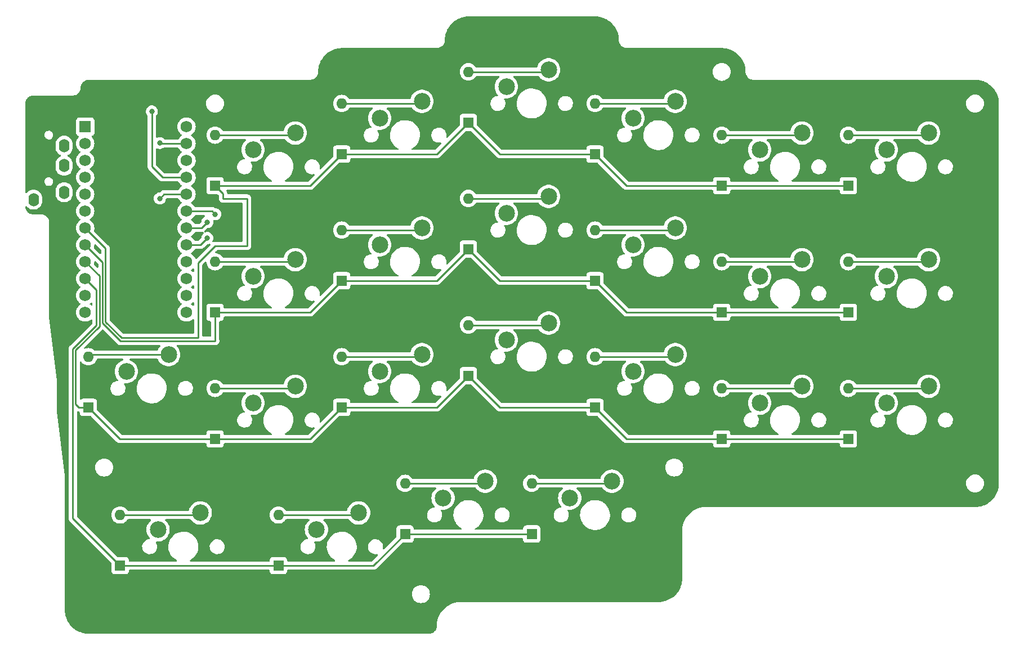
<source format=gbr>
%TF.GenerationSoftware,KiCad,Pcbnew,7.0.8*%
%TF.CreationDate,2023-11-03T19:22:55+09:00*%
%TF.ProjectId,scene46_right,7363656e-6534-4365-9f72-696768742e6b,rev?*%
%TF.SameCoordinates,Original*%
%TF.FileFunction,Copper,L1,Top*%
%TF.FilePolarity,Positive*%
%FSLAX46Y46*%
G04 Gerber Fmt 4.6, Leading zero omitted, Abs format (unit mm)*
G04 Created by KiCad (PCBNEW 7.0.8) date 2023-11-03 19:22:55*
%MOMM*%
%LPD*%
G01*
G04 APERTURE LIST*
%TA.AperFunction,ComponentPad*%
%ADD10C,2.500000*%
%TD*%
%TA.AperFunction,ComponentPad*%
%ADD11O,1.600000X2.000000*%
%TD*%
%TA.AperFunction,ComponentPad*%
%ADD12R,1.752600X1.752600*%
%TD*%
%TA.AperFunction,ComponentPad*%
%ADD13C,1.752600*%
%TD*%
%TA.AperFunction,ComponentPad*%
%ADD14R,1.600000X1.600000*%
%TD*%
%TA.AperFunction,ComponentPad*%
%ADD15O,1.600000X1.600000*%
%TD*%
%TA.AperFunction,ViaPad*%
%ADD16C,0.800000*%
%TD*%
%TA.AperFunction,Conductor*%
%ADD17C,0.250000*%
%TD*%
G04 APERTURE END LIST*
D10*
%TO.P,S32,1,1*%
%TO.N,col_R3*%
X148669375Y-52228750D03*
%TO.P,S32,2,2*%
%TO.N,Net-(D32-A)*%
X155019375Y-49688750D03*
%TD*%
%TO.P,S35,1,1*%
%TO.N,col_R6*%
X205819375Y-61753750D03*
%TO.P,S35,2,2*%
%TO.N,Net-(D35-A)*%
X212169375Y-59213750D03*
%TD*%
%TO.P,S26,1,1*%
%TO.N,col_R3*%
X148669375Y-33178750D03*
%TO.P,S26,2,2*%
%TO.N,Net-(D26-A)*%
X155019375Y-30638750D03*
%TD*%
%TO.P,S39,1,1*%
%TO.N,col_R3*%
X148669375Y-71278750D03*
%TO.P,S39,2,2*%
%TO.N,Net-(D39-A)*%
X155019375Y-68738750D03*
%TD*%
%TO.P,S43,1,1*%
%TO.N,col_R0*%
X96281875Y-99853750D03*
%TO.P,S43,2,2*%
%TO.N,Net-(D43-A)*%
X102631875Y-97313750D03*
%TD*%
D11*
%TO.P,U4,1,SLEEVE*%
%TO.N,VCC_R*%
X77551250Y-50181250D03*
%TO.P,U4,2,TIP*%
%TO.N,GND_R*%
X82151250Y-49081250D03*
%TO.P,U4,3,RING1*%
%TO.N,SCL_R*%
X82151250Y-45081250D03*
%TO.P,U4,4,RING2*%
%TO.N,unconnected-(U4-RING2-Pad4)*%
X82151250Y-42081250D03*
%TD*%
D10*
%TO.P,S34,1,1*%
%TO.N,col_R5*%
X186769375Y-61753750D03*
%TO.P,S34,2,2*%
%TO.N,Net-(D34-A)*%
X193119375Y-59213750D03*
%TD*%
%TO.P,S30,1,1*%
%TO.N,col_R1*%
X110569375Y-61753750D03*
%TO.P,S30,2,2*%
%TO.N,Net-(D30-A)*%
X116919375Y-59213750D03*
%TD*%
%TO.P,S28,1,1*%
%TO.N,col_R5*%
X186769375Y-42703750D03*
%TO.P,S28,2,2*%
%TO.N,Net-(D28-A)*%
X193119375Y-40163750D03*
%TD*%
%TO.P,S45,1,1*%
%TO.N,col_R2*%
X139144375Y-95091250D03*
%TO.P,S45,2,2*%
%TO.N,Net-(D45-A)*%
X145494375Y-92551250D03*
%TD*%
%TO.P,S41,1,1*%
%TO.N,col_R5*%
X186769375Y-80803750D03*
%TO.P,S41,2,2*%
%TO.N,Net-(D41-A)*%
X193119375Y-78263750D03*
%TD*%
%TO.P,S29,1,1*%
%TO.N,col_R6*%
X205819375Y-42703750D03*
%TO.P,S29,2,2*%
%TO.N,Net-(D29-A)*%
X212169375Y-40163750D03*
%TD*%
%TO.P,S44,1,1*%
%TO.N,col_R1*%
X120094375Y-99853750D03*
%TO.P,S44,2,2*%
%TO.N,Net-(D44-A)*%
X126444375Y-97313750D03*
%TD*%
%TO.P,S46,1,1*%
%TO.N,col_R3*%
X158194375Y-95091250D03*
%TO.P,S46,2,2*%
%TO.N,Net-(D46-A)*%
X164544375Y-92551250D03*
%TD*%
%TO.P,S42,1,1*%
%TO.N,col_R6*%
X205819375Y-80803750D03*
%TO.P,S42,2,2*%
%TO.N,Net-(D42-A)*%
X212169375Y-78263750D03*
%TD*%
%TO.P,S40,1,1*%
%TO.N,col_R4*%
X167719375Y-76041250D03*
%TO.P,S40,2,2*%
%TO.N,Net-(D40-A)*%
X174069375Y-73501250D03*
%TD*%
%TO.P,S37,1,1*%
%TO.N,col_R1*%
X110569375Y-80803750D03*
%TO.P,S37,2,2*%
%TO.N,Net-(D37-A)*%
X116919375Y-78263750D03*
%TD*%
%TO.P,S24,1,1*%
%TO.N,col_R1*%
X110569375Y-42703750D03*
%TO.P,S24,2,2*%
%TO.N,Net-(D24-A)*%
X116919375Y-40163750D03*
%TD*%
%TO.P,S25,1,1*%
%TO.N,col_R2*%
X129619375Y-37941250D03*
%TO.P,S25,2,2*%
%TO.N,Net-(D25-A)*%
X135969375Y-35401250D03*
%TD*%
%TO.P,S33,1,1*%
%TO.N,col_R4*%
X167719375Y-56991250D03*
%TO.P,S33,2,2*%
%TO.N,Net-(D33-A)*%
X174069375Y-54451250D03*
%TD*%
%TO.P,S38,1,1*%
%TO.N,col_R2*%
X129619375Y-76041250D03*
%TO.P,S38,2,2*%
%TO.N,Net-(D38-A)*%
X135969375Y-73501250D03*
%TD*%
%TO.P,S36,1,1*%
%TO.N,col_R0*%
X91519375Y-76041250D03*
%TO.P,S36,2,2*%
%TO.N,Net-(D36-A)*%
X97869375Y-73501250D03*
%TD*%
%TO.P,S31,1,1*%
%TO.N,col_R2*%
X129619375Y-56991250D03*
%TO.P,S31,2,2*%
%TO.N,Net-(D31-A)*%
X135969375Y-54451250D03*
%TD*%
%TO.P,S27,1,1*%
%TO.N,col_R4*%
X167719375Y-37941250D03*
%TO.P,S27,2,2*%
%TO.N,Net-(D27-A)*%
X174069375Y-35401250D03*
%TD*%
D12*
%TO.P,U2,1,TX0/PD3*%
%TO.N,unconnected-(U2-TX0{slash}PD3-Pad1)*%
X85328125Y-39211250D03*
D13*
%TO.P,U2,2,RX1/PD2*%
%TO.N,unconnected-(U2-RX1{slash}PD2-Pad2)*%
X85328125Y-41751250D03*
%TO.P,U2,3,GND*%
%TO.N,unconnected-(U2-GND-Pad3)*%
X85328125Y-44291250D03*
%TO.P,U2,4,GND*%
%TO.N,unconnected-(U2-GND-Pad4)*%
X85328125Y-46831250D03*
%TO.P,U2,5,2/PD1*%
%TO.N,unconnected-(U2-2{slash}PD1-Pad5)*%
X85328125Y-49371250D03*
%TO.P,U2,6,3/PD0*%
%TO.N,SCL_R*%
X85328125Y-51911250D03*
%TO.P,U2,7,4/PD4*%
%TO.N,row_R0*%
X85328125Y-54451250D03*
%TO.P,U2,8,5/PC6*%
%TO.N,row_R1*%
X85328125Y-56991250D03*
%TO.P,U2,9,6/PD7*%
%TO.N,row_R2*%
X85328125Y-59531250D03*
%TO.P,U2,10,7/PE6*%
%TO.N,row_R3*%
X85328125Y-62071250D03*
%TO.P,U2,11,8/PB4*%
%TO.N,unconnected-(U2-8{slash}PB4-Pad11)*%
X85328125Y-64611250D03*
%TO.P,U2,12,9/PB5*%
%TO.N,unconnected-(U2-9{slash}PB5-Pad12)*%
X85328125Y-67151250D03*
%TO.P,U2,13,10/PB6*%
%TO.N,unconnected-(U2-10{slash}PB6-Pad13)*%
X100568125Y-67151250D03*
%TO.P,U2,14,16/PB2*%
%TO.N,col_R6*%
X100568125Y-64611250D03*
%TO.P,U2,15,14/PB3*%
%TO.N,col_R5*%
X100568125Y-62071250D03*
%TO.P,U2,16,15/PB1*%
%TO.N,col_R4*%
X100568125Y-59531250D03*
%TO.P,U2,17,A0/PF7*%
%TO.N,col_R3*%
X100568125Y-56991250D03*
%TO.P,U2,18,A1/PF6*%
%TO.N,col_R2*%
X100568125Y-54451250D03*
%TO.P,U2,19,A2/PF5*%
%TO.N,col_R1*%
X100568125Y-51911250D03*
%TO.P,U2,20,A3/PF4*%
%TO.N,col_R0*%
X100568125Y-49371250D03*
%TO.P,U2,21,VCC*%
%TO.N,VCC_R*%
X100568125Y-46831250D03*
%TO.P,U2,22,RST*%
%TO.N,unconnected-(U2-RST-Pad22)*%
X100568125Y-44291250D03*
%TO.P,U2,23,GND*%
%TO.N,GND_R*%
X100568125Y-41751250D03*
%TO.P,U2,24,RAW*%
%TO.N,unconnected-(U2-RAW-Pad24)*%
X100568125Y-39211250D03*
%TD*%
D14*
%TO.P,D44,1,K*%
%TO.N,row_R3*%
X114379375Y-105251250D03*
D15*
%TO.P,D44,2,A*%
%TO.N,Net-(D44-A)*%
X114379375Y-97631250D03*
%TD*%
D14*
%TO.P,D26,1,K*%
%TO.N,row_R0*%
X142954375Y-38576250D03*
D15*
%TO.P,D26,2,A*%
%TO.N,Net-(D26-A)*%
X142954375Y-30956250D03*
%TD*%
D14*
%TO.P,D28,1,K*%
%TO.N,row_R0*%
X181054375Y-48101250D03*
D15*
%TO.P,D28,2,A*%
%TO.N,Net-(D28-A)*%
X181054375Y-40481250D03*
%TD*%
D14*
%TO.P,D25,1,K*%
%TO.N,row_R0*%
X123904375Y-43338750D03*
D15*
%TO.P,D25,2,A*%
%TO.N,Net-(D25-A)*%
X123904375Y-35718750D03*
%TD*%
D14*
%TO.P,D35,1,K*%
%TO.N,row_R1*%
X200104375Y-67151250D03*
D15*
%TO.P,D35,2,A*%
%TO.N,Net-(D35-A)*%
X200104375Y-59531250D03*
%TD*%
D14*
%TO.P,D27,1,K*%
%TO.N,row_R0*%
X162004375Y-43338750D03*
D15*
%TO.P,D27,2,A*%
%TO.N,Net-(D27-A)*%
X162004375Y-35718750D03*
%TD*%
D14*
%TO.P,D34,1,K*%
%TO.N,row_R1*%
X181054375Y-67151250D03*
D15*
%TO.P,D34,2,A*%
%TO.N,Net-(D34-A)*%
X181054375Y-59531250D03*
%TD*%
D14*
%TO.P,D45,1,K*%
%TO.N,row_R3*%
X133429375Y-100488750D03*
D15*
%TO.P,D45,2,A*%
%TO.N,Net-(D45-A)*%
X133429375Y-92868750D03*
%TD*%
D14*
%TO.P,D39,1,K*%
%TO.N,row_R2*%
X142954375Y-76676250D03*
D15*
%TO.P,D39,2,A*%
%TO.N,Net-(D39-A)*%
X142954375Y-69056250D03*
%TD*%
D14*
%TO.P,D37,1,K*%
%TO.N,row_R2*%
X104854375Y-86201250D03*
D15*
%TO.P,D37,2,A*%
%TO.N,Net-(D37-A)*%
X104854375Y-78581250D03*
%TD*%
D14*
%TO.P,D46,1,K*%
%TO.N,row_R3*%
X152479375Y-100488750D03*
D15*
%TO.P,D46,2,A*%
%TO.N,Net-(D46-A)*%
X152479375Y-92868750D03*
%TD*%
D14*
%TO.P,D40,1,K*%
%TO.N,row_R2*%
X162004375Y-81438750D03*
D15*
%TO.P,D40,2,A*%
%TO.N,Net-(D40-A)*%
X162004375Y-73818750D03*
%TD*%
D14*
%TO.P,D31,1,K*%
%TO.N,row_R1*%
X123904375Y-62388750D03*
D15*
%TO.P,D31,2,A*%
%TO.N,Net-(D31-A)*%
X123904375Y-54768750D03*
%TD*%
D14*
%TO.P,D42,1,K*%
%TO.N,row_R2*%
X200104375Y-86201250D03*
D15*
%TO.P,D42,2,A*%
%TO.N,Net-(D42-A)*%
X200104375Y-78581250D03*
%TD*%
D14*
%TO.P,D36,1,K*%
%TO.N,row_R2*%
X85804375Y-81438750D03*
D15*
%TO.P,D36,2,A*%
%TO.N,Net-(D36-A)*%
X85804375Y-73818750D03*
%TD*%
D14*
%TO.P,D33,1,K*%
%TO.N,row_R1*%
X162004375Y-62388750D03*
D15*
%TO.P,D33,2,A*%
%TO.N,Net-(D33-A)*%
X162004375Y-54768750D03*
%TD*%
D14*
%TO.P,D30,1,K*%
%TO.N,row_R1*%
X104854375Y-67151250D03*
D15*
%TO.P,D30,2,A*%
%TO.N,Net-(D30-A)*%
X104854375Y-59531250D03*
%TD*%
D14*
%TO.P,D38,1,K*%
%TO.N,row_R2*%
X123904375Y-81438750D03*
D15*
%TO.P,D38,2,A*%
%TO.N,Net-(D38-A)*%
X123904375Y-73818750D03*
%TD*%
D14*
%TO.P,D32,1,K*%
%TO.N,row_R1*%
X142954375Y-57626250D03*
D15*
%TO.P,D32,2,A*%
%TO.N,Net-(D32-A)*%
X142954375Y-50006250D03*
%TD*%
D14*
%TO.P,D41,1,K*%
%TO.N,row_R2*%
X181054375Y-86201250D03*
D15*
%TO.P,D41,2,A*%
%TO.N,Net-(D41-A)*%
X181054375Y-78581250D03*
%TD*%
D14*
%TO.P,D43,1,K*%
%TO.N,row_R3*%
X90566875Y-105251250D03*
D15*
%TO.P,D43,2,A*%
%TO.N,Net-(D43-A)*%
X90566875Y-97631250D03*
%TD*%
D14*
%TO.P,D24,1,K*%
%TO.N,row_R0*%
X104854375Y-48101250D03*
D15*
%TO.P,D24,2,A*%
%TO.N,Net-(D24-A)*%
X104854375Y-40481250D03*
%TD*%
D14*
%TO.P,D29,1,K*%
%TO.N,row_R0*%
X200104375Y-48101250D03*
D15*
%TO.P,D29,2,A*%
%TO.N,Net-(D29-A)*%
X200104375Y-40481250D03*
%TD*%
D16*
%TO.N,col_R1*%
X104877888Y-52387500D03*
%TO.N,col_R2*%
X103687263Y-53578125D03*
%TO.N,col_R3*%
X103687263Y-55959375D03*
%TO.N,col_R0*%
X96543513Y-50006250D03*
%TO.N,VCC_R*%
X95352888Y-36909375D03*
%TO.N,GND_R*%
X96543513Y-41671875D03*
%TD*%
D17*
%TO.N,row_R0*%
X102313750Y-59714138D02*
X104877888Y-57150000D01*
X88368513Y-68579229D02*
X90776784Y-70987500D01*
X181054375Y-48101250D02*
X166766875Y-48101250D01*
X138191875Y-43338750D02*
X123904375Y-43338750D01*
X102313750Y-70987500D02*
X102313750Y-59714138D01*
X104877888Y-57150000D02*
X109640388Y-57150000D01*
X85328125Y-54451250D02*
X88368513Y-57491638D01*
X109640388Y-57150000D02*
X109640388Y-50006250D01*
X109640388Y-50006250D02*
X106068513Y-50006250D01*
X147716875Y-43338750D02*
X142954375Y-38576250D01*
X142954375Y-38576250D02*
X138191875Y-43338750D01*
X200104375Y-48101250D02*
X181054375Y-48101250D01*
X106068513Y-49315388D02*
X104854375Y-48101250D01*
X166766875Y-48101250D02*
X162004375Y-43338750D01*
X88368513Y-57491638D02*
X88368513Y-68579229D01*
X162004375Y-43338750D02*
X147716875Y-43338750D01*
X123904375Y-43338750D02*
X119141875Y-48101250D01*
X106068513Y-50006250D02*
X106068513Y-49315388D01*
X90776784Y-70987500D02*
X102313750Y-70987500D01*
X119141875Y-48101250D02*
X104854375Y-48101250D01*
%TO.N,Net-(D24-A)*%
X116601875Y-40481250D02*
X116919375Y-40163750D01*
X104854375Y-40481250D02*
X116601875Y-40481250D01*
%TO.N,Net-(D25-A)*%
X135651875Y-35718750D02*
X135969375Y-35401250D01*
X123904375Y-35718750D02*
X135651875Y-35718750D01*
%TO.N,Net-(D26-A)*%
X154701875Y-30956250D02*
X155019375Y-30638750D01*
X142954375Y-30956250D02*
X154701875Y-30956250D01*
%TO.N,Net-(D27-A)*%
X173751875Y-35718750D02*
X174069375Y-35401250D01*
X162004375Y-35718750D02*
X173751875Y-35718750D01*
%TO.N,Net-(D28-A)*%
X192801875Y-40481250D02*
X193119375Y-40163750D01*
X181054375Y-40481250D02*
X192801875Y-40481250D01*
%TO.N,Net-(D29-A)*%
X200104375Y-40481250D02*
X211851875Y-40481250D01*
X211851875Y-40481250D02*
X212169375Y-40163750D01*
%TO.N,row_R1*%
X104877888Y-71437500D02*
X90590388Y-71437500D01*
X181054375Y-67151250D02*
X166766875Y-67151250D01*
X166766875Y-67151250D02*
X162004375Y-62388750D01*
X119141875Y-67151250D02*
X104854375Y-67151250D01*
X87918513Y-59581638D02*
X85328125Y-56991250D01*
X104854375Y-67151250D02*
X104854375Y-71413987D01*
X104854375Y-71413987D02*
X104877888Y-71437500D01*
X162004375Y-62388750D02*
X147716875Y-62388750D01*
X123904375Y-62388750D02*
X119141875Y-67151250D01*
X200104375Y-67151250D02*
X181054375Y-67151250D01*
X142954375Y-57626250D02*
X138191875Y-62388750D01*
X87918513Y-68765625D02*
X87918513Y-59581638D01*
X147716875Y-62388750D02*
X142954375Y-57626250D01*
X138191875Y-62388750D02*
X123904375Y-62388750D01*
X90590388Y-71437500D02*
X87918513Y-68765625D01*
%TO.N,Net-(D30-A)*%
X116601875Y-59531250D02*
X116919375Y-59213750D01*
X104854375Y-59531250D02*
X116601875Y-59531250D01*
%TO.N,Net-(D31-A)*%
X135651875Y-54768750D02*
X135969375Y-54451250D01*
X123904375Y-54768750D02*
X135651875Y-54768750D01*
%TO.N,Net-(D32-A)*%
X142954375Y-50006250D02*
X154701875Y-50006250D01*
X154701875Y-50006250D02*
X155019375Y-49688750D01*
%TO.N,Net-(D33-A)*%
X162004375Y-54768750D02*
X173751875Y-54768750D01*
X173751875Y-54768750D02*
X174069375Y-54451250D01*
%TO.N,Net-(D34-A)*%
X192801875Y-59531250D02*
X193119375Y-59213750D01*
X181054375Y-59531250D02*
X192801875Y-59531250D01*
%TO.N,Net-(D35-A)*%
X211851875Y-59531250D02*
X212169375Y-59213750D01*
X200104375Y-59531250D02*
X211851875Y-59531250D01*
%TO.N,row_R2*%
X85804375Y-81438750D02*
X84372888Y-81438750D01*
X83896638Y-80962500D02*
X83896638Y-72814521D01*
X90566875Y-86201250D02*
X85804375Y-81438750D01*
X83896638Y-72814521D02*
X87468513Y-69242646D01*
X87468513Y-69242646D02*
X87468513Y-61671638D01*
X119141875Y-86201250D02*
X104854375Y-86201250D01*
X138191875Y-81438750D02*
X123904375Y-81438750D01*
X200104375Y-86201250D02*
X181054375Y-86201250D01*
X87468513Y-61671638D02*
X85328125Y-59531250D01*
X162004375Y-81438750D02*
X147716875Y-81438750D01*
X147716875Y-81438750D02*
X142954375Y-76676250D01*
X123904375Y-81438750D02*
X119141875Y-86201250D01*
X142954375Y-76676250D02*
X138191875Y-81438750D01*
X181054375Y-86201250D02*
X166766875Y-86201250D01*
X84372888Y-81438750D02*
X83896638Y-80962500D01*
X166766875Y-86201250D02*
X162004375Y-81438750D01*
X104854375Y-86201250D02*
X90566875Y-86201250D01*
%TO.N,Net-(D36-A)*%
X86121875Y-73501250D02*
X85804375Y-73818750D01*
X97869375Y-73501250D02*
X86121875Y-73501250D01*
%TO.N,Net-(D37-A)*%
X116601875Y-78581250D02*
X116919375Y-78263750D01*
X104854375Y-78581250D02*
X116601875Y-78581250D01*
%TO.N,Net-(D38-A)*%
X135651875Y-73818750D02*
X135969375Y-73501250D01*
X123904375Y-73818750D02*
X135651875Y-73818750D01*
%TO.N,Net-(D39-A)*%
X142954375Y-69056250D02*
X154701875Y-69056250D01*
X154701875Y-69056250D02*
X155019375Y-68738750D01*
%TO.N,Net-(D40-A)*%
X162004375Y-73818750D02*
X173751875Y-73818750D01*
X173751875Y-73818750D02*
X174069375Y-73501250D01*
%TO.N,Net-(D41-A)*%
X192801875Y-78581250D02*
X193119375Y-78263750D01*
X181054375Y-78581250D02*
X192801875Y-78581250D01*
%TO.N,Net-(D42-A)*%
X211851875Y-78581250D02*
X212169375Y-78263750D01*
X200104375Y-78581250D02*
X211851875Y-78581250D01*
%TO.N,row_R3*%
X87018513Y-63761638D02*
X85328125Y-62071250D01*
X90566875Y-105251250D02*
X114379375Y-105251250D01*
X87018513Y-69056250D02*
X87018513Y-63761638D01*
X90566875Y-105251250D02*
X83446638Y-98131013D01*
X133429375Y-100488750D02*
X128666875Y-105251250D01*
X83446638Y-72628125D02*
X87018513Y-69056250D01*
X128666875Y-105251250D02*
X114379375Y-105251250D01*
X152479375Y-100488750D02*
X133429375Y-100488750D01*
X83446638Y-98131013D02*
X83446638Y-72628125D01*
%TO.N,Net-(D43-A)*%
X90566875Y-97631250D02*
X102314375Y-97631250D01*
X102314375Y-97631250D02*
X102631875Y-97313750D01*
%TO.N,Net-(D44-A)*%
X114379375Y-97631250D02*
X126126875Y-97631250D01*
X126126875Y-97631250D02*
X126444375Y-97313750D01*
%TO.N,Net-(D45-A)*%
X133429375Y-92868750D02*
X145176875Y-92868750D01*
X145176875Y-92868750D02*
X145494375Y-92551250D01*
%TO.N,Net-(D46-A)*%
X164226875Y-92868750D02*
X164544375Y-92551250D01*
X152479375Y-92868750D02*
X164226875Y-92868750D01*
%TO.N,col_R1*%
X104401638Y-51911250D02*
X100568125Y-51911250D01*
X104877888Y-52387500D02*
X104401638Y-51911250D01*
%TO.N,col_R2*%
X103687263Y-53578125D02*
X102814138Y-54451250D01*
X102814138Y-54451250D02*
X100568125Y-54451250D01*
%TO.N,col_R3*%
X102655388Y-56991250D02*
X100568125Y-56991250D01*
X103687263Y-55959375D02*
X102655388Y-56991250D01*
%TO.N,col_R0*%
X96543513Y-50006250D02*
X97178513Y-49371250D01*
X97178513Y-49371250D02*
X100568125Y-49371250D01*
%TO.N,VCC_R*%
X96940388Y-46831250D02*
X100568125Y-46831250D01*
X95352888Y-45243750D02*
X96940388Y-46831250D01*
X95352888Y-36909375D02*
X95352888Y-45243750D01*
%TO.N,GND_R*%
X96622888Y-41751250D02*
X100568125Y-41751250D01*
X96543513Y-41671875D02*
X96622888Y-41751250D01*
%TD*%
%TA.AperFunction,NonConductor*%
G36*
X162029401Y-22622450D02*
G01*
X162078865Y-22624879D01*
X162180504Y-22629872D01*
X162381789Y-22640421D01*
X162387580Y-22641000D01*
X162559254Y-22666465D01*
X162739987Y-22695091D01*
X162745303Y-22696175D01*
X162917388Y-22739280D01*
X163090768Y-22785738D01*
X163095605Y-22787248D01*
X163204163Y-22826091D01*
X163264212Y-22847577D01*
X163430539Y-22911423D01*
X163434817Y-22913254D01*
X163534534Y-22960416D01*
X163597640Y-22990263D01*
X163755846Y-23070873D01*
X163759523Y-23072910D01*
X163836267Y-23118908D01*
X163914581Y-23165849D01*
X164063265Y-23262407D01*
X164066431Y-23264606D01*
X164211978Y-23372550D01*
X164349735Y-23484105D01*
X164352355Y-23486349D01*
X164485720Y-23607225D01*
X164487925Y-23609324D01*
X164612311Y-23733711D01*
X164614399Y-23735904D01*
X164660187Y-23786424D01*
X164735271Y-23869269D01*
X164737515Y-23871888D01*
X164849073Y-24009652D01*
X164957010Y-24155190D01*
X164959210Y-24158357D01*
X165055774Y-24307056D01*
X165148696Y-24462091D01*
X165150760Y-24465819D01*
X165231356Y-24624000D01*
X165308361Y-24786818D01*
X165310196Y-24791109D01*
X165374025Y-24957394D01*
X165385263Y-24988803D01*
X165434365Y-25126040D01*
X165435877Y-25130882D01*
X165482324Y-25304229D01*
X165525423Y-25476297D01*
X165526518Y-25481665D01*
X165555146Y-25662424D01*
X165580600Y-25834041D01*
X165581186Y-25839890D01*
X165591416Y-26034751D01*
X165599150Y-26192237D01*
X165599225Y-26195276D01*
X165599228Y-26287490D01*
X165599229Y-26287494D01*
X165628566Y-26472674D01*
X165657432Y-26561505D01*
X165686508Y-26650985D01*
X165771628Y-26818031D01*
X165771631Y-26818036D01*
X165881813Y-26969683D01*
X165881837Y-26969715D01*
X166014414Y-27102288D01*
X166014417Y-27102290D01*
X166014420Y-27102293D01*
X166166035Y-27212444D01*
X166166097Y-27212489D01*
X166333151Y-27297606D01*
X166511463Y-27355543D01*
X166696644Y-27384874D01*
X166765622Y-27384874D01*
X166765626Y-27384875D01*
X166790289Y-27384875D01*
X166790388Y-27384875D01*
X166790888Y-27384875D01*
X181076359Y-27384875D01*
X181079401Y-27384950D01*
X181128865Y-27387379D01*
X181230504Y-27392372D01*
X181431789Y-27402921D01*
X181437580Y-27403500D01*
X181609254Y-27428965D01*
X181789987Y-27457591D01*
X181795303Y-27458675D01*
X181967388Y-27501780D01*
X182140768Y-27548238D01*
X182145605Y-27549748D01*
X182254163Y-27588591D01*
X182314212Y-27610077D01*
X182480539Y-27673923D01*
X182484817Y-27675754D01*
X182584534Y-27722916D01*
X182647640Y-27752763D01*
X182805846Y-27833373D01*
X182809523Y-27835410D01*
X182886267Y-27881408D01*
X182964581Y-27928349D01*
X183113265Y-28024907D01*
X183116431Y-28027106D01*
X183261978Y-28135050D01*
X183399735Y-28246605D01*
X183402355Y-28248849D01*
X183535720Y-28369725D01*
X183537925Y-28371824D01*
X183662311Y-28496211D01*
X183664399Y-28498404D01*
X183710187Y-28548924D01*
X183785271Y-28631769D01*
X183787515Y-28634388D01*
X183899073Y-28772152D01*
X184007010Y-28917690D01*
X184009210Y-28920857D01*
X184105774Y-29069556D01*
X184198696Y-29224591D01*
X184200760Y-29228319D01*
X184281356Y-29386500D01*
X184358361Y-29549318D01*
X184360196Y-29553609D01*
X184424025Y-29719894D01*
X184435263Y-29751303D01*
X184484365Y-29888540D01*
X184485877Y-29893382D01*
X184532324Y-30066729D01*
X184575423Y-30238797D01*
X184576518Y-30244165D01*
X184605146Y-30424924D01*
X184630600Y-30596541D01*
X184631186Y-30602390D01*
X184641416Y-30797251D01*
X184649150Y-30954737D01*
X184649225Y-30957776D01*
X184649228Y-31049990D01*
X184649229Y-31049994D01*
X184678566Y-31235174D01*
X184707432Y-31324005D01*
X184736508Y-31413485D01*
X184821628Y-31580531D01*
X184821631Y-31580536D01*
X184931813Y-31732183D01*
X184931837Y-31732215D01*
X185064414Y-31864788D01*
X185064417Y-31864790D01*
X185064420Y-31864793D01*
X185216035Y-31974944D01*
X185216097Y-31974989D01*
X185383151Y-32060106D01*
X185561463Y-32118043D01*
X185746644Y-32147374D01*
X185815622Y-32147374D01*
X185815626Y-32147375D01*
X185840289Y-32147375D01*
X185840388Y-32147375D01*
X185840888Y-32147375D01*
X219176359Y-32147375D01*
X219179401Y-32147450D01*
X219228865Y-32149879D01*
X219330504Y-32154872D01*
X219531789Y-32165421D01*
X219537580Y-32166000D01*
X219709254Y-32191465D01*
X219889987Y-32220091D01*
X219895303Y-32221175D01*
X220057160Y-32261718D01*
X220067388Y-32264280D01*
X220240768Y-32310738D01*
X220245605Y-32312248D01*
X220325192Y-32340725D01*
X220414212Y-32372577D01*
X220580539Y-32436423D01*
X220584817Y-32438254D01*
X220684635Y-32485464D01*
X220747640Y-32515263D01*
X220905846Y-32595873D01*
X220909523Y-32597910D01*
X220976341Y-32637959D01*
X221064581Y-32690849D01*
X221213265Y-32787407D01*
X221216431Y-32789606D01*
X221361978Y-32897550D01*
X221499735Y-33009105D01*
X221502355Y-33011349D01*
X221635720Y-33132225D01*
X221637925Y-33134324D01*
X221762311Y-33258711D01*
X221764399Y-33260904D01*
X221782345Y-33280705D01*
X221885271Y-33394269D01*
X221887515Y-33396888D01*
X221999073Y-33534652D01*
X222107010Y-33680190D01*
X222109210Y-33683357D01*
X222205774Y-33832056D01*
X222298696Y-33987091D01*
X222300760Y-33990819D01*
X222381356Y-34149000D01*
X222458361Y-34311818D01*
X222460196Y-34316109D01*
X222524031Y-34482411D01*
X222540544Y-34528562D01*
X222584365Y-34651040D01*
X222585877Y-34655882D01*
X222632324Y-34829229D01*
X222675423Y-35001297D01*
X222676518Y-35006665D01*
X222705146Y-35187424D01*
X222730600Y-35359041D01*
X222731186Y-35364890D01*
X222741416Y-35559751D01*
X222749188Y-35717999D01*
X222749263Y-35721041D01*
X222749263Y-92867217D01*
X222749188Y-92870261D01*
X222741772Y-93021183D01*
X222731212Y-93222615D01*
X222730626Y-93228470D01*
X222705164Y-93400109D01*
X222676540Y-93580810D01*
X222675445Y-93586177D01*
X222632343Y-93758247D01*
X222585889Y-93931606D01*
X222584377Y-93936449D01*
X222524044Y-94105062D01*
X222460195Y-94271389D01*
X222458360Y-94275680D01*
X222381362Y-94438474D01*
X222300758Y-94596661D01*
X222298694Y-94600388D01*
X222205776Y-94755412D01*
X222109203Y-94904116D01*
X222107005Y-94907282D01*
X221999069Y-95052815D01*
X221887506Y-95190579D01*
X221885262Y-95193198D01*
X221764384Y-95326564D01*
X221762285Y-95328769D01*
X221637920Y-95453131D01*
X221635716Y-95455230D01*
X221502363Y-95576093D01*
X221499744Y-95578337D01*
X221361963Y-95689909D01*
X221216427Y-95797843D01*
X221213261Y-95800042D01*
X221064565Y-95896605D01*
X220909535Y-95989525D01*
X220905807Y-95991589D01*
X220747614Y-96072191D01*
X220584818Y-96149185D01*
X220580528Y-96151020D01*
X220414232Y-96214856D01*
X220245584Y-96275197D01*
X220240742Y-96276710D01*
X220067383Y-96323160D01*
X219895326Y-96366257D01*
X219889958Y-96367352D01*
X219709180Y-96395983D01*
X219537579Y-96421436D01*
X219531734Y-96422022D01*
X219340916Y-96432054D01*
X219215406Y-96438219D01*
X219178150Y-96440050D01*
X219175112Y-96440125D01*
X178684677Y-96440125D01*
X178684283Y-96440163D01*
X178521144Y-96440165D01*
X178171832Y-96474575D01*
X178171822Y-96474577D01*
X177827590Y-96543053D01*
X177827575Y-96543056D01*
X177491707Y-96644945D01*
X177167436Y-96779265D01*
X177167430Y-96779268D01*
X176857883Y-96944725D01*
X176857873Y-96944731D01*
X176566042Y-97139726D01*
X176566038Y-97139729D01*
X176294720Y-97362392D01*
X176046522Y-97610588D01*
X175823850Y-97881909D01*
X175628857Y-98173729D01*
X175628844Y-98173750D01*
X175463388Y-98483287D01*
X175463380Y-98483303D01*
X175329060Y-98807566D01*
X175227165Y-99143443D01*
X175227164Y-99143445D01*
X175158681Y-99487691D01*
X175124267Y-99837006D01*
X175124263Y-100012400D01*
X175124263Y-107154717D01*
X175124188Y-107157761D01*
X175116772Y-107308683D01*
X175106212Y-107510115D01*
X175105626Y-107515970D01*
X175080164Y-107687609D01*
X175051540Y-107868310D01*
X175050445Y-107873677D01*
X175007343Y-108045747D01*
X174960889Y-108219106D01*
X174959377Y-108223949D01*
X174899044Y-108392562D01*
X174835195Y-108558889D01*
X174833360Y-108563180D01*
X174756362Y-108725974D01*
X174675758Y-108884161D01*
X174673694Y-108887888D01*
X174580776Y-109042912D01*
X174484203Y-109191616D01*
X174482005Y-109194782D01*
X174374069Y-109340315D01*
X174262506Y-109478079D01*
X174260262Y-109480698D01*
X174139384Y-109614064D01*
X174137285Y-109616269D01*
X174012920Y-109740631D01*
X174010716Y-109742730D01*
X173877363Y-109863593D01*
X173874744Y-109865837D01*
X173736963Y-109977409D01*
X173591427Y-110085343D01*
X173588261Y-110087542D01*
X173439565Y-110184105D01*
X173284535Y-110277025D01*
X173280807Y-110279089D01*
X173122614Y-110359691D01*
X172959818Y-110436685D01*
X172955528Y-110438520D01*
X172789232Y-110502356D01*
X172620584Y-110562697D01*
X172615742Y-110564210D01*
X172442383Y-110610660D01*
X172270326Y-110653757D01*
X172264958Y-110654852D01*
X172084180Y-110683483D01*
X171912579Y-110708936D01*
X171906734Y-110709522D01*
X171715916Y-110719554D01*
X171590406Y-110725719D01*
X171553150Y-110727550D01*
X171550112Y-110727625D01*
X141838663Y-110727625D01*
X141838540Y-110727588D01*
X141611763Y-110727585D01*
X141611762Y-110727585D01*
X141611761Y-110727585D01*
X141516188Y-110736996D01*
X141262463Y-110761982D01*
X141262458Y-110761982D01*
X140918184Y-110830458D01*
X140582297Y-110932345D01*
X140258018Y-111066664D01*
X140258006Y-111066669D01*
X139948467Y-111232120D01*
X139948449Y-111232131D01*
X139656615Y-111427128D01*
X139656601Y-111427138D01*
X139385285Y-111649802D01*
X139385284Y-111649803D01*
X139137079Y-111898011D01*
X138914413Y-112169334D01*
X138914402Y-112169350D01*
X138719414Y-112461178D01*
X138719405Y-112461193D01*
X138553951Y-112770745D01*
X138419630Y-113095040D01*
X138317752Y-113430912D01*
X138317749Y-113430923D01*
X138249278Y-113775186D01*
X138214884Y-114124489D01*
X138214887Y-114297557D01*
X138214696Y-114302428D01*
X138210405Y-114356909D01*
X138199238Y-114484430D01*
X138196283Y-114502568D01*
X138178017Y-114578631D01*
X138150631Y-114680808D01*
X138148021Y-114688494D01*
X138114144Y-114770270D01*
X138071371Y-114861985D01*
X138068041Y-114868182D01*
X138021495Y-114944131D01*
X138019419Y-114947298D01*
X137963186Y-115027600D01*
X137959542Y-115032306D01*
X137901220Y-115100589D01*
X137897915Y-115104165D01*
X137828939Y-115173138D01*
X137825364Y-115176443D01*
X137757080Y-115234762D01*
X137752374Y-115238406D01*
X137672056Y-115294647D01*
X137668888Y-115296724D01*
X137592947Y-115343260D01*
X137586751Y-115346589D01*
X137495035Y-115389360D01*
X137413261Y-115423233D01*
X137405575Y-115425842D01*
X137303373Y-115453231D01*
X137227311Y-115471493D01*
X137209198Y-115474446D01*
X137084642Y-115485372D01*
X137040818Y-115488823D01*
X137026715Y-115489934D01*
X137021852Y-115490125D01*
X85829418Y-115490125D01*
X85826375Y-115490050D01*
X85675487Y-115482637D01*
X85474014Y-115472078D01*
X85468158Y-115471492D01*
X85296565Y-115446038D01*
X85124415Y-115418772D01*
X85115810Y-115417409D01*
X85110442Y-115416314D01*
X84938378Y-115373214D01*
X84765013Y-115326760D01*
X84760171Y-115325248D01*
X84591534Y-115264910D01*
X84425238Y-115201075D01*
X84420947Y-115199239D01*
X84258132Y-115122234D01*
X84099944Y-115041633D01*
X84096216Y-115039569D01*
X83941194Y-114946654D01*
X83792490Y-114850085D01*
X83789324Y-114847886D01*
X83643777Y-114739941D01*
X83506019Y-114628388D01*
X83503400Y-114626144D01*
X83370020Y-114505256D01*
X83367815Y-114503157D01*
X83243460Y-114378802D01*
X83241361Y-114376598D01*
X83169721Y-114297557D01*
X83120489Y-114243238D01*
X83118245Y-114240619D01*
X83006669Y-114102836D01*
X82898742Y-113957315D01*
X82896542Y-113954149D01*
X82799963Y-113805433D01*
X82771252Y-113757533D01*
X82707037Y-113650399D01*
X82704992Y-113646704D01*
X82624380Y-113488496D01*
X82547375Y-113325688D01*
X82545540Y-113321397D01*
X82497489Y-113196225D01*
X82481693Y-113155074D01*
X82421353Y-112986441D01*
X82419857Y-112981652D01*
X82373398Y-112808273D01*
X82330293Y-112636194D01*
X82329203Y-112630855D01*
X82300560Y-112450026D01*
X82275115Y-112278499D01*
X82274528Y-112272637D01*
X82263614Y-112064036D01*
X82256588Y-111921041D01*
X82256513Y-111917998D01*
X82256513Y-109537500D01*
X134454966Y-109537500D01*
X134475561Y-109772903D01*
X134475563Y-109772913D01*
X134536719Y-110001155D01*
X134536721Y-110001159D01*
X134536722Y-110001163D01*
X134586656Y-110108246D01*
X134636589Y-110215328D01*
X134636590Y-110215330D01*
X134772130Y-110408902D01*
X134939222Y-110575994D01*
X135132794Y-110711534D01*
X135132796Y-110711535D01*
X135346962Y-110811403D01*
X135575217Y-110872563D01*
X135751659Y-110888000D01*
X135869591Y-110888000D01*
X136046033Y-110872563D01*
X136274288Y-110811403D01*
X136488454Y-110711535D01*
X136682026Y-110575995D01*
X136849120Y-110408901D01*
X136984660Y-110215330D01*
X137084528Y-110001163D01*
X137145688Y-109772908D01*
X137166284Y-109537500D01*
X137145688Y-109302092D01*
X137084528Y-109073837D01*
X136984660Y-108859671D01*
X136984659Y-108859669D01*
X136849119Y-108666097D01*
X136682027Y-108499005D01*
X136488455Y-108363465D01*
X136488453Y-108363464D01*
X136381371Y-108313531D01*
X136274288Y-108263597D01*
X136274284Y-108263596D01*
X136274280Y-108263594D01*
X136046038Y-108202438D01*
X136046028Y-108202436D01*
X135869591Y-108187000D01*
X135751659Y-108187000D01*
X135575221Y-108202436D01*
X135575211Y-108202438D01*
X135346969Y-108263594D01*
X135346960Y-108263598D01*
X135132796Y-108363464D01*
X135132794Y-108363465D01*
X134939222Y-108499005D01*
X134772131Y-108666097D01*
X134772126Y-108666104D01*
X134636592Y-108859665D01*
X134636590Y-108859669D01*
X134536723Y-109073835D01*
X134536719Y-109073844D01*
X134475563Y-109302086D01*
X134475561Y-109302096D01*
X134454966Y-109537499D01*
X134454966Y-109537500D01*
X82256513Y-109537500D01*
X82256513Y-91680545D01*
X82256601Y-91678147D01*
X82256228Y-91675820D01*
X81066366Y-82156919D01*
X81065888Y-82149233D01*
X81065888Y-77393045D01*
X81065976Y-77390647D01*
X81065603Y-77388320D01*
X80468103Y-72608320D01*
X82816478Y-72608320D01*
X82820863Y-72654708D01*
X82821138Y-72660546D01*
X82821138Y-98048268D01*
X82819413Y-98063885D01*
X82819699Y-98063912D01*
X82818964Y-98071678D01*
X82821138Y-98140827D01*
X82821138Y-98170356D01*
X82821139Y-98170373D01*
X82822006Y-98177244D01*
X82822464Y-98183063D01*
X82823928Y-98229637D01*
X82823929Y-98229640D01*
X82829518Y-98248880D01*
X82833462Y-98267924D01*
X82835974Y-98287805D01*
X82853128Y-98331132D01*
X82855020Y-98336660D01*
X82868019Y-98381401D01*
X82878218Y-98398647D01*
X82886776Y-98416116D01*
X82894152Y-98434745D01*
X82921536Y-98472436D01*
X82924744Y-98477320D01*
X82948465Y-98517429D01*
X82948471Y-98517437D01*
X82962628Y-98531593D01*
X82975265Y-98546388D01*
X82987044Y-98562600D01*
X83008906Y-98580686D01*
X83022947Y-98592301D01*
X83027258Y-98596223D01*
X86153450Y-101722415D01*
X89230056Y-104799021D01*
X89263541Y-104860344D01*
X89266375Y-104886702D01*
X89266375Y-106099120D01*
X89266376Y-106099126D01*
X89272783Y-106158733D01*
X89323077Y-106293578D01*
X89323081Y-106293585D01*
X89409327Y-106408794D01*
X89409330Y-106408797D01*
X89524539Y-106495043D01*
X89524546Y-106495047D01*
X89659392Y-106545341D01*
X89659391Y-106545341D01*
X89666319Y-106546085D01*
X89719002Y-106551750D01*
X91414747Y-106551749D01*
X91474358Y-106545341D01*
X91609206Y-106495046D01*
X91724421Y-106408796D01*
X91810671Y-106293581D01*
X91860966Y-106158733D01*
X91867375Y-106099123D01*
X91867375Y-106000750D01*
X91887060Y-105933711D01*
X91939864Y-105887956D01*
X91991375Y-105876750D01*
X112954876Y-105876750D01*
X113021915Y-105896435D01*
X113067670Y-105949239D01*
X113078876Y-106000750D01*
X113078876Y-106099126D01*
X113085283Y-106158733D01*
X113135577Y-106293578D01*
X113135581Y-106293585D01*
X113221827Y-106408794D01*
X113221830Y-106408797D01*
X113337039Y-106495043D01*
X113337046Y-106495047D01*
X113471892Y-106545341D01*
X113471891Y-106545341D01*
X113478819Y-106546085D01*
X113531502Y-106551750D01*
X115227247Y-106551749D01*
X115286858Y-106545341D01*
X115421706Y-106495046D01*
X115536921Y-106408796D01*
X115623171Y-106293581D01*
X115673466Y-106158733D01*
X115679875Y-106099123D01*
X115679875Y-106000750D01*
X115699560Y-105933711D01*
X115752364Y-105887956D01*
X115803875Y-105876750D01*
X128584132Y-105876750D01*
X128599752Y-105878474D01*
X128599779Y-105878189D01*
X128607535Y-105878921D01*
X128607542Y-105878923D01*
X128676689Y-105876750D01*
X128706225Y-105876750D01*
X128713103Y-105875880D01*
X128718916Y-105875422D01*
X128765502Y-105873959D01*
X128784744Y-105868367D01*
X128803787Y-105864424D01*
X128823667Y-105861914D01*
X128866997Y-105844757D01*
X128872521Y-105842867D01*
X128876271Y-105841777D01*
X128917265Y-105829868D01*
X128934504Y-105819672D01*
X128951978Y-105811112D01*
X128970602Y-105803738D01*
X128970602Y-105803737D01*
X128970607Y-105803736D01*
X129008324Y-105776332D01*
X129013180Y-105773142D01*
X129053295Y-105749420D01*
X129067464Y-105735249D01*
X129082254Y-105722618D01*
X129098462Y-105710844D01*
X129128174Y-105674926D01*
X129132087Y-105670626D01*
X132977147Y-101825568D01*
X133038470Y-101792083D01*
X133064828Y-101789249D01*
X134277246Y-101789249D01*
X134277247Y-101789249D01*
X134336858Y-101782841D01*
X134471706Y-101732546D01*
X134586921Y-101646296D01*
X134673171Y-101531081D01*
X134723466Y-101396233D01*
X134729875Y-101336623D01*
X134729875Y-101238250D01*
X134749560Y-101171211D01*
X134802364Y-101125456D01*
X134853875Y-101114250D01*
X151054876Y-101114250D01*
X151121915Y-101133935D01*
X151167670Y-101186739D01*
X151178876Y-101238250D01*
X151178876Y-101336626D01*
X151185283Y-101396233D01*
X151235577Y-101531078D01*
X151235581Y-101531085D01*
X151321827Y-101646294D01*
X151321830Y-101646297D01*
X151437039Y-101732543D01*
X151437046Y-101732547D01*
X151571892Y-101782841D01*
X151571891Y-101782841D01*
X151578819Y-101783585D01*
X151631502Y-101789250D01*
X153327247Y-101789249D01*
X153386858Y-101782841D01*
X153521706Y-101732546D01*
X153636921Y-101646296D01*
X153723171Y-101531081D01*
X153773466Y-101396233D01*
X153779875Y-101336623D01*
X153779874Y-99640878D01*
X153773466Y-99581267D01*
X153769980Y-99571921D01*
X153723172Y-99446421D01*
X153723168Y-99446414D01*
X153636922Y-99331205D01*
X153636919Y-99331202D01*
X153521710Y-99244956D01*
X153521703Y-99244952D01*
X153386857Y-99194658D01*
X153386858Y-99194658D01*
X153327258Y-99188251D01*
X153327256Y-99188250D01*
X153327248Y-99188250D01*
X153327239Y-99188250D01*
X151631504Y-99188250D01*
X151631498Y-99188251D01*
X151571891Y-99194658D01*
X151437046Y-99244952D01*
X151437039Y-99244956D01*
X151321830Y-99331202D01*
X151321827Y-99331205D01*
X151235581Y-99446414D01*
X151235577Y-99446421D01*
X151185283Y-99581267D01*
X151180197Y-99628577D01*
X151178876Y-99640873D01*
X151178875Y-99640885D01*
X151178875Y-99739250D01*
X151159190Y-99806289D01*
X151106386Y-99852044D01*
X151054875Y-99863250D01*
X144047633Y-99863250D01*
X143980594Y-99843565D01*
X143934839Y-99790761D01*
X143924895Y-99721603D01*
X143953920Y-99658047D01*
X143991705Y-99628578D01*
X144103834Y-99571918D01*
X144352244Y-99401394D01*
X144575708Y-99199282D01*
X144770240Y-98969189D01*
X144932368Y-98715220D01*
X145059198Y-98441908D01*
X145148468Y-98154129D01*
X145198584Y-97857020D01*
X145207931Y-97577452D01*
X146905035Y-97577452D01*
X146915262Y-97792151D01*
X146965938Y-98001041D01*
X146965940Y-98001045D01*
X147047731Y-98180143D01*
X147055229Y-98196560D01*
X147179909Y-98371649D01*
X147179910Y-98371650D01*
X147179915Y-98371656D01*
X147335469Y-98519975D01*
X147335471Y-98519976D01*
X147335472Y-98519977D01*
X147516295Y-98636185D01*
X147715843Y-98716072D01*
X147821373Y-98736411D01*
X147926902Y-98756750D01*
X147926903Y-98756750D01*
X148087987Y-98756750D01*
X148087993Y-98756750D01*
X148248346Y-98741438D01*
X148454584Y-98680881D01*
X148645634Y-98582388D01*
X148670797Y-98562600D01*
X148724996Y-98519977D01*
X148814592Y-98449518D01*
X148955351Y-98287074D01*
X148961494Y-98276435D01*
X149062821Y-98100930D01*
X149062823Y-98100927D01*
X149133125Y-97897804D01*
X149163714Y-97685047D01*
X149153487Y-97470346D01*
X149102812Y-97261460D01*
X149013521Y-97065940D01*
X148888841Y-96890851D01*
X148888839Y-96890849D01*
X148888834Y-96890843D01*
X148733280Y-96742524D01*
X148552455Y-96626315D01*
X148352905Y-96546427D01*
X148141848Y-96505750D01*
X148141847Y-96505750D01*
X147980757Y-96505750D01*
X147820425Y-96521060D01*
X147820404Y-96521062D01*
X147820400Y-96521063D01*
X147614168Y-96581618D01*
X147423111Y-96680114D01*
X147254160Y-96812979D01*
X147254157Y-96812983D01*
X147113396Y-96975428D01*
X147005928Y-97161569D01*
X146935626Y-97364692D01*
X146935625Y-97364694D01*
X146905036Y-97577450D01*
X146905035Y-97577452D01*
X145207931Y-97577452D01*
X145208652Y-97555881D01*
X145178493Y-97256088D01*
X145108644Y-96962989D01*
X145000352Y-96681816D01*
X144855550Y-96417585D01*
X144676821Y-96175012D01*
X144467355Y-95958426D01*
X144344117Y-95861106D01*
X144230896Y-95771696D01*
X144230892Y-95771693D01*
X144230890Y-95771692D01*
X143971645Y-95618141D01*
X143694247Y-95500514D01*
X143694238Y-95500511D01*
X143403647Y-95420910D01*
X143328991Y-95410870D01*
X143105028Y-95380750D01*
X142879131Y-95380750D01*
X142879123Y-95380750D01*
X142653743Y-95395837D01*
X142653734Y-95395839D01*
X142358469Y-95455854D01*
X142073839Y-95554689D01*
X142073834Y-95554691D01*
X141804921Y-95690578D01*
X141556500Y-95861110D01*
X141333040Y-96063219D01*
X141138507Y-96293314D01*
X140976381Y-96547280D01*
X140976380Y-96547282D01*
X140860809Y-96796334D01*
X140849552Y-96820592D01*
X140831199Y-96879754D01*
X140760282Y-97108368D01*
X140736082Y-97251836D01*
X140710166Y-97405480D01*
X140704417Y-97577452D01*
X140700098Y-97706623D01*
X140730256Y-98006410D01*
X140730257Y-98006412D01*
X140800103Y-98299502D01*
X140800108Y-98299516D01*
X140908395Y-98580677D01*
X140908399Y-98580686D01*
X141053200Y-98844915D01*
X141053204Y-98844921D01*
X141185995Y-99025146D01*
X141231929Y-99087488D01*
X141441395Y-99304074D01*
X141482263Y-99336347D01*
X141677853Y-99490803D01*
X141677855Y-99490804D01*
X141677860Y-99490808D01*
X141917185Y-99632560D01*
X141964834Y-99683661D01*
X141977292Y-99752412D01*
X141950603Y-99816983D01*
X141893240Y-99856875D01*
X141853992Y-99863250D01*
X134853874Y-99863250D01*
X134786835Y-99843565D01*
X134741080Y-99790761D01*
X134729874Y-99739250D01*
X134729874Y-99640879D01*
X134729873Y-99640873D01*
X134729872Y-99640866D01*
X134723466Y-99581267D01*
X134719980Y-99571921D01*
X134673172Y-99446421D01*
X134673168Y-99446414D01*
X134586922Y-99331205D01*
X134586919Y-99331202D01*
X134471710Y-99244956D01*
X134471703Y-99244952D01*
X134336857Y-99194658D01*
X134336858Y-99194658D01*
X134277258Y-99188251D01*
X134277256Y-99188250D01*
X134277248Y-99188250D01*
X134277239Y-99188250D01*
X132581504Y-99188250D01*
X132581498Y-99188251D01*
X132521891Y-99194658D01*
X132387046Y-99244952D01*
X132387039Y-99244956D01*
X132271830Y-99331202D01*
X132271827Y-99331205D01*
X132185581Y-99446414D01*
X132185577Y-99446421D01*
X132135283Y-99581267D01*
X132130197Y-99628577D01*
X132128876Y-99640873D01*
X132128875Y-99640885D01*
X132128875Y-100853297D01*
X132109190Y-100920336D01*
X132092556Y-100940978D01*
X130297849Y-102735684D01*
X130236526Y-102769169D01*
X130166834Y-102764185D01*
X130110901Y-102722313D01*
X130086484Y-102656849D01*
X130087429Y-102630362D01*
X130113714Y-102447547D01*
X130103487Y-102232846D01*
X130052812Y-102023960D01*
X129963521Y-101828440D01*
X129838841Y-101653351D01*
X129838839Y-101653349D01*
X129838834Y-101653343D01*
X129683280Y-101505024D01*
X129502455Y-101388815D01*
X129302905Y-101308927D01*
X129091848Y-101268250D01*
X129091847Y-101268250D01*
X128930757Y-101268250D01*
X128770425Y-101283560D01*
X128770404Y-101283562D01*
X128770400Y-101283563D01*
X128564168Y-101344118D01*
X128373111Y-101442614D01*
X128204160Y-101575479D01*
X128204157Y-101575483D01*
X128063396Y-101737928D01*
X127955928Y-101924069D01*
X127885626Y-102127192D01*
X127885625Y-102127194D01*
X127855036Y-102339950D01*
X127855035Y-102339952D01*
X127865262Y-102554651D01*
X127915938Y-102763541D01*
X127915940Y-102763545D01*
X127918508Y-102769169D01*
X128005229Y-102959060D01*
X128129909Y-103134149D01*
X128129910Y-103134150D01*
X128129915Y-103134156D01*
X128285469Y-103282475D01*
X128285471Y-103282476D01*
X128285472Y-103282477D01*
X128466295Y-103398685D01*
X128665843Y-103478572D01*
X128771373Y-103498911D01*
X128876902Y-103519250D01*
X128876903Y-103519250D01*
X129037987Y-103519250D01*
X129037993Y-103519250D01*
X129198346Y-103503938D01*
X129201138Y-103503117D01*
X129202597Y-103503117D01*
X129204143Y-103502820D01*
X129204200Y-103503117D01*
X129271007Y-103503114D01*
X129329787Y-103540886D01*
X129358815Y-103604440D01*
X129348875Y-103673599D01*
X129323759Y-103709774D01*
X128444103Y-104589431D01*
X128382780Y-104622916D01*
X128356422Y-104625750D01*
X124997633Y-104625750D01*
X124930594Y-104606065D01*
X124884839Y-104553261D01*
X124874895Y-104484103D01*
X124903920Y-104420547D01*
X124941705Y-104391078D01*
X125053834Y-104334418D01*
X125302244Y-104163894D01*
X125525708Y-103961782D01*
X125720240Y-103731689D01*
X125882368Y-103477720D01*
X126009198Y-103204408D01*
X126098468Y-102916629D01*
X126148584Y-102619520D01*
X126158652Y-102318381D01*
X126128493Y-102018588D01*
X126058644Y-101725489D01*
X125950352Y-101444316D01*
X125805550Y-101180085D01*
X125771546Y-101133935D01*
X125714440Y-101056429D01*
X125626821Y-100937512D01*
X125417355Y-100720926D01*
X125294117Y-100623606D01*
X125180896Y-100534196D01*
X125180892Y-100534193D01*
X125180890Y-100534192D01*
X124921645Y-100380641D01*
X124644247Y-100263014D01*
X124644238Y-100263011D01*
X124353647Y-100183410D01*
X124278991Y-100173370D01*
X124055028Y-100143250D01*
X123829131Y-100143250D01*
X123829123Y-100143250D01*
X123603743Y-100158337D01*
X123603734Y-100158339D01*
X123308469Y-100218354D01*
X123023839Y-100317189D01*
X123023834Y-100317191D01*
X122754921Y-100453078D01*
X122506500Y-100623610D01*
X122283040Y-100825719D01*
X122088507Y-101055814D01*
X121926381Y-101309780D01*
X121926380Y-101309782D01*
X121807881Y-101565143D01*
X121799552Y-101583092D01*
X121792989Y-101604249D01*
X121710282Y-101870868D01*
X121701308Y-101924073D01*
X121660166Y-102167980D01*
X121654417Y-102339952D01*
X121650098Y-102469123D01*
X121680256Y-102768910D01*
X121680257Y-102768912D01*
X121750103Y-103062002D01*
X121750108Y-103062016D01*
X121858395Y-103343177D01*
X121858399Y-103343186D01*
X122003200Y-103607415D01*
X122003204Y-103607421D01*
X122181926Y-103849984D01*
X122181929Y-103849988D01*
X122334220Y-104007456D01*
X122391394Y-104066573D01*
X122627853Y-104253303D01*
X122627855Y-104253304D01*
X122627860Y-104253308D01*
X122867185Y-104395060D01*
X122914834Y-104446161D01*
X122927292Y-104514912D01*
X122900603Y-104579483D01*
X122843240Y-104619375D01*
X122803992Y-104625750D01*
X115803874Y-104625750D01*
X115736835Y-104606065D01*
X115691080Y-104553261D01*
X115679874Y-104501750D01*
X115679874Y-104403379D01*
X115679873Y-104403373D01*
X115679872Y-104403366D01*
X115673466Y-104343767D01*
X115623171Y-104208919D01*
X115623170Y-104208918D01*
X115623168Y-104208914D01*
X115536922Y-104093705D01*
X115536919Y-104093702D01*
X115421710Y-104007456D01*
X115421703Y-104007452D01*
X115286857Y-103957158D01*
X115286858Y-103957158D01*
X115227258Y-103950751D01*
X115227256Y-103950750D01*
X115227248Y-103950750D01*
X115227239Y-103950750D01*
X113531504Y-103950750D01*
X113531498Y-103950751D01*
X113471891Y-103957158D01*
X113337046Y-104007452D01*
X113337039Y-104007456D01*
X113221830Y-104093702D01*
X113221827Y-104093705D01*
X113135581Y-104208914D01*
X113135577Y-104208921D01*
X113085283Y-104343767D01*
X113080197Y-104391077D01*
X113078876Y-104403373D01*
X113078875Y-104403385D01*
X113078875Y-104501750D01*
X113059190Y-104568789D01*
X113006386Y-104614544D01*
X112954875Y-104625750D01*
X101185133Y-104625750D01*
X101118094Y-104606065D01*
X101072339Y-104553261D01*
X101062395Y-104484103D01*
X101091420Y-104420547D01*
X101129205Y-104391078D01*
X101241334Y-104334418D01*
X101489744Y-104163894D01*
X101713208Y-103961782D01*
X101907740Y-103731689D01*
X102069868Y-103477720D01*
X102196698Y-103204408D01*
X102285968Y-102916629D01*
X102336084Y-102619520D01*
X102345431Y-102339952D01*
X104042535Y-102339952D01*
X104052762Y-102554651D01*
X104103438Y-102763541D01*
X104103440Y-102763545D01*
X104106008Y-102769169D01*
X104192729Y-102959060D01*
X104317409Y-103134149D01*
X104317410Y-103134150D01*
X104317415Y-103134156D01*
X104472969Y-103282475D01*
X104472971Y-103282476D01*
X104472972Y-103282477D01*
X104653795Y-103398685D01*
X104853343Y-103478572D01*
X104958873Y-103498911D01*
X105064402Y-103519250D01*
X105064403Y-103519250D01*
X105225487Y-103519250D01*
X105225493Y-103519250D01*
X105385846Y-103503938D01*
X105592084Y-103443381D01*
X105783134Y-103344888D01*
X105952092Y-103212018D01*
X106092851Y-103049574D01*
X106200323Y-102863427D01*
X106270625Y-102660304D01*
X106301214Y-102447547D01*
X106290987Y-102232846D01*
X106240312Y-102023960D01*
X106151021Y-101828440D01*
X106026341Y-101653351D01*
X106026339Y-101653349D01*
X106026334Y-101653343D01*
X105870780Y-101505024D01*
X105689955Y-101388815D01*
X105490405Y-101308927D01*
X105279348Y-101268250D01*
X105279347Y-101268250D01*
X105118257Y-101268250D01*
X104957925Y-101283560D01*
X104957904Y-101283562D01*
X104957900Y-101283563D01*
X104751668Y-101344118D01*
X104560611Y-101442614D01*
X104391660Y-101575479D01*
X104391657Y-101575483D01*
X104250896Y-101737928D01*
X104143428Y-101924069D01*
X104073126Y-102127192D01*
X104073125Y-102127194D01*
X104042536Y-102339950D01*
X104042535Y-102339952D01*
X102345431Y-102339952D01*
X102346152Y-102318381D01*
X102315993Y-102018588D01*
X102246144Y-101725489D01*
X102137852Y-101444316D01*
X101993050Y-101180085D01*
X101959046Y-101133935D01*
X101901940Y-101056429D01*
X101814321Y-100937512D01*
X101604855Y-100720926D01*
X101481617Y-100623606D01*
X101368396Y-100534196D01*
X101368392Y-100534193D01*
X101368390Y-100534192D01*
X101109145Y-100380641D01*
X100831747Y-100263014D01*
X100831738Y-100263011D01*
X100541147Y-100183410D01*
X100466491Y-100173370D01*
X100242528Y-100143250D01*
X100016631Y-100143250D01*
X100016623Y-100143250D01*
X99791243Y-100158337D01*
X99791234Y-100158339D01*
X99495969Y-100218354D01*
X99211339Y-100317189D01*
X99211334Y-100317191D01*
X98942421Y-100453078D01*
X98694000Y-100623610D01*
X98470540Y-100825719D01*
X98276007Y-101055814D01*
X98113881Y-101309780D01*
X98113880Y-101309782D01*
X97995381Y-101565143D01*
X97987052Y-101583092D01*
X97980489Y-101604249D01*
X97897782Y-101870868D01*
X97888808Y-101924073D01*
X97847666Y-102167980D01*
X97841917Y-102339952D01*
X97837598Y-102469123D01*
X97867756Y-102768910D01*
X97867757Y-102768912D01*
X97937603Y-103062002D01*
X97937608Y-103062016D01*
X98045895Y-103343177D01*
X98045899Y-103343186D01*
X98190700Y-103607415D01*
X98190704Y-103607421D01*
X98369426Y-103849984D01*
X98369429Y-103849988D01*
X98521720Y-104007456D01*
X98578894Y-104066573D01*
X98815353Y-104253303D01*
X98815355Y-104253304D01*
X98815360Y-104253308D01*
X99054685Y-104395060D01*
X99102334Y-104446161D01*
X99114792Y-104514912D01*
X99088103Y-104579483D01*
X99030740Y-104619375D01*
X98991492Y-104625750D01*
X91991374Y-104625750D01*
X91924335Y-104606065D01*
X91878580Y-104553261D01*
X91867374Y-104501750D01*
X91867374Y-104403379D01*
X91867373Y-104403373D01*
X91867372Y-104403366D01*
X91860966Y-104343767D01*
X91810671Y-104208919D01*
X91810670Y-104208918D01*
X91810668Y-104208914D01*
X91724422Y-104093705D01*
X91724419Y-104093702D01*
X91609210Y-104007456D01*
X91609203Y-104007452D01*
X91474357Y-103957158D01*
X91474358Y-103957158D01*
X91414758Y-103950751D01*
X91414756Y-103950750D01*
X91414748Y-103950750D01*
X91414740Y-103950750D01*
X90202327Y-103950750D01*
X90135288Y-103931065D01*
X90114646Y-103914431D01*
X84108457Y-97908241D01*
X84074972Y-97846918D01*
X84072138Y-97820560D01*
X84072138Y-97631251D01*
X89261407Y-97631251D01*
X89281239Y-97857936D01*
X89281241Y-97857947D01*
X89340133Y-98077738D01*
X89340136Y-98077747D01*
X89436306Y-98283982D01*
X89436307Y-98283984D01*
X89566829Y-98470391D01*
X89727733Y-98631295D01*
X89727736Y-98631297D01*
X89914141Y-98761818D01*
X90120379Y-98857989D01*
X90340183Y-98916885D01*
X90502105Y-98931051D01*
X90566873Y-98936718D01*
X90566875Y-98936718D01*
X90566877Y-98936718D01*
X90623548Y-98931759D01*
X90793567Y-98916885D01*
X91013371Y-98857989D01*
X91219609Y-98761818D01*
X91406014Y-98631297D01*
X91566922Y-98470389D01*
X91662527Y-98333850D01*
X91679488Y-98309627D01*
X91734064Y-98266002D01*
X91781063Y-98256750D01*
X95114777Y-98256750D01*
X95181816Y-98276435D01*
X95227571Y-98329239D01*
X95237515Y-98398397D01*
X95208490Y-98461953D01*
X95190600Y-98477887D01*
X95191026Y-98478422D01*
X95187400Y-98481313D01*
X94995073Y-98659764D01*
X94831489Y-98864893D01*
X94700307Y-99092106D01*
X94604457Y-99336328D01*
X94604451Y-99336347D01*
X94546072Y-99592124D01*
X94546071Y-99592129D01*
X94526467Y-99853745D01*
X94526467Y-99853754D01*
X94546071Y-100115370D01*
X94546072Y-100115375D01*
X94604451Y-100371152D01*
X94604453Y-100371161D01*
X94604455Y-100371166D01*
X94700307Y-100615393D01*
X94831489Y-100842607D01*
X94995070Y-101047731D01*
X94995072Y-101047733D01*
X94995073Y-101047734D01*
X95004444Y-101056429D01*
X95040199Y-101116457D01*
X95037825Y-101186286D01*
X94998075Y-101243747D01*
X94933570Y-101270596D01*
X94931891Y-101270767D01*
X94797914Y-101283560D01*
X94797905Y-101283561D01*
X94797904Y-101283562D01*
X94797902Y-101283562D01*
X94797900Y-101283563D01*
X94591668Y-101344118D01*
X94400611Y-101442614D01*
X94231660Y-101575479D01*
X94231657Y-101575483D01*
X94090896Y-101737928D01*
X93983428Y-101924069D01*
X93913126Y-102127192D01*
X93913125Y-102127194D01*
X93882536Y-102339950D01*
X93882535Y-102339952D01*
X93892762Y-102554651D01*
X93943438Y-102763541D01*
X93943440Y-102763545D01*
X93946008Y-102769169D01*
X94032729Y-102959060D01*
X94157409Y-103134149D01*
X94157410Y-103134150D01*
X94157415Y-103134156D01*
X94312969Y-103282475D01*
X94312971Y-103282476D01*
X94312972Y-103282477D01*
X94493795Y-103398685D01*
X94693343Y-103478572D01*
X94798873Y-103498911D01*
X94904402Y-103519250D01*
X94904403Y-103519250D01*
X95065487Y-103519250D01*
X95065493Y-103519250D01*
X95225846Y-103503938D01*
X95432084Y-103443381D01*
X95623134Y-103344888D01*
X95792092Y-103212018D01*
X95932851Y-103049574D01*
X96040323Y-102863427D01*
X96110625Y-102660304D01*
X96141214Y-102447547D01*
X96130987Y-102232846D01*
X96080312Y-102023960D01*
X95991021Y-101828440D01*
X95988976Y-101825568D01*
X95962539Y-101788442D01*
X95939686Y-101722415D01*
X95956159Y-101654515D01*
X96006726Y-101606299D01*
X96075333Y-101593076D01*
X96082015Y-101593898D01*
X96150693Y-101604250D01*
X96413057Y-101604250D01*
X96672490Y-101565146D01*
X96923198Y-101487813D01*
X97159579Y-101373978D01*
X97376354Y-101226183D01*
X97568680Y-101047731D01*
X97732261Y-100842607D01*
X97863443Y-100615393D01*
X97959295Y-100371166D01*
X98017677Y-100115380D01*
X98035185Y-99881750D01*
X98037283Y-99853754D01*
X98037283Y-99853745D01*
X98017678Y-99592129D01*
X98017677Y-99592124D01*
X98017677Y-99592120D01*
X97959295Y-99336334D01*
X97863443Y-99092107D01*
X97732261Y-98864893D01*
X97568680Y-98659769D01*
X97568679Y-98659768D01*
X97568676Y-98659764D01*
X97430539Y-98531593D01*
X97376354Y-98481317D01*
X97376351Y-98481315D01*
X97376349Y-98481313D01*
X97372724Y-98478422D01*
X97373942Y-98476893D01*
X97334813Y-98429159D01*
X97326763Y-98359755D01*
X97357515Y-98297016D01*
X97417303Y-98260862D01*
X97448973Y-98256750D01*
X101085204Y-98256750D01*
X101152243Y-98276435D01*
X101182150Y-98303436D01*
X101208645Y-98336660D01*
X101345073Y-98507735D01*
X101508923Y-98659764D01*
X101537396Y-98686183D01*
X101754171Y-98833978D01*
X101754176Y-98833980D01*
X101754177Y-98833981D01*
X101754178Y-98833982D01*
X101879718Y-98894438D01*
X101990548Y-98947811D01*
X101990549Y-98947811D01*
X101990552Y-98947813D01*
X102241260Y-99025146D01*
X102500693Y-99064250D01*
X102763057Y-99064250D01*
X103022490Y-99025146D01*
X103273198Y-98947813D01*
X103509579Y-98833978D01*
X103726354Y-98686183D01*
X103905484Y-98519975D01*
X103918676Y-98507735D01*
X103918676Y-98507733D01*
X103918680Y-98507731D01*
X104082261Y-98302607D01*
X104213443Y-98075393D01*
X104309295Y-97831166D01*
X104354925Y-97631251D01*
X113073907Y-97631251D01*
X113093739Y-97857936D01*
X113093741Y-97857947D01*
X113152633Y-98077738D01*
X113152636Y-98077747D01*
X113248806Y-98283982D01*
X113248807Y-98283984D01*
X113379329Y-98470391D01*
X113540233Y-98631295D01*
X113540236Y-98631297D01*
X113726641Y-98761818D01*
X113932879Y-98857989D01*
X114152683Y-98916885D01*
X114314605Y-98931051D01*
X114379373Y-98936718D01*
X114379375Y-98936718D01*
X114379377Y-98936718D01*
X114436048Y-98931759D01*
X114606067Y-98916885D01*
X114825871Y-98857989D01*
X115032109Y-98761818D01*
X115218514Y-98631297D01*
X115379422Y-98470389D01*
X115475027Y-98333850D01*
X115491988Y-98309627D01*
X115546564Y-98266002D01*
X115593563Y-98256750D01*
X118927277Y-98256750D01*
X118994316Y-98276435D01*
X119040071Y-98329239D01*
X119050015Y-98398397D01*
X119020990Y-98461953D01*
X119003100Y-98477887D01*
X119003526Y-98478422D01*
X118999900Y-98481313D01*
X118807573Y-98659764D01*
X118643989Y-98864893D01*
X118512807Y-99092106D01*
X118416957Y-99336328D01*
X118416951Y-99336347D01*
X118358572Y-99592124D01*
X118358571Y-99592129D01*
X118338967Y-99853745D01*
X118338967Y-99853754D01*
X118358571Y-100115370D01*
X118358572Y-100115375D01*
X118416951Y-100371152D01*
X118416953Y-100371161D01*
X118416955Y-100371166D01*
X118512807Y-100615393D01*
X118643989Y-100842607D01*
X118807570Y-101047731D01*
X118807572Y-101047733D01*
X118807573Y-101047734D01*
X118816944Y-101056429D01*
X118852699Y-101116457D01*
X118850325Y-101186286D01*
X118810575Y-101243747D01*
X118746070Y-101270596D01*
X118744391Y-101270767D01*
X118610414Y-101283560D01*
X118610405Y-101283561D01*
X118610404Y-101283562D01*
X118610402Y-101283562D01*
X118610400Y-101283563D01*
X118404168Y-101344118D01*
X118213111Y-101442614D01*
X118044160Y-101575479D01*
X118044157Y-101575483D01*
X117903396Y-101737928D01*
X117795928Y-101924069D01*
X117725626Y-102127192D01*
X117725625Y-102127194D01*
X117695036Y-102339950D01*
X117695035Y-102339952D01*
X117705262Y-102554651D01*
X117755938Y-102763541D01*
X117755940Y-102763545D01*
X117758508Y-102769169D01*
X117845229Y-102959060D01*
X117969909Y-103134149D01*
X117969910Y-103134150D01*
X117969915Y-103134156D01*
X118125469Y-103282475D01*
X118125471Y-103282476D01*
X118125472Y-103282477D01*
X118306295Y-103398685D01*
X118505843Y-103478572D01*
X118611373Y-103498911D01*
X118716902Y-103519250D01*
X118716903Y-103519250D01*
X118877987Y-103519250D01*
X118877993Y-103519250D01*
X119038346Y-103503938D01*
X119244584Y-103443381D01*
X119435634Y-103344888D01*
X119604592Y-103212018D01*
X119745351Y-103049574D01*
X119852823Y-102863427D01*
X119923125Y-102660304D01*
X119953714Y-102447547D01*
X119943487Y-102232846D01*
X119892812Y-102023960D01*
X119803521Y-101828440D01*
X119801476Y-101825568D01*
X119775039Y-101788442D01*
X119752186Y-101722415D01*
X119768659Y-101654515D01*
X119819226Y-101606299D01*
X119887833Y-101593076D01*
X119894515Y-101593898D01*
X119963193Y-101604250D01*
X120225557Y-101604250D01*
X120484990Y-101565146D01*
X120735698Y-101487813D01*
X120972079Y-101373978D01*
X121188854Y-101226183D01*
X121381180Y-101047731D01*
X121544761Y-100842607D01*
X121675943Y-100615393D01*
X121771795Y-100371166D01*
X121830177Y-100115380D01*
X121847685Y-99881750D01*
X121849783Y-99853754D01*
X121849783Y-99853745D01*
X121830178Y-99592129D01*
X121830177Y-99592124D01*
X121830177Y-99592120D01*
X121771795Y-99336334D01*
X121675943Y-99092107D01*
X121544761Y-98864893D01*
X121381180Y-98659769D01*
X121381179Y-98659768D01*
X121381176Y-98659764D01*
X121243039Y-98531593D01*
X121188854Y-98481317D01*
X121188851Y-98481315D01*
X121188849Y-98481313D01*
X121185224Y-98478422D01*
X121186442Y-98476893D01*
X121147313Y-98429159D01*
X121139263Y-98359755D01*
X121170015Y-98297016D01*
X121229803Y-98260862D01*
X121261473Y-98256750D01*
X124897704Y-98256750D01*
X124964743Y-98276435D01*
X124994650Y-98303436D01*
X125021145Y-98336660D01*
X125157573Y-98507735D01*
X125321423Y-98659764D01*
X125349896Y-98686183D01*
X125566671Y-98833978D01*
X125566676Y-98833980D01*
X125566677Y-98833981D01*
X125566678Y-98833982D01*
X125692218Y-98894438D01*
X125803048Y-98947811D01*
X125803049Y-98947811D01*
X125803052Y-98947813D01*
X126053760Y-99025146D01*
X126313193Y-99064250D01*
X126575557Y-99064250D01*
X126834990Y-99025146D01*
X127085698Y-98947813D01*
X127322079Y-98833978D01*
X127538854Y-98686183D01*
X127717984Y-98519975D01*
X127731176Y-98507735D01*
X127731176Y-98507733D01*
X127731180Y-98507731D01*
X127894761Y-98302607D01*
X128025943Y-98075393D01*
X128121795Y-97831166D01*
X128180177Y-97575380D01*
X128181638Y-97555881D01*
X128199783Y-97313754D01*
X128199783Y-97313745D01*
X128180178Y-97052129D01*
X128180177Y-97052124D01*
X128180177Y-97052120D01*
X128121795Y-96796334D01*
X128025943Y-96552107D01*
X127894761Y-96324893D01*
X127731180Y-96119769D01*
X127731179Y-96119768D01*
X127731176Y-96119764D01*
X127538854Y-95941317D01*
X127531827Y-95936526D01*
X127322079Y-95793522D01*
X127322075Y-95793520D01*
X127322072Y-95793518D01*
X127322071Y-95793517D01*
X127085700Y-95679688D01*
X127085702Y-95679688D01*
X126834998Y-95602356D01*
X126834994Y-95602355D01*
X126834990Y-95602354D01*
X126710198Y-95583544D01*
X126575562Y-95563250D01*
X126575557Y-95563250D01*
X126313193Y-95563250D01*
X126313187Y-95563250D01*
X126151622Y-95587603D01*
X126053760Y-95602354D01*
X126053757Y-95602355D01*
X126053751Y-95602356D01*
X125803048Y-95679688D01*
X125566678Y-95793517D01*
X125566677Y-95793518D01*
X125349895Y-95941317D01*
X125157573Y-96119764D01*
X124993989Y-96324893D01*
X124862807Y-96552106D01*
X124766957Y-96796328D01*
X124766952Y-96796345D01*
X124741161Y-96909343D01*
X124707052Y-96970321D01*
X124645391Y-97003179D01*
X124620270Y-97005750D01*
X115593563Y-97005750D01*
X115526524Y-96986065D01*
X115491988Y-96952873D01*
X115379420Y-96792108D01*
X115218516Y-96631204D01*
X115032109Y-96500682D01*
X115032107Y-96500681D01*
X114825872Y-96404511D01*
X114825863Y-96404508D01*
X114606072Y-96345616D01*
X114606068Y-96345615D01*
X114606067Y-96345615D01*
X114606066Y-96345614D01*
X114606061Y-96345614D01*
X114379377Y-96325782D01*
X114379373Y-96325782D01*
X114152688Y-96345614D01*
X114152677Y-96345616D01*
X113932886Y-96404508D01*
X113932877Y-96404511D01*
X113726642Y-96500681D01*
X113726640Y-96500682D01*
X113540233Y-96631204D01*
X113379329Y-96792108D01*
X113248807Y-96978515D01*
X113248806Y-96978517D01*
X113152636Y-97184752D01*
X113152633Y-97184761D01*
X113093741Y-97404552D01*
X113093739Y-97404563D01*
X113073907Y-97631248D01*
X113073907Y-97631251D01*
X104354925Y-97631251D01*
X104367677Y-97575380D01*
X104369138Y-97555881D01*
X104387283Y-97313754D01*
X104387283Y-97313745D01*
X104367678Y-97052129D01*
X104367677Y-97052124D01*
X104367677Y-97052120D01*
X104309295Y-96796334D01*
X104213443Y-96552107D01*
X104082261Y-96324893D01*
X103918680Y-96119769D01*
X103918679Y-96119768D01*
X103918676Y-96119764D01*
X103726354Y-95941317D01*
X103719327Y-95936526D01*
X103509579Y-95793522D01*
X103509575Y-95793520D01*
X103509572Y-95793518D01*
X103509571Y-95793517D01*
X103273200Y-95679688D01*
X103273202Y-95679688D01*
X103022498Y-95602356D01*
X103022494Y-95602355D01*
X103022490Y-95602354D01*
X102897698Y-95583544D01*
X102763062Y-95563250D01*
X102763057Y-95563250D01*
X102500693Y-95563250D01*
X102500687Y-95563250D01*
X102339122Y-95587603D01*
X102241260Y-95602354D01*
X102241257Y-95602355D01*
X102241251Y-95602356D01*
X101990548Y-95679688D01*
X101754178Y-95793517D01*
X101754177Y-95793518D01*
X101537395Y-95941317D01*
X101345073Y-96119764D01*
X101181489Y-96324893D01*
X101050307Y-96552106D01*
X100954457Y-96796328D01*
X100954452Y-96796345D01*
X100928661Y-96909343D01*
X100894552Y-96970321D01*
X100832891Y-97003179D01*
X100807770Y-97005750D01*
X91781063Y-97005750D01*
X91714024Y-96986065D01*
X91679488Y-96952873D01*
X91566920Y-96792108D01*
X91406016Y-96631204D01*
X91219609Y-96500682D01*
X91219607Y-96500681D01*
X91013372Y-96404511D01*
X91013363Y-96404508D01*
X90793572Y-96345616D01*
X90793568Y-96345615D01*
X90793567Y-96345615D01*
X90793566Y-96345614D01*
X90793561Y-96345614D01*
X90566877Y-96325782D01*
X90566873Y-96325782D01*
X90340188Y-96345614D01*
X90340177Y-96345616D01*
X90120386Y-96404508D01*
X90120377Y-96404511D01*
X89914142Y-96500681D01*
X89914140Y-96500682D01*
X89727733Y-96631204D01*
X89566829Y-96792108D01*
X89436307Y-96978515D01*
X89436306Y-96978517D01*
X89340136Y-97184752D01*
X89340133Y-97184761D01*
X89281241Y-97404552D01*
X89281239Y-97404563D01*
X89261407Y-97631248D01*
X89261407Y-97631251D01*
X84072138Y-97631251D01*
X84072138Y-92868751D01*
X132123907Y-92868751D01*
X132143739Y-93095436D01*
X132143741Y-93095447D01*
X132202633Y-93315238D01*
X132202636Y-93315247D01*
X132298806Y-93521482D01*
X132298807Y-93521484D01*
X132429329Y-93707891D01*
X132590233Y-93868795D01*
X132590236Y-93868797D01*
X132776641Y-93999318D01*
X132982879Y-94095489D01*
X133202683Y-94154385D01*
X133364605Y-94168551D01*
X133429373Y-94174218D01*
X133429375Y-94174218D01*
X133429377Y-94174218D01*
X133486048Y-94169259D01*
X133656067Y-94154385D01*
X133875871Y-94095489D01*
X134082109Y-93999318D01*
X134268514Y-93868797D01*
X134429422Y-93707889D01*
X134518403Y-93580810D01*
X134541988Y-93547127D01*
X134596564Y-93503502D01*
X134643563Y-93494250D01*
X137977277Y-93494250D01*
X138044316Y-93513935D01*
X138090071Y-93566739D01*
X138100015Y-93635897D01*
X138070990Y-93699453D01*
X138053100Y-93715387D01*
X138053526Y-93715922D01*
X138049900Y-93718813D01*
X137857573Y-93897264D01*
X137693989Y-94102393D01*
X137562807Y-94329606D01*
X137466957Y-94573828D01*
X137466951Y-94573847D01*
X137408572Y-94829624D01*
X137408571Y-94829629D01*
X137388967Y-95091245D01*
X137388967Y-95091254D01*
X137408571Y-95352870D01*
X137408572Y-95352875D01*
X137466951Y-95608652D01*
X137466953Y-95608661D01*
X137466955Y-95608666D01*
X137562807Y-95852893D01*
X137693989Y-96080107D01*
X137857570Y-96285231D01*
X137857572Y-96285233D01*
X137857573Y-96285234D01*
X137866944Y-96293929D01*
X137902699Y-96353957D01*
X137900325Y-96423786D01*
X137860575Y-96481247D01*
X137796070Y-96508096D01*
X137794391Y-96508267D01*
X137660414Y-96521060D01*
X137660405Y-96521061D01*
X137660404Y-96521062D01*
X137660402Y-96521062D01*
X137660400Y-96521063D01*
X137454168Y-96581618D01*
X137263111Y-96680114D01*
X137094160Y-96812979D01*
X137094157Y-96812983D01*
X136953396Y-96975428D01*
X136845928Y-97161569D01*
X136775626Y-97364692D01*
X136775625Y-97364694D01*
X136745036Y-97577450D01*
X136745035Y-97577452D01*
X136755262Y-97792151D01*
X136805938Y-98001041D01*
X136805940Y-98001045D01*
X136887731Y-98180143D01*
X136895229Y-98196560D01*
X137019909Y-98371649D01*
X137019910Y-98371650D01*
X137019915Y-98371656D01*
X137175469Y-98519975D01*
X137175471Y-98519976D01*
X137175472Y-98519977D01*
X137356295Y-98636185D01*
X137555843Y-98716072D01*
X137661373Y-98736411D01*
X137766902Y-98756750D01*
X137766903Y-98756750D01*
X137927987Y-98756750D01*
X137927993Y-98756750D01*
X138088346Y-98741438D01*
X138294584Y-98680881D01*
X138485634Y-98582388D01*
X138510797Y-98562600D01*
X138564996Y-98519977D01*
X138654592Y-98449518D01*
X138795351Y-98287074D01*
X138801494Y-98276435D01*
X138902821Y-98100930D01*
X138902823Y-98100927D01*
X138973125Y-97897804D01*
X139003714Y-97685047D01*
X138993487Y-97470346D01*
X138942812Y-97261460D01*
X138853521Y-97065940D01*
X138853517Y-97065934D01*
X138825039Y-97025942D01*
X138802186Y-96959915D01*
X138818659Y-96892015D01*
X138869226Y-96843799D01*
X138937833Y-96830576D01*
X138944515Y-96831398D01*
X139013193Y-96841750D01*
X139275557Y-96841750D01*
X139534990Y-96802646D01*
X139785698Y-96725313D01*
X140022079Y-96611478D01*
X140238854Y-96463683D01*
X140431180Y-96285231D01*
X140594761Y-96080107D01*
X140725943Y-95852893D01*
X140821795Y-95608666D01*
X140880177Y-95352880D01*
X140886338Y-95270669D01*
X140899783Y-95091254D01*
X140899783Y-95091245D01*
X140880178Y-94829629D01*
X140880177Y-94829624D01*
X140880177Y-94829620D01*
X140821795Y-94573834D01*
X140725943Y-94329607D01*
X140594761Y-94102393D01*
X140431180Y-93897269D01*
X140431179Y-93897268D01*
X140431176Y-93897264D01*
X140302627Y-93777990D01*
X140238854Y-93718817D01*
X140238851Y-93718815D01*
X140238849Y-93718813D01*
X140235224Y-93715922D01*
X140236442Y-93714393D01*
X140197313Y-93666659D01*
X140189263Y-93597255D01*
X140220015Y-93534516D01*
X140279803Y-93498362D01*
X140311473Y-93494250D01*
X143947704Y-93494250D01*
X144014743Y-93513935D01*
X144044650Y-93540936D01*
X144049150Y-93546579D01*
X144207573Y-93745235D01*
X144371423Y-93897264D01*
X144399896Y-93923683D01*
X144616671Y-94071478D01*
X144616676Y-94071480D01*
X144616677Y-94071481D01*
X144616678Y-94071482D01*
X144742218Y-94131938D01*
X144853048Y-94185311D01*
X144853049Y-94185311D01*
X144853052Y-94185313D01*
X145103760Y-94262646D01*
X145363193Y-94301750D01*
X145625557Y-94301750D01*
X145884990Y-94262646D01*
X146135698Y-94185313D01*
X146322486Y-94095360D01*
X146372071Y-94071482D01*
X146372071Y-94071481D01*
X146372079Y-94071478D01*
X146588854Y-93923683D01*
X146781180Y-93745231D01*
X146944761Y-93540107D01*
X147075943Y-93312893D01*
X147171795Y-93068666D01*
X147217425Y-92868751D01*
X151173907Y-92868751D01*
X151193739Y-93095436D01*
X151193741Y-93095447D01*
X151252633Y-93315238D01*
X151252636Y-93315247D01*
X151348806Y-93521482D01*
X151348807Y-93521484D01*
X151479329Y-93707891D01*
X151640233Y-93868795D01*
X151640236Y-93868797D01*
X151826641Y-93999318D01*
X152032879Y-94095489D01*
X152252683Y-94154385D01*
X152414605Y-94168551D01*
X152479373Y-94174218D01*
X152479375Y-94174218D01*
X152479377Y-94174218D01*
X152536048Y-94169259D01*
X152706067Y-94154385D01*
X152925871Y-94095489D01*
X153132109Y-93999318D01*
X153318514Y-93868797D01*
X153479422Y-93707889D01*
X153568403Y-93580810D01*
X153591988Y-93547127D01*
X153646564Y-93503502D01*
X153693563Y-93494250D01*
X157027277Y-93494250D01*
X157094316Y-93513935D01*
X157140071Y-93566739D01*
X157150015Y-93635897D01*
X157120990Y-93699453D01*
X157103100Y-93715387D01*
X157103526Y-93715922D01*
X157099900Y-93718813D01*
X156907573Y-93897264D01*
X156743989Y-94102393D01*
X156612807Y-94329606D01*
X156516957Y-94573828D01*
X156516951Y-94573847D01*
X156458572Y-94829624D01*
X156458571Y-94829629D01*
X156438967Y-95091245D01*
X156438967Y-95091254D01*
X156458571Y-95352870D01*
X156458572Y-95352875D01*
X156516951Y-95608652D01*
X156516953Y-95608661D01*
X156516955Y-95608666D01*
X156612807Y-95852893D01*
X156743989Y-96080107D01*
X156907570Y-96285231D01*
X156907572Y-96285233D01*
X156907573Y-96285234D01*
X156916944Y-96293929D01*
X156952699Y-96353957D01*
X156950325Y-96423786D01*
X156910575Y-96481247D01*
X156846070Y-96508096D01*
X156844391Y-96508267D01*
X156710414Y-96521060D01*
X156710405Y-96521061D01*
X156710404Y-96521062D01*
X156710402Y-96521062D01*
X156710400Y-96521063D01*
X156504168Y-96581618D01*
X156313111Y-96680114D01*
X156144160Y-96812979D01*
X156144157Y-96812983D01*
X156003396Y-96975428D01*
X155895928Y-97161569D01*
X155825626Y-97364692D01*
X155825625Y-97364694D01*
X155795036Y-97577450D01*
X155795035Y-97577452D01*
X155805262Y-97792151D01*
X155855938Y-98001041D01*
X155855940Y-98001045D01*
X155937731Y-98180143D01*
X155945229Y-98196560D01*
X156069909Y-98371649D01*
X156069910Y-98371650D01*
X156069915Y-98371656D01*
X156225469Y-98519975D01*
X156225471Y-98519976D01*
X156225472Y-98519977D01*
X156406295Y-98636185D01*
X156605843Y-98716072D01*
X156711373Y-98736411D01*
X156816902Y-98756750D01*
X156816903Y-98756750D01*
X156977987Y-98756750D01*
X156977993Y-98756750D01*
X157138346Y-98741438D01*
X157344584Y-98680881D01*
X157535634Y-98582388D01*
X157560797Y-98562600D01*
X157614996Y-98519977D01*
X157704592Y-98449518D01*
X157845351Y-98287074D01*
X157851494Y-98276435D01*
X157952821Y-98100930D01*
X157952823Y-98100927D01*
X158023125Y-97897804D01*
X158050612Y-97706623D01*
X159750098Y-97706623D01*
X159780256Y-98006410D01*
X159780257Y-98006412D01*
X159850103Y-98299502D01*
X159850108Y-98299516D01*
X159958395Y-98580677D01*
X159958399Y-98580686D01*
X160103200Y-98844915D01*
X160103204Y-98844921D01*
X160235995Y-99025146D01*
X160281929Y-99087488D01*
X160491395Y-99304074D01*
X160532263Y-99336347D01*
X160727853Y-99490803D01*
X160727855Y-99490804D01*
X160727860Y-99490808D01*
X160987105Y-99644359D01*
X161264503Y-99761986D01*
X161555104Y-99841590D01*
X161853722Y-99881750D01*
X161853726Y-99881750D01*
X162079627Y-99881750D01*
X162243539Y-99870776D01*
X162305009Y-99866662D01*
X162600278Y-99806646D01*
X162884912Y-99707810D01*
X163153834Y-99571918D01*
X163402244Y-99401394D01*
X163625708Y-99199282D01*
X163820240Y-98969189D01*
X163982368Y-98715220D01*
X164109198Y-98441908D01*
X164198468Y-98154129D01*
X164248584Y-97857020D01*
X164257931Y-97577452D01*
X165955035Y-97577452D01*
X165965262Y-97792151D01*
X166015938Y-98001041D01*
X166015940Y-98001045D01*
X166097731Y-98180143D01*
X166105229Y-98196560D01*
X166229909Y-98371649D01*
X166229910Y-98371650D01*
X166229915Y-98371656D01*
X166385469Y-98519975D01*
X166385471Y-98519976D01*
X166385472Y-98519977D01*
X166566295Y-98636185D01*
X166765843Y-98716072D01*
X166871373Y-98736411D01*
X166976902Y-98756750D01*
X166976903Y-98756750D01*
X167137987Y-98756750D01*
X167137993Y-98756750D01*
X167298346Y-98741438D01*
X167504584Y-98680881D01*
X167695634Y-98582388D01*
X167720797Y-98562600D01*
X167774996Y-98519977D01*
X167864592Y-98449518D01*
X168005351Y-98287074D01*
X168011494Y-98276435D01*
X168112821Y-98100930D01*
X168112823Y-98100927D01*
X168183125Y-97897804D01*
X168213714Y-97685047D01*
X168203487Y-97470346D01*
X168152812Y-97261460D01*
X168063521Y-97065940D01*
X167938841Y-96890851D01*
X167938839Y-96890849D01*
X167938834Y-96890843D01*
X167783280Y-96742524D01*
X167602455Y-96626315D01*
X167402905Y-96546427D01*
X167191848Y-96505750D01*
X167191847Y-96505750D01*
X167030757Y-96505750D01*
X166870425Y-96521060D01*
X166870404Y-96521062D01*
X166870400Y-96521063D01*
X166664168Y-96581618D01*
X166473111Y-96680114D01*
X166304160Y-96812979D01*
X166304157Y-96812983D01*
X166163396Y-96975428D01*
X166055928Y-97161569D01*
X165985626Y-97364692D01*
X165985625Y-97364694D01*
X165955036Y-97577450D01*
X165955035Y-97577452D01*
X164257931Y-97577452D01*
X164258652Y-97555881D01*
X164228493Y-97256088D01*
X164158644Y-96962989D01*
X164050352Y-96681816D01*
X163905550Y-96417585D01*
X163726821Y-96175012D01*
X163517355Y-95958426D01*
X163394117Y-95861106D01*
X163280896Y-95771696D01*
X163280892Y-95771693D01*
X163280890Y-95771692D01*
X163021645Y-95618141D01*
X162744247Y-95500514D01*
X162744238Y-95500511D01*
X162453647Y-95420910D01*
X162378991Y-95410870D01*
X162155028Y-95380750D01*
X161929131Y-95380750D01*
X161929123Y-95380750D01*
X161703743Y-95395837D01*
X161703734Y-95395839D01*
X161408469Y-95455854D01*
X161123839Y-95554689D01*
X161123834Y-95554691D01*
X160854921Y-95690578D01*
X160606500Y-95861110D01*
X160383040Y-96063219D01*
X160188507Y-96293314D01*
X160026381Y-96547280D01*
X160026380Y-96547282D01*
X159910809Y-96796334D01*
X159899552Y-96820592D01*
X159881199Y-96879754D01*
X159810282Y-97108368D01*
X159786082Y-97251836D01*
X159760166Y-97405480D01*
X159754417Y-97577452D01*
X159750098Y-97706623D01*
X158050612Y-97706623D01*
X158053714Y-97685047D01*
X158043487Y-97470346D01*
X157992812Y-97261460D01*
X157903521Y-97065940D01*
X157903517Y-97065934D01*
X157875039Y-97025942D01*
X157852186Y-96959915D01*
X157868659Y-96892015D01*
X157919226Y-96843799D01*
X157987833Y-96830576D01*
X157994515Y-96831398D01*
X158063193Y-96841750D01*
X158325557Y-96841750D01*
X158584990Y-96802646D01*
X158835698Y-96725313D01*
X159072079Y-96611478D01*
X159288854Y-96463683D01*
X159481180Y-96285231D01*
X159644761Y-96080107D01*
X159775943Y-95852893D01*
X159871795Y-95608666D01*
X159930177Y-95352880D01*
X159936338Y-95270669D01*
X159949783Y-95091254D01*
X159949783Y-95091245D01*
X159930178Y-94829629D01*
X159930177Y-94829624D01*
X159930177Y-94829620D01*
X159871795Y-94573834D01*
X159775943Y-94329607D01*
X159644761Y-94102393D01*
X159481180Y-93897269D01*
X159481179Y-93897268D01*
X159481176Y-93897264D01*
X159352627Y-93777990D01*
X159288854Y-93718817D01*
X159288851Y-93718815D01*
X159288849Y-93718813D01*
X159285224Y-93715922D01*
X159286442Y-93714393D01*
X159247313Y-93666659D01*
X159239263Y-93597255D01*
X159270015Y-93534516D01*
X159329803Y-93498362D01*
X159361473Y-93494250D01*
X162997704Y-93494250D01*
X163064743Y-93513935D01*
X163094650Y-93540936D01*
X163099150Y-93546579D01*
X163257573Y-93745235D01*
X163421423Y-93897264D01*
X163449896Y-93923683D01*
X163666671Y-94071478D01*
X163666676Y-94071480D01*
X163666677Y-94071481D01*
X163666678Y-94071482D01*
X163792218Y-94131938D01*
X163903048Y-94185311D01*
X163903049Y-94185311D01*
X163903052Y-94185313D01*
X164153760Y-94262646D01*
X164413193Y-94301750D01*
X164675557Y-94301750D01*
X164934990Y-94262646D01*
X165185698Y-94185313D01*
X165372486Y-94095360D01*
X165422071Y-94071482D01*
X165422071Y-94071481D01*
X165422079Y-94071478D01*
X165638854Y-93923683D01*
X165831180Y-93745231D01*
X165994761Y-93540107D01*
X166125943Y-93312893D01*
X166221795Y-93068666D01*
X166267425Y-92868750D01*
X217798716Y-92868750D01*
X217819311Y-93104153D01*
X217819313Y-93104163D01*
X217880469Y-93332405D01*
X217880471Y-93332409D01*
X217880472Y-93332413D01*
X217930406Y-93439496D01*
X217980339Y-93546578D01*
X217980340Y-93546580D01*
X218115880Y-93740152D01*
X218282972Y-93907244D01*
X218476544Y-94042784D01*
X218476546Y-94042785D01*
X218690712Y-94142653D01*
X218918967Y-94203813D01*
X219095409Y-94219250D01*
X219213341Y-94219250D01*
X219389783Y-94203813D01*
X219618038Y-94142653D01*
X219832204Y-94042785D01*
X220025776Y-93907245D01*
X220192870Y-93740151D01*
X220328410Y-93546580D01*
X220428278Y-93332413D01*
X220489438Y-93104158D01*
X220510034Y-92868750D01*
X220489438Y-92633342D01*
X220428278Y-92405087D01*
X220328410Y-92190921D01*
X220328409Y-92190919D01*
X220192869Y-91997347D01*
X220025777Y-91830255D01*
X219832205Y-91694715D01*
X219832203Y-91694714D01*
X219719174Y-91642008D01*
X219618038Y-91594847D01*
X219618034Y-91594846D01*
X219618030Y-91594844D01*
X219389788Y-91533688D01*
X219389778Y-91533686D01*
X219213341Y-91518250D01*
X219095409Y-91518250D01*
X218918971Y-91533686D01*
X218918961Y-91533688D01*
X218690719Y-91594844D01*
X218690710Y-91594848D01*
X218476546Y-91694714D01*
X218476544Y-91694715D01*
X218282972Y-91830255D01*
X218115881Y-91997347D01*
X218115876Y-91997354D01*
X217980342Y-92190915D01*
X217980340Y-92190919D01*
X217880473Y-92405085D01*
X217880469Y-92405094D01*
X217819313Y-92633336D01*
X217819311Y-92633346D01*
X217798716Y-92868749D01*
X217798716Y-92868750D01*
X166267425Y-92868750D01*
X166280177Y-92812880D01*
X166292978Y-92642058D01*
X166299783Y-92551254D01*
X166299783Y-92551245D01*
X166280178Y-92289629D01*
X166280177Y-92289624D01*
X166280177Y-92289620D01*
X166221795Y-92033834D01*
X166125943Y-91789607D01*
X165994761Y-91562393D01*
X165831180Y-91357269D01*
X165831179Y-91357268D01*
X165831176Y-91357264D01*
X165638854Y-91178817D01*
X165619069Y-91165328D01*
X165422079Y-91031022D01*
X165422075Y-91031020D01*
X165422072Y-91031018D01*
X165422071Y-91031017D01*
X165185700Y-90917188D01*
X165185702Y-90917188D01*
X164934998Y-90839856D01*
X164934994Y-90839855D01*
X164934990Y-90839854D01*
X164810198Y-90821044D01*
X164675562Y-90800750D01*
X164675557Y-90800750D01*
X164413193Y-90800750D01*
X164413187Y-90800750D01*
X164251622Y-90825103D01*
X164153760Y-90839854D01*
X164153757Y-90839855D01*
X164153751Y-90839856D01*
X163903048Y-90917188D01*
X163666678Y-91031017D01*
X163666677Y-91031018D01*
X163449895Y-91178817D01*
X163257573Y-91357264D01*
X163093989Y-91562393D01*
X162962807Y-91789606D01*
X162866957Y-92033828D01*
X162866952Y-92033845D01*
X162841161Y-92146843D01*
X162807052Y-92207821D01*
X162745391Y-92240679D01*
X162720270Y-92243250D01*
X153693563Y-92243250D01*
X153626524Y-92223565D01*
X153591988Y-92190373D01*
X153479420Y-92029608D01*
X153318516Y-91868704D01*
X153132109Y-91738182D01*
X153132107Y-91738181D01*
X152925872Y-91642011D01*
X152925863Y-91642008D01*
X152706072Y-91583116D01*
X152706068Y-91583115D01*
X152706067Y-91583115D01*
X152706066Y-91583114D01*
X152706061Y-91583114D01*
X152479377Y-91563282D01*
X152479373Y-91563282D01*
X152252688Y-91583114D01*
X152252677Y-91583116D01*
X152032886Y-91642008D01*
X152032877Y-91642011D01*
X151826642Y-91738181D01*
X151826640Y-91738182D01*
X151640233Y-91868704D01*
X151479329Y-92029608D01*
X151348807Y-92216015D01*
X151348806Y-92216017D01*
X151252636Y-92422252D01*
X151252633Y-92422261D01*
X151193741Y-92642052D01*
X151193739Y-92642063D01*
X151173907Y-92868748D01*
X151173907Y-92868751D01*
X147217425Y-92868751D01*
X147230177Y-92812880D01*
X147242978Y-92642058D01*
X147249783Y-92551254D01*
X147249783Y-92551245D01*
X147230178Y-92289629D01*
X147230177Y-92289624D01*
X147230177Y-92289620D01*
X147171795Y-92033834D01*
X147075943Y-91789607D01*
X146944761Y-91562393D01*
X146781180Y-91357269D01*
X146781179Y-91357268D01*
X146781176Y-91357264D01*
X146588854Y-91178817D01*
X146569069Y-91165328D01*
X146372079Y-91031022D01*
X146372075Y-91031020D01*
X146372072Y-91031018D01*
X146372071Y-91031017D01*
X146135700Y-90917188D01*
X146135702Y-90917188D01*
X145884998Y-90839856D01*
X145884994Y-90839855D01*
X145884990Y-90839854D01*
X145760198Y-90821044D01*
X145625562Y-90800750D01*
X145625557Y-90800750D01*
X145363193Y-90800750D01*
X145363187Y-90800750D01*
X145201622Y-90825103D01*
X145103760Y-90839854D01*
X145103757Y-90839855D01*
X145103751Y-90839856D01*
X144853048Y-90917188D01*
X144616678Y-91031017D01*
X144616677Y-91031018D01*
X144399895Y-91178817D01*
X144207573Y-91357264D01*
X144043989Y-91562393D01*
X143912807Y-91789606D01*
X143816957Y-92033828D01*
X143816952Y-92033845D01*
X143791161Y-92146843D01*
X143757052Y-92207821D01*
X143695391Y-92240679D01*
X143670270Y-92243250D01*
X134643563Y-92243250D01*
X134576524Y-92223565D01*
X134541988Y-92190373D01*
X134429420Y-92029608D01*
X134268516Y-91868704D01*
X134082109Y-91738182D01*
X134082107Y-91738181D01*
X133875872Y-91642011D01*
X133875863Y-91642008D01*
X133656072Y-91583116D01*
X133656068Y-91583115D01*
X133656067Y-91583115D01*
X133656066Y-91583114D01*
X133656061Y-91583114D01*
X133429377Y-91563282D01*
X133429373Y-91563282D01*
X133202688Y-91583114D01*
X133202677Y-91583116D01*
X132982886Y-91642008D01*
X132982877Y-91642011D01*
X132776642Y-91738181D01*
X132776640Y-91738182D01*
X132590233Y-91868704D01*
X132429329Y-92029608D01*
X132298807Y-92216015D01*
X132298806Y-92216017D01*
X132202636Y-92422252D01*
X132202633Y-92422261D01*
X132143741Y-92642052D01*
X132143739Y-92642063D01*
X132123907Y-92868748D01*
X132123907Y-92868751D01*
X84072138Y-92868751D01*
X84072138Y-90487500D01*
X86829966Y-90487500D01*
X86850561Y-90722903D01*
X86850563Y-90722913D01*
X86911719Y-90951155D01*
X86911721Y-90951159D01*
X86911722Y-90951163D01*
X86948959Y-91031017D01*
X87011589Y-91165328D01*
X87011590Y-91165330D01*
X87147130Y-91358902D01*
X87314222Y-91525994D01*
X87507794Y-91661534D01*
X87507796Y-91661535D01*
X87721962Y-91761403D01*
X87950217Y-91822563D01*
X88126659Y-91838000D01*
X88244591Y-91838000D01*
X88421033Y-91822563D01*
X88649288Y-91761403D01*
X88863454Y-91661535D01*
X89057026Y-91525995D01*
X89224120Y-91358901D01*
X89359660Y-91165330D01*
X89459528Y-90951163D01*
X89520688Y-90722908D01*
X89541284Y-90487500D01*
X172554966Y-90487500D01*
X172575561Y-90722903D01*
X172575563Y-90722913D01*
X172636719Y-90951155D01*
X172636721Y-90951159D01*
X172636722Y-90951163D01*
X172673959Y-91031017D01*
X172736589Y-91165328D01*
X172736590Y-91165330D01*
X172872130Y-91358902D01*
X173039222Y-91525994D01*
X173232794Y-91661534D01*
X173232796Y-91661535D01*
X173446962Y-91761403D01*
X173675217Y-91822563D01*
X173851659Y-91838000D01*
X173969591Y-91838000D01*
X174146033Y-91822563D01*
X174374288Y-91761403D01*
X174588454Y-91661535D01*
X174782026Y-91525995D01*
X174949120Y-91358901D01*
X175084660Y-91165330D01*
X175184528Y-90951163D01*
X175245688Y-90722908D01*
X175266284Y-90487500D01*
X175245688Y-90252092D01*
X175184528Y-90023837D01*
X175084660Y-89809671D01*
X175084659Y-89809669D01*
X174949119Y-89616097D01*
X174782027Y-89449005D01*
X174588455Y-89313465D01*
X174588453Y-89313464D01*
X174481371Y-89263531D01*
X174374288Y-89213597D01*
X174374284Y-89213596D01*
X174374280Y-89213594D01*
X174146038Y-89152438D01*
X174146028Y-89152436D01*
X173969591Y-89137000D01*
X173851659Y-89137000D01*
X173675221Y-89152436D01*
X173675211Y-89152438D01*
X173446969Y-89213594D01*
X173446960Y-89213598D01*
X173232796Y-89313464D01*
X173232794Y-89313465D01*
X173039222Y-89449005D01*
X172872131Y-89616097D01*
X172872126Y-89616104D01*
X172736592Y-89809665D01*
X172736590Y-89809669D01*
X172636723Y-90023835D01*
X172636719Y-90023844D01*
X172575563Y-90252086D01*
X172575561Y-90252096D01*
X172554966Y-90487499D01*
X172554966Y-90487500D01*
X89541284Y-90487500D01*
X89520688Y-90252092D01*
X89459528Y-90023837D01*
X89359660Y-89809671D01*
X89359659Y-89809669D01*
X89224119Y-89616097D01*
X89057027Y-89449005D01*
X88863455Y-89313465D01*
X88863453Y-89313464D01*
X88756371Y-89263531D01*
X88649288Y-89213597D01*
X88649284Y-89213596D01*
X88649280Y-89213594D01*
X88421038Y-89152438D01*
X88421028Y-89152436D01*
X88244591Y-89137000D01*
X88126659Y-89137000D01*
X87950221Y-89152436D01*
X87950211Y-89152438D01*
X87721969Y-89213594D01*
X87721960Y-89213598D01*
X87507796Y-89313464D01*
X87507794Y-89313465D01*
X87314222Y-89449005D01*
X87147131Y-89616097D01*
X87147126Y-89616104D01*
X87011592Y-89809665D01*
X87011590Y-89809669D01*
X86911723Y-90023835D01*
X86911719Y-90023844D01*
X86850563Y-90252086D01*
X86850561Y-90252096D01*
X86829966Y-90487499D01*
X86829966Y-90487500D01*
X84072138Y-90487500D01*
X84072138Y-82169597D01*
X84091823Y-82102558D01*
X84144627Y-82056803D01*
X84213785Y-82046859D01*
X84215530Y-82047123D01*
X84243010Y-82051475D01*
X84248723Y-82052658D01*
X84293869Y-82064250D01*
X84313904Y-82064250D01*
X84333302Y-82065776D01*
X84353084Y-82068910D01*
X84368207Y-82067480D01*
X84436799Y-82080768D01*
X84487321Y-82129031D01*
X84503876Y-82190930D01*
X84503876Y-82286626D01*
X84510283Y-82346233D01*
X84560577Y-82481078D01*
X84560581Y-82481085D01*
X84646827Y-82596294D01*
X84646830Y-82596297D01*
X84762039Y-82682543D01*
X84762046Y-82682547D01*
X84896892Y-82732841D01*
X84896891Y-82732841D01*
X84903819Y-82733585D01*
X84956502Y-82739250D01*
X86168922Y-82739249D01*
X86235961Y-82758934D01*
X86256603Y-82775568D01*
X90066072Y-86585038D01*
X90075897Y-86597301D01*
X90076118Y-86597119D01*
X90081089Y-86603128D01*
X90101918Y-86622687D01*
X90131510Y-86650476D01*
X90152404Y-86671370D01*
X90157886Y-86675623D01*
X90162318Y-86679407D01*
X90196293Y-86711312D01*
X90213851Y-86720964D01*
X90230110Y-86731645D01*
X90245939Y-86743923D01*
X90288713Y-86762432D01*
X90293931Y-86764988D01*
X90334783Y-86787447D01*
X90354191Y-86792430D01*
X90372592Y-86798730D01*
X90390979Y-86806687D01*
X90434363Y-86813558D01*
X90436994Y-86813975D01*
X90442714Y-86815159D01*
X90487856Y-86826750D01*
X90507891Y-86826750D01*
X90527289Y-86828276D01*
X90547069Y-86831409D01*
X90547070Y-86831410D01*
X90547070Y-86831409D01*
X90547071Y-86831410D01*
X90593459Y-86827025D01*
X90599297Y-86826750D01*
X103429876Y-86826750D01*
X103496915Y-86846435D01*
X103542670Y-86899239D01*
X103553876Y-86950750D01*
X103553876Y-87049126D01*
X103560283Y-87108733D01*
X103610577Y-87243578D01*
X103610581Y-87243585D01*
X103696827Y-87358794D01*
X103696830Y-87358797D01*
X103812039Y-87445043D01*
X103812046Y-87445047D01*
X103946892Y-87495341D01*
X103946891Y-87495341D01*
X103953819Y-87496085D01*
X104006502Y-87501750D01*
X105702247Y-87501749D01*
X105761858Y-87495341D01*
X105896706Y-87445046D01*
X106011921Y-87358796D01*
X106098171Y-87243581D01*
X106148466Y-87108733D01*
X106154875Y-87049123D01*
X106154875Y-86950750D01*
X106174560Y-86883711D01*
X106227364Y-86837956D01*
X106278875Y-86826750D01*
X119059132Y-86826750D01*
X119074752Y-86828474D01*
X119074779Y-86828189D01*
X119082535Y-86828921D01*
X119082542Y-86828923D01*
X119151689Y-86826750D01*
X119181225Y-86826750D01*
X119188103Y-86825880D01*
X119193916Y-86825422D01*
X119240502Y-86823959D01*
X119259744Y-86818367D01*
X119278787Y-86814424D01*
X119298667Y-86811914D01*
X119341997Y-86794757D01*
X119347521Y-86792867D01*
X119351271Y-86791777D01*
X119392265Y-86779868D01*
X119409504Y-86769672D01*
X119426978Y-86761112D01*
X119445602Y-86753738D01*
X119445602Y-86753737D01*
X119445607Y-86753736D01*
X119483324Y-86726332D01*
X119488180Y-86723142D01*
X119528295Y-86699420D01*
X119542464Y-86685249D01*
X119557254Y-86672618D01*
X119573462Y-86660844D01*
X119603174Y-86624926D01*
X119607087Y-86620626D01*
X123452147Y-82775568D01*
X123513470Y-82742083D01*
X123539828Y-82739249D01*
X124752246Y-82739249D01*
X124752247Y-82739249D01*
X124811858Y-82732841D01*
X124946706Y-82682546D01*
X125061921Y-82596296D01*
X125148171Y-82481081D01*
X125198466Y-82346233D01*
X125204875Y-82286623D01*
X125204875Y-82188250D01*
X125224560Y-82121211D01*
X125277364Y-82075456D01*
X125328875Y-82064250D01*
X138109132Y-82064250D01*
X138124752Y-82065974D01*
X138124779Y-82065689D01*
X138132535Y-82066421D01*
X138132542Y-82066423D01*
X138201689Y-82064250D01*
X138231225Y-82064250D01*
X138238103Y-82063380D01*
X138243916Y-82062922D01*
X138290502Y-82061459D01*
X138309744Y-82055867D01*
X138328787Y-82051924D01*
X138348667Y-82049414D01*
X138391997Y-82032257D01*
X138397521Y-82030367D01*
X138401271Y-82029277D01*
X138442265Y-82017368D01*
X138459504Y-82007172D01*
X138476978Y-81998612D01*
X138495602Y-81991238D01*
X138495602Y-81991237D01*
X138495607Y-81991236D01*
X138533324Y-81963832D01*
X138538180Y-81960642D01*
X138578295Y-81936920D01*
X138592464Y-81922749D01*
X138607254Y-81910118D01*
X138623462Y-81898344D01*
X138653174Y-81862426D01*
X138657087Y-81858126D01*
X142502147Y-78013068D01*
X142563470Y-77979583D01*
X142589828Y-77976749D01*
X143318922Y-77976749D01*
X143385961Y-77996434D01*
X143406603Y-78013068D01*
X147216072Y-81822538D01*
X147225897Y-81834801D01*
X147226118Y-81834619D01*
X147231089Y-81840628D01*
X147251918Y-81860187D01*
X147281510Y-81887976D01*
X147302404Y-81908870D01*
X147307886Y-81913123D01*
X147312318Y-81916907D01*
X147346293Y-81948812D01*
X147363851Y-81958464D01*
X147380110Y-81969145D01*
X147395939Y-81981423D01*
X147438713Y-81999932D01*
X147443931Y-82002488D01*
X147484783Y-82024947D01*
X147504191Y-82029930D01*
X147522592Y-82036230D01*
X147540979Y-82044187D01*
X147584363Y-82051058D01*
X147586994Y-82051475D01*
X147592714Y-82052659D01*
X147637856Y-82064250D01*
X147657891Y-82064250D01*
X147677289Y-82065776D01*
X147697069Y-82068909D01*
X147697070Y-82068910D01*
X147697070Y-82068909D01*
X147697071Y-82068910D01*
X147743459Y-82064525D01*
X147749297Y-82064250D01*
X160579876Y-82064250D01*
X160646915Y-82083935D01*
X160692670Y-82136739D01*
X160703876Y-82188250D01*
X160703876Y-82286626D01*
X160710283Y-82346233D01*
X160760577Y-82481078D01*
X160760581Y-82481085D01*
X160846827Y-82596294D01*
X160846830Y-82596297D01*
X160962039Y-82682543D01*
X160962046Y-82682547D01*
X161096892Y-82732841D01*
X161096891Y-82732841D01*
X161103819Y-82733585D01*
X161156502Y-82739250D01*
X162368922Y-82739249D01*
X162435961Y-82758934D01*
X162456603Y-82775568D01*
X166266072Y-86585038D01*
X166275897Y-86597301D01*
X166276118Y-86597119D01*
X166281089Y-86603128D01*
X166301918Y-86622687D01*
X166331510Y-86650476D01*
X166352404Y-86671370D01*
X166357886Y-86675623D01*
X166362318Y-86679407D01*
X166396293Y-86711312D01*
X166413851Y-86720964D01*
X166430110Y-86731645D01*
X166445939Y-86743923D01*
X166488713Y-86762432D01*
X166493931Y-86764988D01*
X166534783Y-86787447D01*
X166554191Y-86792430D01*
X166572592Y-86798730D01*
X166590979Y-86806687D01*
X166634363Y-86813558D01*
X166636994Y-86813975D01*
X166642714Y-86815159D01*
X166687856Y-86826750D01*
X166707891Y-86826750D01*
X166727289Y-86828276D01*
X166747069Y-86831409D01*
X166747070Y-86831410D01*
X166747070Y-86831409D01*
X166747071Y-86831410D01*
X166793459Y-86827025D01*
X166799297Y-86826750D01*
X179629876Y-86826750D01*
X179696915Y-86846435D01*
X179742670Y-86899239D01*
X179753876Y-86950750D01*
X179753876Y-87049126D01*
X179760283Y-87108733D01*
X179810577Y-87243578D01*
X179810581Y-87243585D01*
X179896827Y-87358794D01*
X179896830Y-87358797D01*
X180012039Y-87445043D01*
X180012046Y-87445047D01*
X180146892Y-87495341D01*
X180146891Y-87495341D01*
X180153819Y-87496085D01*
X180206502Y-87501750D01*
X181902247Y-87501749D01*
X181961858Y-87495341D01*
X182096706Y-87445046D01*
X182211921Y-87358796D01*
X182298171Y-87243581D01*
X182348466Y-87108733D01*
X182354875Y-87049123D01*
X182354875Y-86950750D01*
X182374560Y-86883711D01*
X182427364Y-86837956D01*
X182478875Y-86826750D01*
X198679876Y-86826750D01*
X198746915Y-86846435D01*
X198792670Y-86899239D01*
X198803876Y-86950750D01*
X198803876Y-87049126D01*
X198810283Y-87108733D01*
X198860577Y-87243578D01*
X198860581Y-87243585D01*
X198946827Y-87358794D01*
X198946830Y-87358797D01*
X199062039Y-87445043D01*
X199062046Y-87445047D01*
X199196892Y-87495341D01*
X199196891Y-87495341D01*
X199203819Y-87496085D01*
X199256502Y-87501750D01*
X200952247Y-87501749D01*
X201011858Y-87495341D01*
X201146706Y-87445046D01*
X201261921Y-87358796D01*
X201348171Y-87243581D01*
X201398466Y-87108733D01*
X201404875Y-87049123D01*
X201404874Y-85353378D01*
X201398466Y-85293767D01*
X201394980Y-85284421D01*
X201348172Y-85158921D01*
X201348168Y-85158914D01*
X201261922Y-85043705D01*
X201261919Y-85043702D01*
X201146710Y-84957456D01*
X201146703Y-84957452D01*
X201011857Y-84907158D01*
X201011858Y-84907158D01*
X200952258Y-84900751D01*
X200952256Y-84900750D01*
X200952248Y-84900750D01*
X200952239Y-84900750D01*
X199256504Y-84900750D01*
X199256498Y-84900751D01*
X199196891Y-84907158D01*
X199062046Y-84957452D01*
X199062039Y-84957456D01*
X198946830Y-85043702D01*
X198946827Y-85043705D01*
X198860581Y-85158914D01*
X198860577Y-85158921D01*
X198810283Y-85293767D01*
X198805197Y-85341077D01*
X198803876Y-85353373D01*
X198803875Y-85353385D01*
X198803875Y-85451750D01*
X198784190Y-85518789D01*
X198731386Y-85564544D01*
X198679875Y-85575750D01*
X191672633Y-85575750D01*
X191605594Y-85556065D01*
X191559839Y-85503261D01*
X191549895Y-85434103D01*
X191578920Y-85370547D01*
X191616705Y-85341078D01*
X191728834Y-85284418D01*
X191977244Y-85113894D01*
X192200708Y-84911782D01*
X192395240Y-84681689D01*
X192557368Y-84427720D01*
X192684198Y-84154408D01*
X192773468Y-83866629D01*
X192823584Y-83569520D01*
X192832931Y-83289952D01*
X194530035Y-83289952D01*
X194540262Y-83504651D01*
X194590938Y-83713541D01*
X194590940Y-83713545D01*
X194593508Y-83719169D01*
X194680229Y-83909060D01*
X194804909Y-84084149D01*
X194804910Y-84084150D01*
X194804915Y-84084156D01*
X194960469Y-84232475D01*
X194960471Y-84232476D01*
X194960472Y-84232477D01*
X195141295Y-84348685D01*
X195340843Y-84428572D01*
X195446373Y-84448911D01*
X195551902Y-84469250D01*
X195551903Y-84469250D01*
X195712987Y-84469250D01*
X195712993Y-84469250D01*
X195873346Y-84453938D01*
X196079584Y-84393381D01*
X196270634Y-84294888D01*
X196439592Y-84162018D01*
X196580351Y-83999574D01*
X196687823Y-83813427D01*
X196758125Y-83610304D01*
X196788714Y-83397547D01*
X196778487Y-83182846D01*
X196727812Y-82973960D01*
X196638521Y-82778440D01*
X196513841Y-82603351D01*
X196513839Y-82603349D01*
X196513834Y-82603343D01*
X196358280Y-82455024D01*
X196177455Y-82338815D01*
X195977905Y-82258927D01*
X195766848Y-82218250D01*
X195766847Y-82218250D01*
X195605757Y-82218250D01*
X195445425Y-82233560D01*
X195445404Y-82233562D01*
X195445400Y-82233563D01*
X195239168Y-82294118D01*
X195048111Y-82392614D01*
X194879160Y-82525479D01*
X194879157Y-82525483D01*
X194738396Y-82687928D01*
X194630928Y-82874069D01*
X194560626Y-83077192D01*
X194560625Y-83077194D01*
X194530036Y-83289950D01*
X194530035Y-83289952D01*
X192832931Y-83289952D01*
X192833652Y-83268381D01*
X192803493Y-82968588D01*
X192733644Y-82675489D01*
X192625352Y-82394316D01*
X192480550Y-82130085D01*
X192479773Y-82129031D01*
X192389440Y-82006429D01*
X192301821Y-81887512D01*
X192092355Y-81670926D01*
X191969117Y-81573606D01*
X191855896Y-81484196D01*
X191855892Y-81484193D01*
X191855890Y-81484192D01*
X191596645Y-81330641D01*
X191319247Y-81213014D01*
X191319238Y-81213011D01*
X191028647Y-81133410D01*
X190953991Y-81123370D01*
X190730028Y-81093250D01*
X190504131Y-81093250D01*
X190504123Y-81093250D01*
X190278743Y-81108337D01*
X190278734Y-81108339D01*
X189983469Y-81168354D01*
X189698839Y-81267189D01*
X189698834Y-81267191D01*
X189429921Y-81403078D01*
X189181500Y-81573610D01*
X188958040Y-81775719D01*
X188763507Y-82005814D01*
X188601381Y-82259780D01*
X188601380Y-82259782D01*
X188482881Y-82515143D01*
X188474552Y-82533092D01*
X188467989Y-82554249D01*
X188385282Y-82820868D01*
X188376308Y-82874073D01*
X188335166Y-83117980D01*
X188329417Y-83289952D01*
X188325098Y-83419123D01*
X188355256Y-83718910D01*
X188355257Y-83718912D01*
X188425103Y-84012002D01*
X188425108Y-84012016D01*
X188533395Y-84293177D01*
X188533399Y-84293186D01*
X188678200Y-84557415D01*
X188678204Y-84557421D01*
X188856926Y-84799984D01*
X188856929Y-84799988D01*
X189009220Y-84957456D01*
X189066394Y-85016573D01*
X189302853Y-85203303D01*
X189302855Y-85203304D01*
X189302860Y-85203308D01*
X189542185Y-85345060D01*
X189589834Y-85396161D01*
X189602292Y-85464912D01*
X189575603Y-85529483D01*
X189518240Y-85569375D01*
X189478992Y-85575750D01*
X182478874Y-85575750D01*
X182411835Y-85556065D01*
X182366080Y-85503261D01*
X182354874Y-85451750D01*
X182354874Y-85353379D01*
X182354873Y-85353373D01*
X182354872Y-85353366D01*
X182348466Y-85293767D01*
X182344980Y-85284421D01*
X182298172Y-85158921D01*
X182298168Y-85158914D01*
X182211922Y-85043705D01*
X182211919Y-85043702D01*
X182096710Y-84957456D01*
X182096703Y-84957452D01*
X181961857Y-84907158D01*
X181961858Y-84907158D01*
X181902258Y-84900751D01*
X181902256Y-84900750D01*
X181902248Y-84900750D01*
X181902239Y-84900750D01*
X180206504Y-84900750D01*
X180206498Y-84900751D01*
X180146891Y-84907158D01*
X180012046Y-84957452D01*
X180012039Y-84957456D01*
X179896830Y-85043702D01*
X179896827Y-85043705D01*
X179810581Y-85158914D01*
X179810577Y-85158921D01*
X179760283Y-85293767D01*
X179755197Y-85341077D01*
X179753876Y-85353373D01*
X179753875Y-85353385D01*
X179753875Y-85451750D01*
X179734190Y-85518789D01*
X179681386Y-85564544D01*
X179629875Y-85575750D01*
X167077327Y-85575750D01*
X167010288Y-85556065D01*
X166989646Y-85539431D01*
X163341193Y-81890977D01*
X163307708Y-81829654D01*
X163304874Y-81803296D01*
X163304874Y-80590879D01*
X163304873Y-80590873D01*
X163304872Y-80590866D01*
X163298466Y-80531267D01*
X163294980Y-80521921D01*
X163248172Y-80396421D01*
X163248168Y-80396414D01*
X163161922Y-80281205D01*
X163161919Y-80281202D01*
X163046710Y-80194956D01*
X163046703Y-80194952D01*
X162911857Y-80144658D01*
X162911858Y-80144658D01*
X162852258Y-80138251D01*
X162852256Y-80138250D01*
X162852248Y-80138250D01*
X162852239Y-80138250D01*
X161156504Y-80138250D01*
X161156498Y-80138251D01*
X161096891Y-80144658D01*
X160962046Y-80194952D01*
X160962039Y-80194956D01*
X160846830Y-80281202D01*
X160846827Y-80281205D01*
X160760581Y-80396414D01*
X160760577Y-80396421D01*
X160710283Y-80531267D01*
X160705197Y-80578577D01*
X160703876Y-80590873D01*
X160703875Y-80590885D01*
X160703875Y-80689250D01*
X160684190Y-80756289D01*
X160631386Y-80802044D01*
X160579875Y-80813250D01*
X148027327Y-80813250D01*
X147960288Y-80793565D01*
X147939646Y-80776931D01*
X144291193Y-77128477D01*
X144257708Y-77067154D01*
X144254874Y-77040796D01*
X144254874Y-75828379D01*
X144254873Y-75828373D01*
X144254872Y-75828366D01*
X144248466Y-75768767D01*
X144244980Y-75759421D01*
X144198172Y-75633921D01*
X144198168Y-75633914D01*
X144111922Y-75518705D01*
X144111919Y-75518702D01*
X143996710Y-75432456D01*
X143996703Y-75432452D01*
X143861857Y-75382158D01*
X143861858Y-75382158D01*
X143802258Y-75375751D01*
X143802256Y-75375750D01*
X143802248Y-75375750D01*
X143802239Y-75375750D01*
X142106504Y-75375750D01*
X142106498Y-75375751D01*
X142046891Y-75382158D01*
X141912046Y-75432452D01*
X141912039Y-75432456D01*
X141796830Y-75518702D01*
X141796827Y-75518705D01*
X141710581Y-75633914D01*
X141710577Y-75633921D01*
X141660283Y-75768767D01*
X141653876Y-75828366D01*
X141653876Y-75828373D01*
X141653875Y-75828385D01*
X141653875Y-77040797D01*
X141634190Y-77107836D01*
X141617556Y-77128478D01*
X139822849Y-78923184D01*
X139761526Y-78956669D01*
X139691834Y-78951685D01*
X139635901Y-78909813D01*
X139611484Y-78844349D01*
X139612429Y-78817862D01*
X139638714Y-78635047D01*
X139628487Y-78420346D01*
X139577812Y-78211460D01*
X139488521Y-78015940D01*
X139363841Y-77840851D01*
X139363839Y-77840849D01*
X139363834Y-77840843D01*
X139208280Y-77692524D01*
X139027455Y-77576315D01*
X138827905Y-77496427D01*
X138616848Y-77455750D01*
X138616847Y-77455750D01*
X138455757Y-77455750D01*
X138295425Y-77471060D01*
X138295404Y-77471062D01*
X138295400Y-77471063D01*
X138089168Y-77531618D01*
X137898111Y-77630114D01*
X137729160Y-77762979D01*
X137729157Y-77762983D01*
X137588396Y-77925428D01*
X137480928Y-78111569D01*
X137410626Y-78314692D01*
X137410625Y-78314694D01*
X137380036Y-78527450D01*
X137380035Y-78527452D01*
X137390262Y-78742151D01*
X137440938Y-78951041D01*
X137440940Y-78951045D01*
X137475964Y-79027738D01*
X137530229Y-79146560D01*
X137654909Y-79321649D01*
X137654910Y-79321650D01*
X137654915Y-79321656D01*
X137810469Y-79469975D01*
X137810471Y-79469976D01*
X137810472Y-79469977D01*
X137991295Y-79586185D01*
X138190843Y-79666072D01*
X138296373Y-79686411D01*
X138401902Y-79706750D01*
X138401903Y-79706750D01*
X138562987Y-79706750D01*
X138562993Y-79706750D01*
X138723346Y-79691438D01*
X138726138Y-79690617D01*
X138727597Y-79690617D01*
X138729143Y-79690320D01*
X138729200Y-79690617D01*
X138796007Y-79690614D01*
X138854787Y-79728386D01*
X138883815Y-79791940D01*
X138873875Y-79861099D01*
X138848759Y-79897274D01*
X137969103Y-80776931D01*
X137907780Y-80810416D01*
X137881422Y-80813250D01*
X134522633Y-80813250D01*
X134455594Y-80793565D01*
X134409839Y-80740761D01*
X134399895Y-80671603D01*
X134428920Y-80608047D01*
X134466705Y-80578578D01*
X134578834Y-80521918D01*
X134827244Y-80351394D01*
X135050708Y-80149282D01*
X135245240Y-79919189D01*
X135407368Y-79665220D01*
X135534198Y-79391908D01*
X135623468Y-79104129D01*
X135673584Y-78807020D01*
X135683652Y-78505881D01*
X135653493Y-78206088D01*
X135583644Y-77912989D01*
X135475352Y-77631816D01*
X135330550Y-77367585D01*
X135151821Y-77125012D01*
X134942355Y-76908426D01*
X134819117Y-76811106D01*
X134705896Y-76721696D01*
X134705892Y-76721693D01*
X134705890Y-76721692D01*
X134446645Y-76568141D01*
X134169247Y-76450514D01*
X134169238Y-76450511D01*
X133878647Y-76370910D01*
X133803991Y-76360870D01*
X133580028Y-76330750D01*
X133354131Y-76330750D01*
X133354123Y-76330750D01*
X133128743Y-76345837D01*
X133128734Y-76345839D01*
X132833469Y-76405854D01*
X132548839Y-76504689D01*
X132548834Y-76504691D01*
X132279921Y-76640578D01*
X132031500Y-76811110D01*
X131808040Y-77013219D01*
X131613507Y-77243314D01*
X131451381Y-77497280D01*
X131451380Y-77497282D01*
X131335809Y-77746334D01*
X131324552Y-77770592D01*
X131317989Y-77791749D01*
X131235282Y-78058368D01*
X131210365Y-78206087D01*
X131185166Y-78355480D01*
X131179417Y-78527452D01*
X131175098Y-78656623D01*
X131205256Y-78956410D01*
X131205257Y-78956412D01*
X131275103Y-79249502D01*
X131275108Y-79249516D01*
X131383395Y-79530677D01*
X131383399Y-79530686D01*
X131528200Y-79794915D01*
X131528204Y-79794921D01*
X131660995Y-79975146D01*
X131706929Y-80037488D01*
X131916395Y-80254074D01*
X131957263Y-80286347D01*
X132152853Y-80440803D01*
X132152855Y-80440804D01*
X132152860Y-80440808D01*
X132392185Y-80582560D01*
X132439834Y-80633661D01*
X132452292Y-80702412D01*
X132425603Y-80766983D01*
X132368240Y-80806875D01*
X132328992Y-80813250D01*
X125328874Y-80813250D01*
X125261835Y-80793565D01*
X125216080Y-80740761D01*
X125204874Y-80689250D01*
X125204874Y-80590879D01*
X125204873Y-80590873D01*
X125204872Y-80590866D01*
X125198466Y-80531267D01*
X125194980Y-80521921D01*
X125148172Y-80396421D01*
X125148168Y-80396414D01*
X125061922Y-80281205D01*
X125061919Y-80281202D01*
X124946710Y-80194956D01*
X124946703Y-80194952D01*
X124811857Y-80144658D01*
X124811858Y-80144658D01*
X124752258Y-80138251D01*
X124752256Y-80138250D01*
X124752248Y-80138250D01*
X124752239Y-80138250D01*
X123056504Y-80138250D01*
X123056498Y-80138251D01*
X122996891Y-80144658D01*
X122862046Y-80194952D01*
X122862039Y-80194956D01*
X122746830Y-80281202D01*
X122746827Y-80281205D01*
X122660581Y-80396414D01*
X122660577Y-80396421D01*
X122610283Y-80531267D01*
X122605197Y-80578577D01*
X122603876Y-80590873D01*
X122603875Y-80590885D01*
X122603875Y-81803297D01*
X122584190Y-81870336D01*
X122567556Y-81890978D01*
X120772849Y-83685684D01*
X120711526Y-83719169D01*
X120641834Y-83714185D01*
X120585901Y-83672313D01*
X120561484Y-83606849D01*
X120562429Y-83580362D01*
X120588714Y-83397547D01*
X120578487Y-83182846D01*
X120527812Y-82973960D01*
X120438521Y-82778440D01*
X120313841Y-82603351D01*
X120313839Y-82603349D01*
X120313834Y-82603343D01*
X120158280Y-82455024D01*
X119977455Y-82338815D01*
X119777905Y-82258927D01*
X119566848Y-82218250D01*
X119566847Y-82218250D01*
X119405757Y-82218250D01*
X119245425Y-82233560D01*
X119245404Y-82233562D01*
X119245400Y-82233563D01*
X119039168Y-82294118D01*
X118848111Y-82392614D01*
X118679160Y-82525479D01*
X118679157Y-82525483D01*
X118538396Y-82687928D01*
X118430928Y-82874069D01*
X118360626Y-83077192D01*
X118360625Y-83077194D01*
X118330036Y-83289950D01*
X118330035Y-83289952D01*
X118340262Y-83504651D01*
X118390938Y-83713541D01*
X118390940Y-83713545D01*
X118393508Y-83719169D01*
X118480229Y-83909060D01*
X118604909Y-84084149D01*
X118604910Y-84084150D01*
X118604915Y-84084156D01*
X118760469Y-84232475D01*
X118760471Y-84232476D01*
X118760472Y-84232477D01*
X118941295Y-84348685D01*
X119140843Y-84428572D01*
X119246373Y-84448911D01*
X119351902Y-84469250D01*
X119351903Y-84469250D01*
X119512987Y-84469250D01*
X119512993Y-84469250D01*
X119673346Y-84453938D01*
X119676138Y-84453117D01*
X119677597Y-84453117D01*
X119679143Y-84452820D01*
X119679200Y-84453117D01*
X119746007Y-84453114D01*
X119804787Y-84490886D01*
X119833815Y-84554440D01*
X119823875Y-84623599D01*
X119798759Y-84659774D01*
X118919103Y-85539431D01*
X118857780Y-85572916D01*
X118831422Y-85575750D01*
X115472633Y-85575750D01*
X115405594Y-85556065D01*
X115359839Y-85503261D01*
X115349895Y-85434103D01*
X115378920Y-85370547D01*
X115416705Y-85341078D01*
X115528834Y-85284418D01*
X115777244Y-85113894D01*
X116000708Y-84911782D01*
X116195240Y-84681689D01*
X116357368Y-84427720D01*
X116484198Y-84154408D01*
X116573468Y-83866629D01*
X116623584Y-83569520D01*
X116633652Y-83268381D01*
X116603493Y-82968588D01*
X116533644Y-82675489D01*
X116425352Y-82394316D01*
X116280550Y-82130085D01*
X116279773Y-82129031D01*
X116189440Y-82006429D01*
X116101821Y-81887512D01*
X115892355Y-81670926D01*
X115769117Y-81573606D01*
X115655896Y-81484196D01*
X115655892Y-81484193D01*
X115655890Y-81484192D01*
X115396645Y-81330641D01*
X115119247Y-81213014D01*
X115119238Y-81213011D01*
X114828647Y-81133410D01*
X114753991Y-81123370D01*
X114530028Y-81093250D01*
X114304131Y-81093250D01*
X114304123Y-81093250D01*
X114078743Y-81108337D01*
X114078734Y-81108339D01*
X113783469Y-81168354D01*
X113498839Y-81267189D01*
X113498834Y-81267191D01*
X113229921Y-81403078D01*
X112981500Y-81573610D01*
X112758040Y-81775719D01*
X112563507Y-82005814D01*
X112401381Y-82259780D01*
X112401380Y-82259782D01*
X112282881Y-82515143D01*
X112274552Y-82533092D01*
X112267989Y-82554249D01*
X112185282Y-82820868D01*
X112176308Y-82874073D01*
X112135166Y-83117980D01*
X112129417Y-83289952D01*
X112125098Y-83419123D01*
X112155256Y-83718910D01*
X112155257Y-83718912D01*
X112225103Y-84012002D01*
X112225108Y-84012016D01*
X112333395Y-84293177D01*
X112333399Y-84293186D01*
X112478200Y-84557415D01*
X112478204Y-84557421D01*
X112656926Y-84799984D01*
X112656929Y-84799988D01*
X112809220Y-84957456D01*
X112866394Y-85016573D01*
X113102853Y-85203303D01*
X113102855Y-85203304D01*
X113102860Y-85203308D01*
X113342185Y-85345060D01*
X113389834Y-85396161D01*
X113402292Y-85464912D01*
X113375603Y-85529483D01*
X113318240Y-85569375D01*
X113278992Y-85575750D01*
X106278874Y-85575750D01*
X106211835Y-85556065D01*
X106166080Y-85503261D01*
X106154874Y-85451750D01*
X106154874Y-85353379D01*
X106154873Y-85353373D01*
X106154872Y-85353366D01*
X106148466Y-85293767D01*
X106144980Y-85284421D01*
X106098172Y-85158921D01*
X106098168Y-85158914D01*
X106011922Y-85043705D01*
X106011919Y-85043702D01*
X105896710Y-84957456D01*
X105896703Y-84957452D01*
X105761857Y-84907158D01*
X105761858Y-84907158D01*
X105702258Y-84900751D01*
X105702256Y-84900750D01*
X105702248Y-84900750D01*
X105702239Y-84900750D01*
X104006504Y-84900750D01*
X104006498Y-84900751D01*
X103946891Y-84907158D01*
X103812046Y-84957452D01*
X103812039Y-84957456D01*
X103696830Y-85043702D01*
X103696827Y-85043705D01*
X103610581Y-85158914D01*
X103610577Y-85158921D01*
X103560283Y-85293767D01*
X103555197Y-85341077D01*
X103553876Y-85353373D01*
X103553875Y-85353385D01*
X103553875Y-85451750D01*
X103534190Y-85518789D01*
X103481386Y-85564544D01*
X103429875Y-85575750D01*
X90877327Y-85575750D01*
X90810288Y-85556065D01*
X90789646Y-85539431D01*
X87141193Y-81890977D01*
X87107708Y-81829654D01*
X87104874Y-81803296D01*
X87104874Y-80590879D01*
X87104873Y-80590873D01*
X87104872Y-80590866D01*
X87098466Y-80531267D01*
X87094980Y-80521921D01*
X87048172Y-80396421D01*
X87048168Y-80396414D01*
X86961922Y-80281205D01*
X86961919Y-80281202D01*
X86846710Y-80194956D01*
X86846703Y-80194952D01*
X86711857Y-80144658D01*
X86711858Y-80144658D01*
X86652258Y-80138251D01*
X86652256Y-80138250D01*
X86652248Y-80138250D01*
X86652239Y-80138250D01*
X84956504Y-80138250D01*
X84956498Y-80138251D01*
X84896891Y-80144658D01*
X84762046Y-80194952D01*
X84762044Y-80194954D01*
X84720449Y-80226092D01*
X84654985Y-80250509D01*
X84586712Y-80235657D01*
X84537306Y-80186252D01*
X84522138Y-80126825D01*
X84522138Y-74648156D01*
X84541823Y-74581117D01*
X84594627Y-74535362D01*
X84663785Y-74525418D01*
X84727341Y-74554443D01*
X84747710Y-74577030D01*
X84775459Y-74616659D01*
X84804330Y-74657892D01*
X84965233Y-74818795D01*
X84965236Y-74818797D01*
X85151641Y-74949318D01*
X85357879Y-75045489D01*
X85577683Y-75104385D01*
X85739605Y-75118551D01*
X85804373Y-75124218D01*
X85804375Y-75124218D01*
X85804377Y-75124218D01*
X85861048Y-75119259D01*
X86031067Y-75104385D01*
X86250871Y-75045489D01*
X86457109Y-74949318D01*
X86643514Y-74818797D01*
X86804422Y-74657889D01*
X86934943Y-74471484D01*
X87031114Y-74265246D01*
X87043598Y-74218656D01*
X87079963Y-74158996D01*
X87142810Y-74128467D01*
X87163373Y-74126750D01*
X90964521Y-74126750D01*
X91031560Y-74146435D01*
X91077315Y-74199239D01*
X91087259Y-74268397D01*
X91058234Y-74331953D01*
X91001071Y-74369240D01*
X90953035Y-74384058D01*
X90878048Y-74407188D01*
X90641678Y-74521017D01*
X90641677Y-74521018D01*
X90424895Y-74668817D01*
X90232573Y-74847264D01*
X90068989Y-75052393D01*
X89937807Y-75279606D01*
X89841957Y-75523828D01*
X89841951Y-75523847D01*
X89783572Y-75779624D01*
X89783571Y-75779629D01*
X89763967Y-76041245D01*
X89763967Y-76041254D01*
X89783571Y-76302870D01*
X89783572Y-76302875D01*
X89841951Y-76558652D01*
X89841953Y-76558661D01*
X89841955Y-76558666D01*
X89937807Y-76802893D01*
X90068989Y-77030107D01*
X90232570Y-77235231D01*
X90232572Y-77235233D01*
X90232573Y-77235234D01*
X90241944Y-77243929D01*
X90277699Y-77303957D01*
X90275325Y-77373786D01*
X90235575Y-77431247D01*
X90171070Y-77458096D01*
X90169391Y-77458267D01*
X90035414Y-77471060D01*
X90035405Y-77471061D01*
X90035404Y-77471062D01*
X90035402Y-77471062D01*
X90035400Y-77471063D01*
X89829168Y-77531618D01*
X89638111Y-77630114D01*
X89469160Y-77762979D01*
X89469157Y-77762983D01*
X89328396Y-77925428D01*
X89220928Y-78111569D01*
X89150626Y-78314692D01*
X89150625Y-78314694D01*
X89120036Y-78527450D01*
X89120035Y-78527452D01*
X89130262Y-78742151D01*
X89180938Y-78951041D01*
X89180940Y-78951045D01*
X89215964Y-79027738D01*
X89270229Y-79146560D01*
X89394909Y-79321649D01*
X89394910Y-79321650D01*
X89394915Y-79321656D01*
X89550469Y-79469975D01*
X89550471Y-79469976D01*
X89550472Y-79469977D01*
X89731295Y-79586185D01*
X89930843Y-79666072D01*
X90036373Y-79686411D01*
X90141902Y-79706750D01*
X90141903Y-79706750D01*
X90302987Y-79706750D01*
X90302993Y-79706750D01*
X90463346Y-79691438D01*
X90669584Y-79630881D01*
X90860634Y-79532388D01*
X91029592Y-79399518D01*
X91170351Y-79237074D01*
X91176494Y-79226435D01*
X91277821Y-79050930D01*
X91277823Y-79050927D01*
X91348125Y-78847804D01*
X91375612Y-78656623D01*
X93075098Y-78656623D01*
X93105256Y-78956410D01*
X93105257Y-78956412D01*
X93175103Y-79249502D01*
X93175108Y-79249516D01*
X93283395Y-79530677D01*
X93283399Y-79530686D01*
X93428200Y-79794915D01*
X93428204Y-79794921D01*
X93560995Y-79975146D01*
X93606929Y-80037488D01*
X93816395Y-80254074D01*
X93857263Y-80286347D01*
X94052853Y-80440803D01*
X94052855Y-80440804D01*
X94052860Y-80440808D01*
X94312105Y-80594359D01*
X94589503Y-80711986D01*
X94880104Y-80791590D01*
X95178722Y-80831750D01*
X95178726Y-80831750D01*
X95404627Y-80831750D01*
X95568539Y-80820776D01*
X95630009Y-80816662D01*
X95925278Y-80756646D01*
X96209912Y-80657810D01*
X96478834Y-80521918D01*
X96727244Y-80351394D01*
X96950708Y-80149282D01*
X97145240Y-79919189D01*
X97307368Y-79665220D01*
X97434198Y-79391908D01*
X97523468Y-79104129D01*
X97573584Y-78807020D01*
X97582931Y-78527452D01*
X99280035Y-78527452D01*
X99290262Y-78742151D01*
X99340938Y-78951041D01*
X99340940Y-78951045D01*
X99375964Y-79027738D01*
X99430229Y-79146560D01*
X99554909Y-79321649D01*
X99554910Y-79321650D01*
X99554915Y-79321656D01*
X99710469Y-79469975D01*
X99710471Y-79469976D01*
X99710472Y-79469977D01*
X99891295Y-79586185D01*
X100090843Y-79666072D01*
X100196373Y-79686411D01*
X100301902Y-79706750D01*
X100301903Y-79706750D01*
X100462987Y-79706750D01*
X100462993Y-79706750D01*
X100623346Y-79691438D01*
X100829584Y-79630881D01*
X101020634Y-79532388D01*
X101189592Y-79399518D01*
X101330351Y-79237074D01*
X101336494Y-79226435D01*
X101437821Y-79050930D01*
X101437823Y-79050927D01*
X101508125Y-78847804D01*
X101538714Y-78635047D01*
X101536151Y-78581251D01*
X103548907Y-78581251D01*
X103568739Y-78807936D01*
X103568741Y-78807947D01*
X103627633Y-79027738D01*
X103627636Y-79027747D01*
X103723806Y-79233982D01*
X103723807Y-79233984D01*
X103854329Y-79420391D01*
X104015233Y-79581295D01*
X104015236Y-79581297D01*
X104201641Y-79711818D01*
X104407879Y-79807989D01*
X104627683Y-79866885D01*
X104789605Y-79881051D01*
X104854373Y-79886718D01*
X104854375Y-79886718D01*
X104854377Y-79886718D01*
X104911048Y-79881759D01*
X105081067Y-79866885D01*
X105300871Y-79807989D01*
X105507109Y-79711818D01*
X105693514Y-79581297D01*
X105854422Y-79420389D01*
X105933056Y-79308086D01*
X105966988Y-79259627D01*
X106021564Y-79216002D01*
X106068563Y-79206750D01*
X109402277Y-79206750D01*
X109469316Y-79226435D01*
X109515071Y-79279239D01*
X109525015Y-79348397D01*
X109495990Y-79411953D01*
X109478100Y-79427887D01*
X109478526Y-79428422D01*
X109474900Y-79431313D01*
X109282573Y-79609764D01*
X109118989Y-79814893D01*
X108987807Y-80042106D01*
X108891957Y-80286328D01*
X108891951Y-80286347D01*
X108833572Y-80542124D01*
X108833571Y-80542129D01*
X108813967Y-80803745D01*
X108813967Y-80803754D01*
X108833571Y-81065370D01*
X108833572Y-81065375D01*
X108891951Y-81321152D01*
X108891953Y-81321161D01*
X108891955Y-81321166D01*
X108987807Y-81565393D01*
X109118989Y-81792607D01*
X109282570Y-81997731D01*
X109282572Y-81997733D01*
X109282573Y-81997734D01*
X109291944Y-82006429D01*
X109327699Y-82066457D01*
X109325325Y-82136286D01*
X109285575Y-82193747D01*
X109221070Y-82220596D01*
X109219391Y-82220767D01*
X109085414Y-82233560D01*
X109085405Y-82233561D01*
X109085404Y-82233562D01*
X109085402Y-82233562D01*
X109085400Y-82233563D01*
X108879168Y-82294118D01*
X108688111Y-82392614D01*
X108519160Y-82525479D01*
X108519157Y-82525483D01*
X108378396Y-82687928D01*
X108270928Y-82874069D01*
X108200626Y-83077192D01*
X108200625Y-83077194D01*
X108170036Y-83289950D01*
X108170035Y-83289952D01*
X108180262Y-83504651D01*
X108230938Y-83713541D01*
X108230940Y-83713545D01*
X108233508Y-83719169D01*
X108320229Y-83909060D01*
X108444909Y-84084149D01*
X108444910Y-84084150D01*
X108444915Y-84084156D01*
X108600469Y-84232475D01*
X108600471Y-84232476D01*
X108600472Y-84232477D01*
X108781295Y-84348685D01*
X108980843Y-84428572D01*
X109086373Y-84448911D01*
X109191902Y-84469250D01*
X109191903Y-84469250D01*
X109352987Y-84469250D01*
X109352993Y-84469250D01*
X109513346Y-84453938D01*
X109719584Y-84393381D01*
X109910634Y-84294888D01*
X110079592Y-84162018D01*
X110220351Y-83999574D01*
X110327823Y-83813427D01*
X110398125Y-83610304D01*
X110428714Y-83397547D01*
X110418487Y-83182846D01*
X110367812Y-82973960D01*
X110278521Y-82778440D01*
X110264631Y-82758934D01*
X110250039Y-82738442D01*
X110227186Y-82672415D01*
X110243659Y-82604515D01*
X110294226Y-82556299D01*
X110362833Y-82543076D01*
X110369515Y-82543898D01*
X110438193Y-82554250D01*
X110700557Y-82554250D01*
X110959990Y-82515146D01*
X111210698Y-82437813D01*
X111447079Y-82323978D01*
X111663854Y-82176183D01*
X111818863Y-82032356D01*
X111856176Y-81997735D01*
X111856176Y-81997733D01*
X111856180Y-81997731D01*
X112019761Y-81792607D01*
X112150943Y-81565393D01*
X112246795Y-81321166D01*
X112305177Y-81065380D01*
X112322685Y-80831750D01*
X112324783Y-80803754D01*
X112324783Y-80803745D01*
X112305178Y-80542129D01*
X112305177Y-80542124D01*
X112305177Y-80542120D01*
X112246795Y-80286334D01*
X112150943Y-80042107D01*
X112019761Y-79814893D01*
X111856180Y-79609769D01*
X111856179Y-79609768D01*
X111856176Y-79609764D01*
X111727627Y-79490490D01*
X111663854Y-79431317D01*
X111663851Y-79431315D01*
X111663849Y-79431313D01*
X111660224Y-79428422D01*
X111661442Y-79426893D01*
X111622313Y-79379159D01*
X111614263Y-79309755D01*
X111645015Y-79247016D01*
X111704803Y-79210862D01*
X111736473Y-79206750D01*
X115372704Y-79206750D01*
X115439743Y-79226435D01*
X115469651Y-79253437D01*
X115632573Y-79457735D01*
X115771011Y-79586185D01*
X115824896Y-79636183D01*
X116041671Y-79783978D01*
X116041676Y-79783980D01*
X116041677Y-79783981D01*
X116041678Y-79783982D01*
X116167218Y-79844438D01*
X116278048Y-79897811D01*
X116278049Y-79897811D01*
X116278052Y-79897813D01*
X116528760Y-79975146D01*
X116788193Y-80014250D01*
X117050557Y-80014250D01*
X117309990Y-79975146D01*
X117560698Y-79897813D01*
X117797079Y-79783978D01*
X118013854Y-79636183D01*
X118206180Y-79457731D01*
X118369761Y-79252607D01*
X118500943Y-79025393D01*
X118596795Y-78781166D01*
X118655177Y-78525380D01*
X118656638Y-78505881D01*
X118674783Y-78263754D01*
X118674783Y-78263745D01*
X118655178Y-78002129D01*
X118655177Y-78002124D01*
X118655177Y-78002120D01*
X118596795Y-77746334D01*
X118500943Y-77502107D01*
X118369761Y-77274893D01*
X118206180Y-77069769D01*
X118206179Y-77069768D01*
X118206176Y-77069764D01*
X118013854Y-76891317D01*
X117896206Y-76811106D01*
X117797079Y-76743522D01*
X117797075Y-76743520D01*
X117797072Y-76743518D01*
X117797071Y-76743517D01*
X117560700Y-76629688D01*
X117560702Y-76629688D01*
X117309998Y-76552356D01*
X117309994Y-76552355D01*
X117309990Y-76552354D01*
X117185198Y-76533544D01*
X117050562Y-76513250D01*
X117050557Y-76513250D01*
X116788193Y-76513250D01*
X116788187Y-76513250D01*
X116626622Y-76537603D01*
X116528760Y-76552354D01*
X116528757Y-76552355D01*
X116528751Y-76552356D01*
X116278048Y-76629688D01*
X116041678Y-76743517D01*
X116041677Y-76743518D01*
X115824895Y-76891317D01*
X115632573Y-77069764D01*
X115468989Y-77274893D01*
X115337807Y-77502106D01*
X115241957Y-77746328D01*
X115241952Y-77746345D01*
X115216161Y-77859343D01*
X115182052Y-77920321D01*
X115120391Y-77953179D01*
X115095270Y-77955750D01*
X106068563Y-77955750D01*
X106001524Y-77936065D01*
X105966988Y-77902873D01*
X105854420Y-77742108D01*
X105693516Y-77581204D01*
X105507109Y-77450682D01*
X105507107Y-77450681D01*
X105300872Y-77354511D01*
X105300863Y-77354508D01*
X105081072Y-77295616D01*
X105081068Y-77295615D01*
X105081067Y-77295615D01*
X105081066Y-77295614D01*
X105081061Y-77295614D01*
X104854377Y-77275782D01*
X104854373Y-77275782D01*
X104627688Y-77295614D01*
X104627677Y-77295616D01*
X104407886Y-77354508D01*
X104407877Y-77354511D01*
X104201642Y-77450681D01*
X104201640Y-77450682D01*
X104015233Y-77581204D01*
X103854329Y-77742108D01*
X103723807Y-77928515D01*
X103723806Y-77928517D01*
X103627636Y-78134752D01*
X103627633Y-78134761D01*
X103568741Y-78354552D01*
X103568739Y-78354563D01*
X103548907Y-78581248D01*
X103548907Y-78581251D01*
X101536151Y-78581251D01*
X101528487Y-78420346D01*
X101477812Y-78211460D01*
X101388521Y-78015940D01*
X101263841Y-77840851D01*
X101263839Y-77840849D01*
X101263834Y-77840843D01*
X101108280Y-77692524D01*
X100927455Y-77576315D01*
X100727905Y-77496427D01*
X100516848Y-77455750D01*
X100516847Y-77455750D01*
X100355757Y-77455750D01*
X100195425Y-77471060D01*
X100195404Y-77471062D01*
X100195400Y-77471063D01*
X99989168Y-77531618D01*
X99798111Y-77630114D01*
X99629160Y-77762979D01*
X99629157Y-77762983D01*
X99488396Y-77925428D01*
X99380928Y-78111569D01*
X99310626Y-78314692D01*
X99310625Y-78314694D01*
X99280036Y-78527450D01*
X99280035Y-78527452D01*
X97582931Y-78527452D01*
X97583652Y-78505881D01*
X97553493Y-78206088D01*
X97483644Y-77912989D01*
X97375352Y-77631816D01*
X97230550Y-77367585D01*
X97051821Y-77125012D01*
X96842355Y-76908426D01*
X96719117Y-76811106D01*
X96605896Y-76721696D01*
X96605892Y-76721693D01*
X96605890Y-76721692D01*
X96346645Y-76568141D01*
X96069247Y-76450514D01*
X96069238Y-76450511D01*
X95778647Y-76370910D01*
X95703991Y-76360870D01*
X95480028Y-76330750D01*
X95254131Y-76330750D01*
X95254123Y-76330750D01*
X95028743Y-76345837D01*
X95028734Y-76345839D01*
X94733469Y-76405854D01*
X94448839Y-76504689D01*
X94448834Y-76504691D01*
X94179921Y-76640578D01*
X93931500Y-76811110D01*
X93708040Y-77013219D01*
X93513507Y-77243314D01*
X93351381Y-77497280D01*
X93351380Y-77497282D01*
X93235809Y-77746334D01*
X93224552Y-77770592D01*
X93217989Y-77791749D01*
X93135282Y-78058368D01*
X93110365Y-78206087D01*
X93085166Y-78355480D01*
X93079417Y-78527452D01*
X93075098Y-78656623D01*
X91375612Y-78656623D01*
X91378714Y-78635047D01*
X91368487Y-78420346D01*
X91317812Y-78211460D01*
X91228521Y-78015940D01*
X91226476Y-78013068D01*
X91200039Y-77975942D01*
X91177186Y-77909915D01*
X91193659Y-77842015D01*
X91244226Y-77793799D01*
X91312833Y-77780576D01*
X91319515Y-77781398D01*
X91388193Y-77791750D01*
X91650557Y-77791750D01*
X91909990Y-77752646D01*
X92160698Y-77675313D01*
X92397079Y-77561478D01*
X92613854Y-77413683D01*
X92806180Y-77235231D01*
X92969761Y-77030107D01*
X93100943Y-76802893D01*
X93196795Y-76558666D01*
X93255177Y-76302880D01*
X93272685Y-76069250D01*
X93274783Y-76041254D01*
X93274783Y-76041245D01*
X93255178Y-75779629D01*
X93255177Y-75779624D01*
X93255177Y-75779620D01*
X93196795Y-75523834D01*
X93100943Y-75279607D01*
X92969761Y-75052393D01*
X92806180Y-74847269D01*
X92806179Y-74847268D01*
X92806176Y-74847264D01*
X92613854Y-74668817D01*
X92597830Y-74657892D01*
X92397079Y-74521022D01*
X92397075Y-74521020D01*
X92397072Y-74521018D01*
X92397071Y-74521017D01*
X92160700Y-74407188D01*
X92160702Y-74407188D01*
X92085715Y-74384058D01*
X92037678Y-74369240D01*
X91979420Y-74330671D01*
X91951262Y-74266726D01*
X91962146Y-74197709D01*
X92008615Y-74145532D01*
X92074229Y-74126750D01*
X96149834Y-74126750D01*
X96216873Y-74146435D01*
X96262628Y-74199239D01*
X96265249Y-74205416D01*
X96287807Y-74262893D01*
X96287809Y-74262897D01*
X96302549Y-74288427D01*
X96418989Y-74490107D01*
X96474049Y-74559150D01*
X96582573Y-74695235D01*
X96721011Y-74823685D01*
X96774896Y-74873683D01*
X96991671Y-75021478D01*
X96991676Y-75021480D01*
X96991677Y-75021481D01*
X96991678Y-75021482D01*
X97117218Y-75081938D01*
X97228048Y-75135311D01*
X97228049Y-75135311D01*
X97228052Y-75135313D01*
X97478760Y-75212646D01*
X97738193Y-75251750D01*
X98000557Y-75251750D01*
X98259990Y-75212646D01*
X98510698Y-75135313D01*
X98747079Y-75021478D01*
X98963854Y-74873683D01*
X99156180Y-74695231D01*
X99319761Y-74490107D01*
X99450943Y-74262893D01*
X99546795Y-74018666D01*
X99592425Y-73818751D01*
X122598907Y-73818751D01*
X122618739Y-74045436D01*
X122618741Y-74045447D01*
X122677633Y-74265238D01*
X122677636Y-74265247D01*
X122773806Y-74471482D01*
X122773807Y-74471484D01*
X122904329Y-74657891D01*
X123065233Y-74818795D01*
X123065236Y-74818797D01*
X123251641Y-74949318D01*
X123457879Y-75045489D01*
X123677683Y-75104385D01*
X123839605Y-75118551D01*
X123904373Y-75124218D01*
X123904375Y-75124218D01*
X123904377Y-75124218D01*
X123961048Y-75119259D01*
X124131067Y-75104385D01*
X124350871Y-75045489D01*
X124557109Y-74949318D01*
X124743514Y-74818797D01*
X124904422Y-74657889D01*
X124997178Y-74525418D01*
X125016988Y-74497127D01*
X125071564Y-74453502D01*
X125118563Y-74444250D01*
X128452277Y-74444250D01*
X128519316Y-74463935D01*
X128565071Y-74516739D01*
X128575015Y-74585897D01*
X128545990Y-74649453D01*
X128528100Y-74665387D01*
X128528526Y-74665922D01*
X128524900Y-74668813D01*
X128332573Y-74847264D01*
X128168989Y-75052393D01*
X128037807Y-75279606D01*
X127941957Y-75523828D01*
X127941951Y-75523847D01*
X127883572Y-75779624D01*
X127883571Y-75779629D01*
X127863967Y-76041245D01*
X127863967Y-76041254D01*
X127883571Y-76302870D01*
X127883572Y-76302875D01*
X127941951Y-76558652D01*
X127941953Y-76558661D01*
X127941955Y-76558666D01*
X128037807Y-76802893D01*
X128168989Y-77030107D01*
X128332570Y-77235231D01*
X128332572Y-77235233D01*
X128332573Y-77235234D01*
X128341944Y-77243929D01*
X128377699Y-77303957D01*
X128375325Y-77373786D01*
X128335575Y-77431247D01*
X128271070Y-77458096D01*
X128269391Y-77458267D01*
X128135414Y-77471060D01*
X128135405Y-77471061D01*
X128135404Y-77471062D01*
X128135402Y-77471062D01*
X128135400Y-77471063D01*
X127929168Y-77531618D01*
X127738111Y-77630114D01*
X127569160Y-77762979D01*
X127569157Y-77762983D01*
X127428396Y-77925428D01*
X127320928Y-78111569D01*
X127250626Y-78314692D01*
X127250625Y-78314694D01*
X127220036Y-78527450D01*
X127220035Y-78527452D01*
X127230262Y-78742151D01*
X127280938Y-78951041D01*
X127280940Y-78951045D01*
X127315964Y-79027738D01*
X127370229Y-79146560D01*
X127494909Y-79321649D01*
X127494910Y-79321650D01*
X127494915Y-79321656D01*
X127650469Y-79469975D01*
X127650471Y-79469976D01*
X127650472Y-79469977D01*
X127831295Y-79586185D01*
X128030843Y-79666072D01*
X128136373Y-79686411D01*
X128241902Y-79706750D01*
X128241903Y-79706750D01*
X128402987Y-79706750D01*
X128402993Y-79706750D01*
X128563346Y-79691438D01*
X128769584Y-79630881D01*
X128960634Y-79532388D01*
X129129592Y-79399518D01*
X129270351Y-79237074D01*
X129276494Y-79226435D01*
X129377821Y-79050930D01*
X129377823Y-79050927D01*
X129448125Y-78847804D01*
X129478714Y-78635047D01*
X129468487Y-78420346D01*
X129417812Y-78211460D01*
X129328521Y-78015940D01*
X129326476Y-78013068D01*
X129300039Y-77975942D01*
X129277186Y-77909915D01*
X129293659Y-77842015D01*
X129344226Y-77793799D01*
X129412833Y-77780576D01*
X129419515Y-77781398D01*
X129488193Y-77791750D01*
X129750557Y-77791750D01*
X130009990Y-77752646D01*
X130260698Y-77675313D01*
X130497079Y-77561478D01*
X130713854Y-77413683D01*
X130906180Y-77235231D01*
X131069761Y-77030107D01*
X131200943Y-76802893D01*
X131296795Y-76558666D01*
X131355177Y-76302880D01*
X131372685Y-76069250D01*
X131374783Y-76041254D01*
X131374783Y-76041245D01*
X131355178Y-75779629D01*
X131355177Y-75779624D01*
X131355177Y-75779620D01*
X131296795Y-75523834D01*
X131200943Y-75279607D01*
X131069761Y-75052393D01*
X130906180Y-74847269D01*
X130906179Y-74847268D01*
X130906176Y-74847264D01*
X130777627Y-74727990D01*
X130713854Y-74668817D01*
X130713851Y-74668815D01*
X130713849Y-74668813D01*
X130710224Y-74665922D01*
X130711442Y-74664393D01*
X130672313Y-74616659D01*
X130664263Y-74547255D01*
X130695015Y-74484516D01*
X130754803Y-74448362D01*
X130786473Y-74444250D01*
X134422704Y-74444250D01*
X134489743Y-74463935D01*
X134519651Y-74490937D01*
X134682573Y-74695235D01*
X134821011Y-74823685D01*
X134874896Y-74873683D01*
X135091671Y-75021478D01*
X135091676Y-75021480D01*
X135091677Y-75021481D01*
X135091678Y-75021482D01*
X135217218Y-75081938D01*
X135328048Y-75135311D01*
X135328049Y-75135311D01*
X135328052Y-75135313D01*
X135578760Y-75212646D01*
X135838193Y-75251750D01*
X136100557Y-75251750D01*
X136359990Y-75212646D01*
X136610698Y-75135313D01*
X136847079Y-75021478D01*
X137063854Y-74873683D01*
X137256180Y-74695231D01*
X137419761Y-74490107D01*
X137550943Y-74262893D01*
X137646795Y-74018666D01*
X137705177Y-73762880D01*
X137706638Y-73743381D01*
X137724783Y-73501254D01*
X137724783Y-73501245D01*
X137705178Y-73239629D01*
X137705177Y-73239624D01*
X137705177Y-73239620D01*
X137646795Y-72983834D01*
X137550943Y-72739607D01*
X137419761Y-72512393D01*
X137256180Y-72307269D01*
X137256179Y-72307268D01*
X137256176Y-72307264D01*
X137063854Y-72128817D01*
X136974153Y-72067660D01*
X136847079Y-71981022D01*
X136847075Y-71981020D01*
X136847072Y-71981018D01*
X136847071Y-71981017D01*
X136610700Y-71867188D01*
X136610702Y-71867188D01*
X136359998Y-71789856D01*
X136359994Y-71789855D01*
X136359990Y-71789854D01*
X136235198Y-71771044D01*
X136100562Y-71750750D01*
X136100557Y-71750750D01*
X135838193Y-71750750D01*
X135838187Y-71750750D01*
X135676622Y-71775103D01*
X135578760Y-71789854D01*
X135578757Y-71789855D01*
X135578751Y-71789856D01*
X135328048Y-71867188D01*
X135091678Y-71981017D01*
X135091677Y-71981018D01*
X134874895Y-72128817D01*
X134682573Y-72307264D01*
X134518989Y-72512393D01*
X134387807Y-72739606D01*
X134291957Y-72983828D01*
X134291952Y-72983845D01*
X134266161Y-73096843D01*
X134232052Y-73157821D01*
X134170391Y-73190679D01*
X134145270Y-73193250D01*
X125118563Y-73193250D01*
X125051524Y-73173565D01*
X125016988Y-73140373D01*
X124904420Y-72979608D01*
X124743516Y-72818704D01*
X124557109Y-72688182D01*
X124557107Y-72688181D01*
X124350872Y-72592011D01*
X124350863Y-72592008D01*
X124131072Y-72533116D01*
X124131068Y-72533115D01*
X124131067Y-72533115D01*
X124131066Y-72533114D01*
X124131061Y-72533114D01*
X123904377Y-72513282D01*
X123904373Y-72513282D01*
X123677688Y-72533114D01*
X123677677Y-72533116D01*
X123457886Y-72592008D01*
X123457877Y-72592011D01*
X123251642Y-72688181D01*
X123251640Y-72688182D01*
X123065233Y-72818704D01*
X122904329Y-72979608D01*
X122773807Y-73166015D01*
X122773806Y-73166017D01*
X122677636Y-73372252D01*
X122677633Y-73372261D01*
X122618741Y-73592052D01*
X122618739Y-73592063D01*
X122598907Y-73818748D01*
X122598907Y-73818751D01*
X99592425Y-73818751D01*
X99605177Y-73762880D01*
X99606638Y-73743381D01*
X99624783Y-73501254D01*
X99624783Y-73501245D01*
X99605178Y-73239629D01*
X99605177Y-73239624D01*
X99605177Y-73239620D01*
X99546795Y-72983834D01*
X99450943Y-72739607D01*
X99319761Y-72512393D01*
X99156180Y-72307269D01*
X99156179Y-72307268D01*
X99156176Y-72307264D01*
X99124527Y-72277899D01*
X99088772Y-72217871D01*
X99091147Y-72148041D01*
X99130897Y-72090581D01*
X99195403Y-72063733D01*
X99208868Y-72063000D01*
X104818904Y-72063000D01*
X104838302Y-72064526D01*
X104858082Y-72067659D01*
X104858083Y-72067660D01*
X104858083Y-72067659D01*
X104858084Y-72067660D01*
X104904472Y-72063275D01*
X104910310Y-72063000D01*
X104917232Y-72063000D01*
X104917238Y-72063000D01*
X104944083Y-72059607D01*
X104946544Y-72059297D01*
X104969502Y-72057127D01*
X105015421Y-72052787D01*
X105015424Y-72052785D01*
X105023029Y-72051086D01*
X105023092Y-72051368D01*
X105027191Y-72050384D01*
X105027120Y-72050105D01*
X105034674Y-72048164D01*
X105034680Y-72048164D01*
X105099021Y-72022689D01*
X105164116Y-71999254D01*
X105164118Y-71999251D01*
X105171068Y-71995711D01*
X105171199Y-71995969D01*
X105174919Y-71994000D01*
X105174780Y-71993746D01*
X105181610Y-71989989D01*
X105181620Y-71989986D01*
X105237612Y-71949305D01*
X105294825Y-71910423D01*
X105294828Y-71910419D01*
X105300680Y-71905261D01*
X105300873Y-71905480D01*
X105303984Y-71902648D01*
X105303785Y-71902436D01*
X105309469Y-71897097D01*
X105309475Y-71897094D01*
X105353584Y-71843774D01*
X105399338Y-71791878D01*
X105399340Y-71791873D01*
X105403722Y-71785427D01*
X105403961Y-71785589D01*
X105406271Y-71782071D01*
X105406028Y-71781917D01*
X105410209Y-71775327D01*
X105410209Y-71775326D01*
X105410212Y-71775323D01*
X105439680Y-71712700D01*
X105471085Y-71651064D01*
X105471085Y-71651061D01*
X105473726Y-71643727D01*
X105473997Y-71643824D01*
X105475362Y-71639836D01*
X105475090Y-71639748D01*
X105477499Y-71632330D01*
X105477502Y-71632326D01*
X105490475Y-71564316D01*
X105505560Y-71496832D01*
X105505559Y-71496826D01*
X105506294Y-71489067D01*
X105506580Y-71489094D01*
X105506911Y-71484895D01*
X105506625Y-71484877D01*
X105507115Y-71477088D01*
X105502769Y-71408015D01*
X105500597Y-71338873D01*
X105499376Y-71331166D01*
X105499660Y-71331120D01*
X105498936Y-71326974D01*
X105498654Y-71327028D01*
X105497191Y-71319359D01*
X105485944Y-71284743D01*
X105479875Y-71246426D01*
X105479875Y-69056251D01*
X141648907Y-69056251D01*
X141668739Y-69282936D01*
X141668741Y-69282947D01*
X141727633Y-69502738D01*
X141727636Y-69502747D01*
X141823806Y-69708982D01*
X141823807Y-69708984D01*
X141954329Y-69895391D01*
X142115233Y-70056295D01*
X142115236Y-70056297D01*
X142301641Y-70186818D01*
X142507879Y-70282989D01*
X142727683Y-70341885D01*
X142889605Y-70356051D01*
X142954373Y-70361718D01*
X142954375Y-70361718D01*
X142954377Y-70361718D01*
X143011048Y-70356759D01*
X143181067Y-70341885D01*
X143400871Y-70282989D01*
X143607109Y-70186818D01*
X143793514Y-70056297D01*
X143954422Y-69895389D01*
X144033056Y-69783086D01*
X144066988Y-69734627D01*
X144121564Y-69691002D01*
X144168563Y-69681750D01*
X147502277Y-69681750D01*
X147569316Y-69701435D01*
X147615071Y-69754239D01*
X147625015Y-69823397D01*
X147595990Y-69886953D01*
X147578100Y-69902887D01*
X147578526Y-69903422D01*
X147574900Y-69906313D01*
X147382573Y-70084764D01*
X147218989Y-70289893D01*
X147087807Y-70517106D01*
X146991957Y-70761328D01*
X146991951Y-70761347D01*
X146933572Y-71017124D01*
X146933571Y-71017129D01*
X146913967Y-71278745D01*
X146913967Y-71278754D01*
X146933571Y-71540370D01*
X146933572Y-71540375D01*
X146991951Y-71796152D01*
X146991953Y-71796161D01*
X146991955Y-71796166D01*
X147087807Y-72040393D01*
X147218989Y-72267607D01*
X147382570Y-72472731D01*
X147382572Y-72472733D01*
X147382573Y-72472734D01*
X147391944Y-72481429D01*
X147427699Y-72541457D01*
X147425325Y-72611286D01*
X147385575Y-72668747D01*
X147321070Y-72695596D01*
X147319391Y-72695767D01*
X147185414Y-72708560D01*
X147185405Y-72708561D01*
X147185404Y-72708562D01*
X147185402Y-72708562D01*
X147185400Y-72708563D01*
X146979168Y-72769118D01*
X146788111Y-72867614D01*
X146619160Y-73000479D01*
X146619157Y-73000483D01*
X146478396Y-73162928D01*
X146370928Y-73349069D01*
X146300626Y-73552192D01*
X146300625Y-73552194D01*
X146270036Y-73764950D01*
X146270035Y-73764952D01*
X146280262Y-73979651D01*
X146330938Y-74188541D01*
X146330940Y-74188545D01*
X146396432Y-74331953D01*
X146420229Y-74384060D01*
X146541558Y-74554443D01*
X146544910Y-74559150D01*
X146544915Y-74559156D01*
X146700469Y-74707475D01*
X146700471Y-74707476D01*
X146700472Y-74707477D01*
X146881295Y-74823685D01*
X147080843Y-74903572D01*
X147186373Y-74923911D01*
X147291902Y-74944250D01*
X147291903Y-74944250D01*
X147452987Y-74944250D01*
X147452993Y-74944250D01*
X147613346Y-74928938D01*
X147819584Y-74868381D01*
X148010634Y-74769888D01*
X148179592Y-74637018D01*
X148320351Y-74474574D01*
X148326494Y-74463935D01*
X148427821Y-74288430D01*
X148427823Y-74288427D01*
X148498125Y-74085304D01*
X148525612Y-73894123D01*
X150225098Y-73894123D01*
X150255256Y-74193910D01*
X150255257Y-74193912D01*
X150325103Y-74487002D01*
X150325108Y-74487016D01*
X150433395Y-74768177D01*
X150433399Y-74768186D01*
X150578200Y-75032415D01*
X150578204Y-75032421D01*
X150710995Y-75212646D01*
X150756929Y-75274988D01*
X150966395Y-75491574D01*
X151007263Y-75523847D01*
X151202853Y-75678303D01*
X151202855Y-75678304D01*
X151202860Y-75678308D01*
X151462105Y-75831859D01*
X151739503Y-75949486D01*
X152030104Y-76029090D01*
X152328722Y-76069250D01*
X152328726Y-76069250D01*
X152554627Y-76069250D01*
X152718539Y-76058276D01*
X152780009Y-76054162D01*
X153075278Y-75994146D01*
X153359912Y-75895310D01*
X153628834Y-75759418D01*
X153877244Y-75588894D01*
X154100708Y-75386782D01*
X154295240Y-75156689D01*
X154457368Y-74902720D01*
X154584198Y-74629408D01*
X154673468Y-74341629D01*
X154723584Y-74044520D01*
X154732931Y-73764952D01*
X156430035Y-73764952D01*
X156440262Y-73979651D01*
X156490938Y-74188541D01*
X156490940Y-74188545D01*
X156556432Y-74331953D01*
X156580229Y-74384060D01*
X156701558Y-74554443D01*
X156704910Y-74559150D01*
X156704915Y-74559156D01*
X156860469Y-74707475D01*
X156860471Y-74707476D01*
X156860472Y-74707477D01*
X157041295Y-74823685D01*
X157240843Y-74903572D01*
X157346373Y-74923911D01*
X157451902Y-74944250D01*
X157451903Y-74944250D01*
X157612987Y-74944250D01*
X157612993Y-74944250D01*
X157773346Y-74928938D01*
X157979584Y-74868381D01*
X158170634Y-74769888D01*
X158339592Y-74637018D01*
X158480351Y-74474574D01*
X158486494Y-74463935D01*
X158587821Y-74288430D01*
X158587823Y-74288427D01*
X158658125Y-74085304D01*
X158688714Y-73872547D01*
X158686151Y-73818751D01*
X160698907Y-73818751D01*
X160718739Y-74045436D01*
X160718741Y-74045447D01*
X160777633Y-74265238D01*
X160777636Y-74265247D01*
X160873806Y-74471482D01*
X160873807Y-74471484D01*
X161004329Y-74657891D01*
X161165233Y-74818795D01*
X161165236Y-74818797D01*
X161351641Y-74949318D01*
X161557879Y-75045489D01*
X161777683Y-75104385D01*
X161939605Y-75118551D01*
X162004373Y-75124218D01*
X162004375Y-75124218D01*
X162004377Y-75124218D01*
X162061048Y-75119259D01*
X162231067Y-75104385D01*
X162450871Y-75045489D01*
X162657109Y-74949318D01*
X162843514Y-74818797D01*
X163004422Y-74657889D01*
X163097178Y-74525418D01*
X163116988Y-74497127D01*
X163171564Y-74453502D01*
X163218563Y-74444250D01*
X166552277Y-74444250D01*
X166619316Y-74463935D01*
X166665071Y-74516739D01*
X166675015Y-74585897D01*
X166645990Y-74649453D01*
X166628100Y-74665387D01*
X166628526Y-74665922D01*
X166624900Y-74668813D01*
X166432573Y-74847264D01*
X166268989Y-75052393D01*
X166137807Y-75279606D01*
X166041957Y-75523828D01*
X166041951Y-75523847D01*
X165983572Y-75779624D01*
X165983571Y-75779629D01*
X165963967Y-76041245D01*
X165963967Y-76041254D01*
X165983571Y-76302870D01*
X165983572Y-76302875D01*
X166041951Y-76558652D01*
X166041953Y-76558661D01*
X166041955Y-76558666D01*
X166137807Y-76802893D01*
X166268989Y-77030107D01*
X166432570Y-77235231D01*
X166432572Y-77235233D01*
X166432573Y-77235234D01*
X166441944Y-77243929D01*
X166477699Y-77303957D01*
X166475325Y-77373786D01*
X166435575Y-77431247D01*
X166371070Y-77458096D01*
X166369391Y-77458267D01*
X166235414Y-77471060D01*
X166235405Y-77471061D01*
X166235404Y-77471062D01*
X166235402Y-77471062D01*
X166235400Y-77471063D01*
X166029168Y-77531618D01*
X165838111Y-77630114D01*
X165669160Y-77762979D01*
X165669157Y-77762983D01*
X165528396Y-77925428D01*
X165420928Y-78111569D01*
X165350626Y-78314692D01*
X165350625Y-78314694D01*
X165320036Y-78527450D01*
X165320035Y-78527452D01*
X165330262Y-78742151D01*
X165380938Y-78951041D01*
X165380940Y-78951045D01*
X165415964Y-79027738D01*
X165470229Y-79146560D01*
X165594909Y-79321649D01*
X165594910Y-79321650D01*
X165594915Y-79321656D01*
X165750469Y-79469975D01*
X165750471Y-79469976D01*
X165750472Y-79469977D01*
X165931295Y-79586185D01*
X166130843Y-79666072D01*
X166236373Y-79686411D01*
X166341902Y-79706750D01*
X166341903Y-79706750D01*
X166502987Y-79706750D01*
X166502993Y-79706750D01*
X166663346Y-79691438D01*
X166869584Y-79630881D01*
X167060634Y-79532388D01*
X167229592Y-79399518D01*
X167370351Y-79237074D01*
X167376494Y-79226435D01*
X167477821Y-79050930D01*
X167477823Y-79050927D01*
X167548125Y-78847804D01*
X167575612Y-78656623D01*
X169275098Y-78656623D01*
X169305256Y-78956410D01*
X169305257Y-78956412D01*
X169375103Y-79249502D01*
X169375108Y-79249516D01*
X169483395Y-79530677D01*
X169483399Y-79530686D01*
X169628200Y-79794915D01*
X169628204Y-79794921D01*
X169760995Y-79975146D01*
X169806929Y-80037488D01*
X170016395Y-80254074D01*
X170057263Y-80286347D01*
X170252853Y-80440803D01*
X170252855Y-80440804D01*
X170252860Y-80440808D01*
X170512105Y-80594359D01*
X170789503Y-80711986D01*
X171080104Y-80791590D01*
X171378722Y-80831750D01*
X171378726Y-80831750D01*
X171604627Y-80831750D01*
X171768539Y-80820776D01*
X171830009Y-80816662D01*
X172125278Y-80756646D01*
X172409912Y-80657810D01*
X172678834Y-80521918D01*
X172927244Y-80351394D01*
X173150708Y-80149282D01*
X173345240Y-79919189D01*
X173507368Y-79665220D01*
X173634198Y-79391908D01*
X173723468Y-79104129D01*
X173773584Y-78807020D01*
X173782931Y-78527452D01*
X175480035Y-78527452D01*
X175490262Y-78742151D01*
X175540938Y-78951041D01*
X175540940Y-78951045D01*
X175575964Y-79027738D01*
X175630229Y-79146560D01*
X175754909Y-79321649D01*
X175754910Y-79321650D01*
X175754915Y-79321656D01*
X175910469Y-79469975D01*
X175910471Y-79469976D01*
X175910472Y-79469977D01*
X176091295Y-79586185D01*
X176290843Y-79666072D01*
X176396373Y-79686411D01*
X176501902Y-79706750D01*
X176501903Y-79706750D01*
X176662987Y-79706750D01*
X176662993Y-79706750D01*
X176823346Y-79691438D01*
X177029584Y-79630881D01*
X177220634Y-79532388D01*
X177389592Y-79399518D01*
X177530351Y-79237074D01*
X177536494Y-79226435D01*
X177637821Y-79050930D01*
X177637823Y-79050927D01*
X177708125Y-78847804D01*
X177738714Y-78635047D01*
X177736151Y-78581251D01*
X179748907Y-78581251D01*
X179768739Y-78807936D01*
X179768741Y-78807947D01*
X179827633Y-79027738D01*
X179827636Y-79027747D01*
X179923806Y-79233982D01*
X179923807Y-79233984D01*
X180054329Y-79420391D01*
X180215233Y-79581295D01*
X180215236Y-79581297D01*
X180401641Y-79711818D01*
X180607879Y-79807989D01*
X180827683Y-79866885D01*
X180989605Y-79881051D01*
X181054373Y-79886718D01*
X181054375Y-79886718D01*
X181054377Y-79886718D01*
X181111048Y-79881759D01*
X181281067Y-79866885D01*
X181500871Y-79807989D01*
X181707109Y-79711818D01*
X181893514Y-79581297D01*
X182054422Y-79420389D01*
X182133056Y-79308086D01*
X182166988Y-79259627D01*
X182221564Y-79216002D01*
X182268563Y-79206750D01*
X185602277Y-79206750D01*
X185669316Y-79226435D01*
X185715071Y-79279239D01*
X185725015Y-79348397D01*
X185695990Y-79411953D01*
X185678100Y-79427887D01*
X185678526Y-79428422D01*
X185674900Y-79431313D01*
X185482573Y-79609764D01*
X185318989Y-79814893D01*
X185187807Y-80042106D01*
X185091957Y-80286328D01*
X185091951Y-80286347D01*
X185033572Y-80542124D01*
X185033571Y-80542129D01*
X185013967Y-80803745D01*
X185013967Y-80803754D01*
X185033571Y-81065370D01*
X185033572Y-81065375D01*
X185091951Y-81321152D01*
X185091953Y-81321161D01*
X185091955Y-81321166D01*
X185187807Y-81565393D01*
X185318989Y-81792607D01*
X185482570Y-81997731D01*
X185482572Y-81997733D01*
X185482573Y-81997734D01*
X185491944Y-82006429D01*
X185527699Y-82066457D01*
X185525325Y-82136286D01*
X185485575Y-82193747D01*
X185421070Y-82220596D01*
X185419391Y-82220767D01*
X185285414Y-82233560D01*
X185285405Y-82233561D01*
X185285404Y-82233562D01*
X185285402Y-82233562D01*
X185285400Y-82233563D01*
X185079168Y-82294118D01*
X184888111Y-82392614D01*
X184719160Y-82525479D01*
X184719157Y-82525483D01*
X184578396Y-82687928D01*
X184470928Y-82874069D01*
X184400626Y-83077192D01*
X184400625Y-83077194D01*
X184370036Y-83289950D01*
X184370035Y-83289952D01*
X184380262Y-83504651D01*
X184430938Y-83713541D01*
X184430940Y-83713545D01*
X184433508Y-83719169D01*
X184520229Y-83909060D01*
X184644909Y-84084149D01*
X184644910Y-84084150D01*
X184644915Y-84084156D01*
X184800469Y-84232475D01*
X184800471Y-84232476D01*
X184800472Y-84232477D01*
X184981295Y-84348685D01*
X185180843Y-84428572D01*
X185286373Y-84448911D01*
X185391902Y-84469250D01*
X185391903Y-84469250D01*
X185552987Y-84469250D01*
X185552993Y-84469250D01*
X185713346Y-84453938D01*
X185919584Y-84393381D01*
X186110634Y-84294888D01*
X186279592Y-84162018D01*
X186420351Y-83999574D01*
X186527823Y-83813427D01*
X186598125Y-83610304D01*
X186628714Y-83397547D01*
X186618487Y-83182846D01*
X186567812Y-82973960D01*
X186478521Y-82778440D01*
X186464631Y-82758934D01*
X186450039Y-82738442D01*
X186427186Y-82672415D01*
X186443659Y-82604515D01*
X186494226Y-82556299D01*
X186562833Y-82543076D01*
X186569515Y-82543898D01*
X186638193Y-82554250D01*
X186900557Y-82554250D01*
X187159990Y-82515146D01*
X187410698Y-82437813D01*
X187647079Y-82323978D01*
X187863854Y-82176183D01*
X188018863Y-82032356D01*
X188056176Y-81997735D01*
X188056176Y-81997733D01*
X188056180Y-81997731D01*
X188219761Y-81792607D01*
X188350943Y-81565393D01*
X188446795Y-81321166D01*
X188505177Y-81065380D01*
X188522685Y-80831750D01*
X188524783Y-80803754D01*
X188524783Y-80803745D01*
X188505178Y-80542129D01*
X188505177Y-80542124D01*
X188505177Y-80542120D01*
X188446795Y-80286334D01*
X188350943Y-80042107D01*
X188219761Y-79814893D01*
X188056180Y-79609769D01*
X188056179Y-79609768D01*
X188056176Y-79609764D01*
X187927627Y-79490490D01*
X187863854Y-79431317D01*
X187863851Y-79431315D01*
X187863849Y-79431313D01*
X187860224Y-79428422D01*
X187861442Y-79426893D01*
X187822313Y-79379159D01*
X187814263Y-79309755D01*
X187845015Y-79247016D01*
X187904803Y-79210862D01*
X187936473Y-79206750D01*
X191572704Y-79206750D01*
X191639743Y-79226435D01*
X191669651Y-79253437D01*
X191832573Y-79457735D01*
X191971011Y-79586185D01*
X192024896Y-79636183D01*
X192241671Y-79783978D01*
X192241676Y-79783980D01*
X192241677Y-79783981D01*
X192241678Y-79783982D01*
X192367218Y-79844438D01*
X192478048Y-79897811D01*
X192478049Y-79897811D01*
X192478052Y-79897813D01*
X192728760Y-79975146D01*
X192988193Y-80014250D01*
X193250557Y-80014250D01*
X193509990Y-79975146D01*
X193760698Y-79897813D01*
X193997079Y-79783978D01*
X194213854Y-79636183D01*
X194406180Y-79457731D01*
X194569761Y-79252607D01*
X194700943Y-79025393D01*
X194796795Y-78781166D01*
X194842425Y-78581251D01*
X198798907Y-78581251D01*
X198818739Y-78807936D01*
X198818741Y-78807947D01*
X198877633Y-79027738D01*
X198877636Y-79027747D01*
X198973806Y-79233982D01*
X198973807Y-79233984D01*
X199104329Y-79420391D01*
X199265233Y-79581295D01*
X199265236Y-79581297D01*
X199451641Y-79711818D01*
X199657879Y-79807989D01*
X199877683Y-79866885D01*
X200039605Y-79881051D01*
X200104373Y-79886718D01*
X200104375Y-79886718D01*
X200104377Y-79886718D01*
X200161048Y-79881759D01*
X200331067Y-79866885D01*
X200550871Y-79807989D01*
X200757109Y-79711818D01*
X200943514Y-79581297D01*
X201104422Y-79420389D01*
X201183056Y-79308086D01*
X201216988Y-79259627D01*
X201271564Y-79216002D01*
X201318563Y-79206750D01*
X204652277Y-79206750D01*
X204719316Y-79226435D01*
X204765071Y-79279239D01*
X204775015Y-79348397D01*
X204745990Y-79411953D01*
X204728100Y-79427887D01*
X204728526Y-79428422D01*
X204724900Y-79431313D01*
X204532573Y-79609764D01*
X204368989Y-79814893D01*
X204237807Y-80042106D01*
X204141957Y-80286328D01*
X204141951Y-80286347D01*
X204083572Y-80542124D01*
X204083571Y-80542129D01*
X204063967Y-80803745D01*
X204063967Y-80803754D01*
X204083571Y-81065370D01*
X204083572Y-81065375D01*
X204141951Y-81321152D01*
X204141953Y-81321161D01*
X204141955Y-81321166D01*
X204237807Y-81565393D01*
X204368989Y-81792607D01*
X204532570Y-81997731D01*
X204532572Y-81997733D01*
X204532573Y-81997734D01*
X204541944Y-82006429D01*
X204577699Y-82066457D01*
X204575325Y-82136286D01*
X204535575Y-82193747D01*
X204471070Y-82220596D01*
X204469391Y-82220767D01*
X204335414Y-82233560D01*
X204335405Y-82233561D01*
X204335404Y-82233562D01*
X204335402Y-82233562D01*
X204335400Y-82233563D01*
X204129168Y-82294118D01*
X203938111Y-82392614D01*
X203769160Y-82525479D01*
X203769157Y-82525483D01*
X203628396Y-82687928D01*
X203520928Y-82874069D01*
X203450626Y-83077192D01*
X203450625Y-83077194D01*
X203420036Y-83289950D01*
X203420035Y-83289952D01*
X203430262Y-83504651D01*
X203480938Y-83713541D01*
X203480940Y-83713545D01*
X203483508Y-83719169D01*
X203570229Y-83909060D01*
X203694909Y-84084149D01*
X203694910Y-84084150D01*
X203694915Y-84084156D01*
X203850469Y-84232475D01*
X203850471Y-84232476D01*
X203850472Y-84232477D01*
X204031295Y-84348685D01*
X204230843Y-84428572D01*
X204336373Y-84448911D01*
X204441902Y-84469250D01*
X204441903Y-84469250D01*
X204602987Y-84469250D01*
X204602993Y-84469250D01*
X204763346Y-84453938D01*
X204969584Y-84393381D01*
X205160634Y-84294888D01*
X205329592Y-84162018D01*
X205470351Y-83999574D01*
X205577823Y-83813427D01*
X205648125Y-83610304D01*
X205675612Y-83419123D01*
X207375098Y-83419123D01*
X207405256Y-83718910D01*
X207405257Y-83718912D01*
X207475103Y-84012002D01*
X207475108Y-84012016D01*
X207583395Y-84293177D01*
X207583399Y-84293186D01*
X207728200Y-84557415D01*
X207728204Y-84557421D01*
X207906926Y-84799984D01*
X207906929Y-84799988D01*
X208059220Y-84957456D01*
X208116394Y-85016573D01*
X208352853Y-85203303D01*
X208352855Y-85203304D01*
X208352860Y-85203308D01*
X208612105Y-85356859D01*
X208889503Y-85474486D01*
X209180104Y-85554090D01*
X209478722Y-85594250D01*
X209478726Y-85594250D01*
X209704627Y-85594250D01*
X209868539Y-85583276D01*
X209930009Y-85579162D01*
X210225278Y-85519146D01*
X210509912Y-85420310D01*
X210778834Y-85284418D01*
X211027244Y-85113894D01*
X211250708Y-84911782D01*
X211445240Y-84681689D01*
X211607368Y-84427720D01*
X211734198Y-84154408D01*
X211823468Y-83866629D01*
X211873584Y-83569520D01*
X211882931Y-83289952D01*
X213580035Y-83289952D01*
X213590262Y-83504651D01*
X213640938Y-83713541D01*
X213640940Y-83713545D01*
X213643508Y-83719169D01*
X213730229Y-83909060D01*
X213854909Y-84084149D01*
X213854910Y-84084150D01*
X213854915Y-84084156D01*
X214010469Y-84232475D01*
X214010471Y-84232476D01*
X214010472Y-84232477D01*
X214191295Y-84348685D01*
X214390843Y-84428572D01*
X214496373Y-84448911D01*
X214601902Y-84469250D01*
X214601903Y-84469250D01*
X214762987Y-84469250D01*
X214762993Y-84469250D01*
X214923346Y-84453938D01*
X215129584Y-84393381D01*
X215320634Y-84294888D01*
X215489592Y-84162018D01*
X215630351Y-83999574D01*
X215737823Y-83813427D01*
X215808125Y-83610304D01*
X215838714Y-83397547D01*
X215828487Y-83182846D01*
X215777812Y-82973960D01*
X215688521Y-82778440D01*
X215563841Y-82603351D01*
X215563839Y-82603349D01*
X215563834Y-82603343D01*
X215408280Y-82455024D01*
X215227455Y-82338815D01*
X215027905Y-82258927D01*
X214816848Y-82218250D01*
X214816847Y-82218250D01*
X214655757Y-82218250D01*
X214495425Y-82233560D01*
X214495404Y-82233562D01*
X214495400Y-82233563D01*
X214289168Y-82294118D01*
X214098111Y-82392614D01*
X213929160Y-82525479D01*
X213929157Y-82525483D01*
X213788396Y-82687928D01*
X213680928Y-82874069D01*
X213610626Y-83077192D01*
X213610625Y-83077194D01*
X213580036Y-83289950D01*
X213580035Y-83289952D01*
X211882931Y-83289952D01*
X211883652Y-83268381D01*
X211853493Y-82968588D01*
X211783644Y-82675489D01*
X211675352Y-82394316D01*
X211530550Y-82130085D01*
X211529773Y-82129031D01*
X211439440Y-82006429D01*
X211351821Y-81887512D01*
X211142355Y-81670926D01*
X211019117Y-81573606D01*
X210905896Y-81484196D01*
X210905892Y-81484193D01*
X210905890Y-81484192D01*
X210646645Y-81330641D01*
X210369247Y-81213014D01*
X210369238Y-81213011D01*
X210078647Y-81133410D01*
X210003991Y-81123370D01*
X209780028Y-81093250D01*
X209554131Y-81093250D01*
X209554123Y-81093250D01*
X209328743Y-81108337D01*
X209328734Y-81108339D01*
X209033469Y-81168354D01*
X208748839Y-81267189D01*
X208748834Y-81267191D01*
X208479921Y-81403078D01*
X208231500Y-81573610D01*
X208008040Y-81775719D01*
X207813507Y-82005814D01*
X207651381Y-82259780D01*
X207651380Y-82259782D01*
X207532881Y-82515143D01*
X207524552Y-82533092D01*
X207517989Y-82554249D01*
X207435282Y-82820868D01*
X207426308Y-82874073D01*
X207385166Y-83117980D01*
X207379417Y-83289952D01*
X207375098Y-83419123D01*
X205675612Y-83419123D01*
X205678714Y-83397547D01*
X205668487Y-83182846D01*
X205617812Y-82973960D01*
X205528521Y-82778440D01*
X205514631Y-82758934D01*
X205500039Y-82738442D01*
X205477186Y-82672415D01*
X205493659Y-82604515D01*
X205544226Y-82556299D01*
X205612833Y-82543076D01*
X205619515Y-82543898D01*
X205688193Y-82554250D01*
X205950557Y-82554250D01*
X206209990Y-82515146D01*
X206460698Y-82437813D01*
X206697079Y-82323978D01*
X206913854Y-82176183D01*
X207068863Y-82032356D01*
X207106176Y-81997735D01*
X207106176Y-81997733D01*
X207106180Y-81997731D01*
X207269761Y-81792607D01*
X207400943Y-81565393D01*
X207496795Y-81321166D01*
X207555177Y-81065380D01*
X207572685Y-80831750D01*
X207574783Y-80803754D01*
X207574783Y-80803745D01*
X207555178Y-80542129D01*
X207555177Y-80542124D01*
X207555177Y-80542120D01*
X207496795Y-80286334D01*
X207400943Y-80042107D01*
X207269761Y-79814893D01*
X207106180Y-79609769D01*
X207106179Y-79609768D01*
X207106176Y-79609764D01*
X206977627Y-79490490D01*
X206913854Y-79431317D01*
X206913851Y-79431315D01*
X206913849Y-79431313D01*
X206910224Y-79428422D01*
X206911442Y-79426893D01*
X206872313Y-79379159D01*
X206864263Y-79309755D01*
X206895015Y-79247016D01*
X206954803Y-79210862D01*
X206986473Y-79206750D01*
X210622704Y-79206750D01*
X210689743Y-79226435D01*
X210719651Y-79253437D01*
X210882573Y-79457735D01*
X211021011Y-79586185D01*
X211074896Y-79636183D01*
X211291671Y-79783978D01*
X211291676Y-79783980D01*
X211291677Y-79783981D01*
X211291678Y-79783982D01*
X211417218Y-79844438D01*
X211528048Y-79897811D01*
X211528049Y-79897811D01*
X211528052Y-79897813D01*
X211778760Y-79975146D01*
X212038193Y-80014250D01*
X212300557Y-80014250D01*
X212559990Y-79975146D01*
X212810698Y-79897813D01*
X213047079Y-79783978D01*
X213263854Y-79636183D01*
X213456180Y-79457731D01*
X213619761Y-79252607D01*
X213750943Y-79025393D01*
X213846795Y-78781166D01*
X213905177Y-78525380D01*
X213906638Y-78505881D01*
X213924783Y-78263754D01*
X213924783Y-78263745D01*
X213905178Y-78002129D01*
X213905177Y-78002124D01*
X213905177Y-78002120D01*
X213846795Y-77746334D01*
X213750943Y-77502107D01*
X213619761Y-77274893D01*
X213456180Y-77069769D01*
X213456179Y-77069768D01*
X213456176Y-77069764D01*
X213263854Y-76891317D01*
X213146206Y-76811106D01*
X213047079Y-76743522D01*
X213047075Y-76743520D01*
X213047072Y-76743518D01*
X213047071Y-76743517D01*
X212810700Y-76629688D01*
X212810702Y-76629688D01*
X212559998Y-76552356D01*
X212559994Y-76552355D01*
X212559990Y-76552354D01*
X212435198Y-76533544D01*
X212300562Y-76513250D01*
X212300557Y-76513250D01*
X212038193Y-76513250D01*
X212038187Y-76513250D01*
X211876622Y-76537603D01*
X211778760Y-76552354D01*
X211778757Y-76552355D01*
X211778751Y-76552356D01*
X211528048Y-76629688D01*
X211291678Y-76743517D01*
X211291677Y-76743518D01*
X211074895Y-76891317D01*
X210882573Y-77069764D01*
X210718989Y-77274893D01*
X210587807Y-77502106D01*
X210491957Y-77746328D01*
X210491952Y-77746345D01*
X210466161Y-77859343D01*
X210432052Y-77920321D01*
X210370391Y-77953179D01*
X210345270Y-77955750D01*
X201318563Y-77955750D01*
X201251524Y-77936065D01*
X201216988Y-77902873D01*
X201104420Y-77742108D01*
X200943516Y-77581204D01*
X200757109Y-77450682D01*
X200757107Y-77450681D01*
X200550872Y-77354511D01*
X200550863Y-77354508D01*
X200331072Y-77295616D01*
X200331068Y-77295615D01*
X200331067Y-77295615D01*
X200331066Y-77295614D01*
X200331061Y-77295614D01*
X200104377Y-77275782D01*
X200104373Y-77275782D01*
X199877688Y-77295614D01*
X199877677Y-77295616D01*
X199657886Y-77354508D01*
X199657877Y-77354511D01*
X199451642Y-77450681D01*
X199451640Y-77450682D01*
X199265233Y-77581204D01*
X199104329Y-77742108D01*
X198973807Y-77928515D01*
X198973806Y-77928517D01*
X198877636Y-78134752D01*
X198877633Y-78134761D01*
X198818741Y-78354552D01*
X198818739Y-78354563D01*
X198798907Y-78581248D01*
X198798907Y-78581251D01*
X194842425Y-78581251D01*
X194855177Y-78525380D01*
X194856638Y-78505881D01*
X194874783Y-78263754D01*
X194874783Y-78263745D01*
X194855178Y-78002129D01*
X194855177Y-78002124D01*
X194855177Y-78002120D01*
X194796795Y-77746334D01*
X194700943Y-77502107D01*
X194569761Y-77274893D01*
X194406180Y-77069769D01*
X194406179Y-77069768D01*
X194406176Y-77069764D01*
X194213854Y-76891317D01*
X194096206Y-76811106D01*
X193997079Y-76743522D01*
X193997075Y-76743520D01*
X193997072Y-76743518D01*
X193997071Y-76743517D01*
X193760700Y-76629688D01*
X193760702Y-76629688D01*
X193509998Y-76552356D01*
X193509994Y-76552355D01*
X193509990Y-76552354D01*
X193385198Y-76533544D01*
X193250562Y-76513250D01*
X193250557Y-76513250D01*
X192988193Y-76513250D01*
X192988187Y-76513250D01*
X192826622Y-76537603D01*
X192728760Y-76552354D01*
X192728757Y-76552355D01*
X192728751Y-76552356D01*
X192478048Y-76629688D01*
X192241678Y-76743517D01*
X192241677Y-76743518D01*
X192024895Y-76891317D01*
X191832573Y-77069764D01*
X191668989Y-77274893D01*
X191537807Y-77502106D01*
X191441957Y-77746328D01*
X191441952Y-77746345D01*
X191416161Y-77859343D01*
X191382052Y-77920321D01*
X191320391Y-77953179D01*
X191295270Y-77955750D01*
X182268563Y-77955750D01*
X182201524Y-77936065D01*
X182166988Y-77902873D01*
X182054420Y-77742108D01*
X181893516Y-77581204D01*
X181707109Y-77450682D01*
X181707107Y-77450681D01*
X181500872Y-77354511D01*
X181500863Y-77354508D01*
X181281072Y-77295616D01*
X181281068Y-77295615D01*
X181281067Y-77295615D01*
X181281066Y-77295614D01*
X181281061Y-77295614D01*
X181054377Y-77275782D01*
X181054373Y-77275782D01*
X180827688Y-77295614D01*
X180827677Y-77295616D01*
X180607886Y-77354508D01*
X180607877Y-77354511D01*
X180401642Y-77450681D01*
X180401640Y-77450682D01*
X180215233Y-77581204D01*
X180054329Y-77742108D01*
X179923807Y-77928515D01*
X179923806Y-77928517D01*
X179827636Y-78134752D01*
X179827633Y-78134761D01*
X179768741Y-78354552D01*
X179768739Y-78354563D01*
X179748907Y-78581248D01*
X179748907Y-78581251D01*
X177736151Y-78581251D01*
X177728487Y-78420346D01*
X177677812Y-78211460D01*
X177588521Y-78015940D01*
X177463841Y-77840851D01*
X177463839Y-77840849D01*
X177463834Y-77840843D01*
X177308280Y-77692524D01*
X177127455Y-77576315D01*
X176927905Y-77496427D01*
X176716848Y-77455750D01*
X176716847Y-77455750D01*
X176555757Y-77455750D01*
X176395425Y-77471060D01*
X176395404Y-77471062D01*
X176395400Y-77471063D01*
X176189168Y-77531618D01*
X175998111Y-77630114D01*
X175829160Y-77762979D01*
X175829157Y-77762983D01*
X175688396Y-77925428D01*
X175580928Y-78111569D01*
X175510626Y-78314692D01*
X175510625Y-78314694D01*
X175480036Y-78527450D01*
X175480035Y-78527452D01*
X173782931Y-78527452D01*
X173783652Y-78505881D01*
X173753493Y-78206088D01*
X173683644Y-77912989D01*
X173575352Y-77631816D01*
X173430550Y-77367585D01*
X173251821Y-77125012D01*
X173042355Y-76908426D01*
X172919117Y-76811106D01*
X172805896Y-76721696D01*
X172805892Y-76721693D01*
X172805890Y-76721692D01*
X172546645Y-76568141D01*
X172269247Y-76450514D01*
X172269238Y-76450511D01*
X171978647Y-76370910D01*
X171903991Y-76360870D01*
X171680028Y-76330750D01*
X171454131Y-76330750D01*
X171454123Y-76330750D01*
X171228743Y-76345837D01*
X171228734Y-76345839D01*
X170933469Y-76405854D01*
X170648839Y-76504689D01*
X170648834Y-76504691D01*
X170379921Y-76640578D01*
X170131500Y-76811110D01*
X169908040Y-77013219D01*
X169713507Y-77243314D01*
X169551381Y-77497280D01*
X169551380Y-77497282D01*
X169435809Y-77746334D01*
X169424552Y-77770592D01*
X169417989Y-77791749D01*
X169335282Y-78058368D01*
X169310365Y-78206087D01*
X169285166Y-78355480D01*
X169279417Y-78527452D01*
X169275098Y-78656623D01*
X167575612Y-78656623D01*
X167578714Y-78635047D01*
X167568487Y-78420346D01*
X167517812Y-78211460D01*
X167428521Y-78015940D01*
X167426476Y-78013068D01*
X167400039Y-77975942D01*
X167377186Y-77909915D01*
X167393659Y-77842015D01*
X167444226Y-77793799D01*
X167512833Y-77780576D01*
X167519515Y-77781398D01*
X167588193Y-77791750D01*
X167850557Y-77791750D01*
X168109990Y-77752646D01*
X168360698Y-77675313D01*
X168597079Y-77561478D01*
X168813854Y-77413683D01*
X169006180Y-77235231D01*
X169169761Y-77030107D01*
X169300943Y-76802893D01*
X169396795Y-76558666D01*
X169455177Y-76302880D01*
X169472685Y-76069250D01*
X169474783Y-76041254D01*
X169474783Y-76041245D01*
X169455178Y-75779629D01*
X169455177Y-75779624D01*
X169455177Y-75779620D01*
X169396795Y-75523834D01*
X169300943Y-75279607D01*
X169169761Y-75052393D01*
X169006180Y-74847269D01*
X169006179Y-74847268D01*
X169006176Y-74847264D01*
X168877627Y-74727990D01*
X168813854Y-74668817D01*
X168813851Y-74668815D01*
X168813849Y-74668813D01*
X168810224Y-74665922D01*
X168811442Y-74664393D01*
X168772313Y-74616659D01*
X168764263Y-74547255D01*
X168795015Y-74484516D01*
X168854803Y-74448362D01*
X168886473Y-74444250D01*
X172522704Y-74444250D01*
X172589743Y-74463935D01*
X172619651Y-74490937D01*
X172782573Y-74695235D01*
X172921011Y-74823685D01*
X172974896Y-74873683D01*
X173191671Y-75021478D01*
X173191676Y-75021480D01*
X173191677Y-75021481D01*
X173191678Y-75021482D01*
X173317218Y-75081938D01*
X173428048Y-75135311D01*
X173428049Y-75135311D01*
X173428052Y-75135313D01*
X173678760Y-75212646D01*
X173938193Y-75251750D01*
X174200557Y-75251750D01*
X174459990Y-75212646D01*
X174710698Y-75135313D01*
X174947079Y-75021478D01*
X175163854Y-74873683D01*
X175356180Y-74695231D01*
X175519761Y-74490107D01*
X175650943Y-74262893D01*
X175746795Y-74018666D01*
X175805177Y-73762880D01*
X175806638Y-73743381D01*
X175824783Y-73501254D01*
X175824783Y-73501245D01*
X175805178Y-73239629D01*
X175805177Y-73239624D01*
X175805177Y-73239620D01*
X175746795Y-72983834D01*
X175650943Y-72739607D01*
X175519761Y-72512393D01*
X175356180Y-72307269D01*
X175356179Y-72307268D01*
X175356176Y-72307264D01*
X175163854Y-72128817D01*
X175074153Y-72067660D01*
X174947079Y-71981022D01*
X174947075Y-71981020D01*
X174947072Y-71981018D01*
X174947071Y-71981017D01*
X174710700Y-71867188D01*
X174710702Y-71867188D01*
X174459998Y-71789856D01*
X174459994Y-71789855D01*
X174459990Y-71789854D01*
X174335198Y-71771044D01*
X174200562Y-71750750D01*
X174200557Y-71750750D01*
X173938193Y-71750750D01*
X173938187Y-71750750D01*
X173776622Y-71775103D01*
X173678760Y-71789854D01*
X173678757Y-71789855D01*
X173678751Y-71789856D01*
X173428048Y-71867188D01*
X173191678Y-71981017D01*
X173191677Y-71981018D01*
X172974895Y-72128817D01*
X172782573Y-72307264D01*
X172618989Y-72512393D01*
X172487807Y-72739606D01*
X172391957Y-72983828D01*
X172391952Y-72983845D01*
X172366161Y-73096843D01*
X172332052Y-73157821D01*
X172270391Y-73190679D01*
X172245270Y-73193250D01*
X163218563Y-73193250D01*
X163151524Y-73173565D01*
X163116988Y-73140373D01*
X163004420Y-72979608D01*
X162843516Y-72818704D01*
X162657109Y-72688182D01*
X162657107Y-72688181D01*
X162450872Y-72592011D01*
X162450863Y-72592008D01*
X162231072Y-72533116D01*
X162231068Y-72533115D01*
X162231067Y-72533115D01*
X162231066Y-72533114D01*
X162231061Y-72533114D01*
X162004377Y-72513282D01*
X162004373Y-72513282D01*
X161777688Y-72533114D01*
X161777677Y-72533116D01*
X161557886Y-72592008D01*
X161557877Y-72592011D01*
X161351642Y-72688181D01*
X161351640Y-72688182D01*
X161165233Y-72818704D01*
X161004329Y-72979608D01*
X160873807Y-73166015D01*
X160873806Y-73166017D01*
X160777636Y-73372252D01*
X160777633Y-73372261D01*
X160718741Y-73592052D01*
X160718739Y-73592063D01*
X160698907Y-73818748D01*
X160698907Y-73818751D01*
X158686151Y-73818751D01*
X158678487Y-73657846D01*
X158627812Y-73448960D01*
X158538521Y-73253440D01*
X158413841Y-73078351D01*
X158413839Y-73078349D01*
X158413834Y-73078343D01*
X158258280Y-72930024D01*
X158077455Y-72813815D01*
X157877905Y-72733927D01*
X157666848Y-72693250D01*
X157666847Y-72693250D01*
X157505757Y-72693250D01*
X157345425Y-72708560D01*
X157345404Y-72708562D01*
X157345400Y-72708563D01*
X157139168Y-72769118D01*
X156948111Y-72867614D01*
X156779160Y-73000479D01*
X156779157Y-73000483D01*
X156638396Y-73162928D01*
X156530928Y-73349069D01*
X156460626Y-73552192D01*
X156460625Y-73552194D01*
X156430036Y-73764950D01*
X156430035Y-73764952D01*
X154732931Y-73764952D01*
X154733652Y-73743381D01*
X154703493Y-73443588D01*
X154633644Y-73150489D01*
X154525352Y-72869316D01*
X154380550Y-72605085D01*
X154370918Y-72592013D01*
X154289440Y-72481429D01*
X154201821Y-72362512D01*
X153992355Y-72145926D01*
X153912272Y-72082685D01*
X153755896Y-71959196D01*
X153755892Y-71959193D01*
X153755890Y-71959192D01*
X153496645Y-71805641D01*
X153219247Y-71688014D01*
X153219238Y-71688011D01*
X152928647Y-71608410D01*
X152853991Y-71598370D01*
X152630028Y-71568250D01*
X152404131Y-71568250D01*
X152404123Y-71568250D01*
X152178743Y-71583337D01*
X152178734Y-71583339D01*
X151883469Y-71643354D01*
X151598839Y-71742189D01*
X151598834Y-71742191D01*
X151329921Y-71878078D01*
X151081500Y-72048610D01*
X150858040Y-72250719D01*
X150663507Y-72480814D01*
X150501381Y-72734780D01*
X150501380Y-72734782D01*
X150385809Y-72983834D01*
X150374552Y-73008092D01*
X150367989Y-73029249D01*
X150285282Y-73295868D01*
X150260365Y-73443587D01*
X150235166Y-73592980D01*
X150229417Y-73764952D01*
X150225098Y-73894123D01*
X148525612Y-73894123D01*
X148528714Y-73872547D01*
X148518487Y-73657846D01*
X148467812Y-73448960D01*
X148378521Y-73253440D01*
X148378517Y-73253434D01*
X148350039Y-73213442D01*
X148327186Y-73147415D01*
X148343659Y-73079515D01*
X148394226Y-73031299D01*
X148462833Y-73018076D01*
X148469515Y-73018898D01*
X148538193Y-73029250D01*
X148800557Y-73029250D01*
X149059990Y-72990146D01*
X149310698Y-72912813D01*
X149547079Y-72798978D01*
X149763854Y-72651183D01*
X149956180Y-72472731D01*
X150119761Y-72267607D01*
X150250943Y-72040393D01*
X150346795Y-71796166D01*
X150405177Y-71540380D01*
X150408440Y-71496835D01*
X150424783Y-71278754D01*
X150424783Y-71278745D01*
X150405178Y-71017129D01*
X150405177Y-71017124D01*
X150405177Y-71017120D01*
X150346795Y-70761334D01*
X150250943Y-70517107D01*
X150119761Y-70289893D01*
X149956180Y-70084769D01*
X149956179Y-70084768D01*
X149956176Y-70084764D01*
X149792326Y-69932735D01*
X149763854Y-69906317D01*
X149763851Y-69906315D01*
X149763849Y-69906313D01*
X149760224Y-69903422D01*
X149761442Y-69901893D01*
X149722313Y-69854159D01*
X149714263Y-69784755D01*
X149745015Y-69722016D01*
X149804803Y-69685862D01*
X149836473Y-69681750D01*
X153472704Y-69681750D01*
X153539743Y-69701435D01*
X153569650Y-69728436D01*
X153574587Y-69734627D01*
X153732573Y-69932735D01*
X153896423Y-70084764D01*
X153924896Y-70111183D01*
X154141671Y-70258978D01*
X154141676Y-70258980D01*
X154141677Y-70258981D01*
X154141678Y-70258982D01*
X154267218Y-70319438D01*
X154378048Y-70372811D01*
X154378049Y-70372811D01*
X154378052Y-70372813D01*
X154628760Y-70450146D01*
X154888193Y-70489250D01*
X155150557Y-70489250D01*
X155409990Y-70450146D01*
X155660698Y-70372813D01*
X155897079Y-70258978D01*
X156113854Y-70111183D01*
X156306180Y-69932731D01*
X156469761Y-69727607D01*
X156600943Y-69500393D01*
X156696795Y-69256166D01*
X156755177Y-69000380D01*
X156755178Y-69000370D01*
X156774783Y-68738754D01*
X156774783Y-68738745D01*
X156755178Y-68477129D01*
X156755177Y-68477124D01*
X156755177Y-68477120D01*
X156696795Y-68221334D01*
X156600943Y-67977107D01*
X156469761Y-67749893D01*
X156306180Y-67544769D01*
X156306179Y-67544768D01*
X156306176Y-67544764D01*
X156113854Y-67366317D01*
X155897079Y-67218522D01*
X155897075Y-67218520D01*
X155897072Y-67218518D01*
X155897071Y-67218517D01*
X155660700Y-67104688D01*
X155660702Y-67104688D01*
X155409998Y-67027356D01*
X155409994Y-67027355D01*
X155409990Y-67027354D01*
X155285198Y-67008544D01*
X155150562Y-66988250D01*
X155150557Y-66988250D01*
X154888193Y-66988250D01*
X154888187Y-66988250D01*
X154726622Y-67012603D01*
X154628760Y-67027354D01*
X154628757Y-67027355D01*
X154628751Y-67027356D01*
X154378048Y-67104688D01*
X154141678Y-67218517D01*
X154141677Y-67218518D01*
X153924895Y-67366317D01*
X153732573Y-67544764D01*
X153568989Y-67749893D01*
X153437807Y-67977106D01*
X153341957Y-68221328D01*
X153341952Y-68221345D01*
X153316161Y-68334343D01*
X153282052Y-68395321D01*
X153220391Y-68428179D01*
X153195270Y-68430750D01*
X144168563Y-68430750D01*
X144101524Y-68411065D01*
X144066988Y-68377873D01*
X143954420Y-68217108D01*
X143793516Y-68056204D01*
X143607109Y-67925682D01*
X143607107Y-67925681D01*
X143400872Y-67829511D01*
X143400863Y-67829508D01*
X143181072Y-67770616D01*
X143181068Y-67770615D01*
X143181067Y-67770615D01*
X143181066Y-67770614D01*
X143181061Y-67770614D01*
X142954377Y-67750782D01*
X142954373Y-67750782D01*
X142727688Y-67770614D01*
X142727677Y-67770616D01*
X142507886Y-67829508D01*
X142507877Y-67829511D01*
X142301642Y-67925681D01*
X142301640Y-67925682D01*
X142115233Y-68056204D01*
X141954329Y-68217108D01*
X141823807Y-68403515D01*
X141823806Y-68403517D01*
X141727636Y-68609752D01*
X141727633Y-68609761D01*
X141668741Y-68829552D01*
X141668739Y-68829563D01*
X141648907Y-69056248D01*
X141648907Y-69056251D01*
X105479875Y-69056251D01*
X105479875Y-68575749D01*
X105499560Y-68508710D01*
X105552364Y-68462955D01*
X105603875Y-68451749D01*
X105702246Y-68451749D01*
X105702247Y-68451749D01*
X105761858Y-68445341D01*
X105896706Y-68395046D01*
X106011921Y-68308796D01*
X106098171Y-68193581D01*
X106148466Y-68058733D01*
X106154875Y-67999123D01*
X106154875Y-67900750D01*
X106174560Y-67833711D01*
X106227364Y-67787956D01*
X106278875Y-67776750D01*
X119059132Y-67776750D01*
X119074752Y-67778474D01*
X119074779Y-67778189D01*
X119082535Y-67778921D01*
X119082542Y-67778923D01*
X119151689Y-67776750D01*
X119181225Y-67776750D01*
X119188103Y-67775880D01*
X119193916Y-67775422D01*
X119240502Y-67773959D01*
X119259744Y-67768367D01*
X119278787Y-67764424D01*
X119298667Y-67761914D01*
X119341997Y-67744757D01*
X119347521Y-67742867D01*
X119351271Y-67741777D01*
X119392265Y-67729868D01*
X119409504Y-67719672D01*
X119426978Y-67711112D01*
X119445602Y-67703738D01*
X119445602Y-67703737D01*
X119445607Y-67703736D01*
X119483324Y-67676332D01*
X119488180Y-67673142D01*
X119528295Y-67649420D01*
X119542464Y-67635249D01*
X119557254Y-67622618D01*
X119573462Y-67610844D01*
X119603174Y-67574926D01*
X119607087Y-67570626D01*
X123452147Y-63725568D01*
X123513470Y-63692083D01*
X123539828Y-63689249D01*
X124752246Y-63689249D01*
X124752247Y-63689249D01*
X124811858Y-63682841D01*
X124946706Y-63632546D01*
X125061921Y-63546296D01*
X125148171Y-63431081D01*
X125198466Y-63296233D01*
X125204875Y-63236623D01*
X125204875Y-63138250D01*
X125224560Y-63071211D01*
X125277364Y-63025456D01*
X125328875Y-63014250D01*
X138109132Y-63014250D01*
X138124752Y-63015974D01*
X138124779Y-63015689D01*
X138132535Y-63016421D01*
X138132542Y-63016423D01*
X138201689Y-63014250D01*
X138231225Y-63014250D01*
X138238103Y-63013380D01*
X138243916Y-63012922D01*
X138290502Y-63011459D01*
X138309744Y-63005867D01*
X138328787Y-63001924D01*
X138348667Y-62999414D01*
X138391997Y-62982257D01*
X138397521Y-62980367D01*
X138401271Y-62979277D01*
X138442265Y-62967368D01*
X138459504Y-62957172D01*
X138476978Y-62948612D01*
X138495602Y-62941238D01*
X138495602Y-62941237D01*
X138495607Y-62941236D01*
X138533324Y-62913832D01*
X138538180Y-62910642D01*
X138578295Y-62886920D01*
X138592464Y-62872749D01*
X138607254Y-62860118D01*
X138623462Y-62848344D01*
X138653174Y-62812426D01*
X138657087Y-62808126D01*
X142502147Y-58963068D01*
X142563470Y-58929583D01*
X142589828Y-58926749D01*
X143318922Y-58926749D01*
X143385961Y-58946434D01*
X143406602Y-58963067D01*
X145312719Y-60869185D01*
X147216072Y-62772538D01*
X147225897Y-62784801D01*
X147226118Y-62784619D01*
X147231089Y-62790628D01*
X147251918Y-62810187D01*
X147281510Y-62837976D01*
X147302404Y-62858870D01*
X147307886Y-62863123D01*
X147312318Y-62866907D01*
X147346293Y-62898812D01*
X147363851Y-62908464D01*
X147380110Y-62919145D01*
X147395939Y-62931423D01*
X147438713Y-62949932D01*
X147443931Y-62952488D01*
X147484783Y-62974947D01*
X147504191Y-62979930D01*
X147522592Y-62986230D01*
X147540979Y-62994187D01*
X147584363Y-63001058D01*
X147586994Y-63001475D01*
X147592714Y-63002659D01*
X147637856Y-63014250D01*
X147657891Y-63014250D01*
X147677289Y-63015776D01*
X147697069Y-63018909D01*
X147697070Y-63018910D01*
X147697070Y-63018909D01*
X147697071Y-63018910D01*
X147743459Y-63014525D01*
X147749297Y-63014250D01*
X160579876Y-63014250D01*
X160646915Y-63033935D01*
X160692670Y-63086739D01*
X160703876Y-63138250D01*
X160703876Y-63236626D01*
X160710283Y-63296233D01*
X160760577Y-63431078D01*
X160760581Y-63431085D01*
X160846827Y-63546294D01*
X160846830Y-63546297D01*
X160962039Y-63632543D01*
X160962046Y-63632547D01*
X161096892Y-63682841D01*
X161096891Y-63682841D01*
X161103819Y-63683585D01*
X161156502Y-63689250D01*
X162368922Y-63689249D01*
X162435961Y-63708934D01*
X162456602Y-63725567D01*
X164362719Y-65631685D01*
X166266072Y-67535038D01*
X166275897Y-67547301D01*
X166276118Y-67547119D01*
X166281089Y-67553128D01*
X166301918Y-67572687D01*
X166331510Y-67600476D01*
X166352404Y-67621370D01*
X166357886Y-67625623D01*
X166362318Y-67629407D01*
X166396293Y-67661312D01*
X166413851Y-67670964D01*
X166430110Y-67681645D01*
X166445939Y-67693923D01*
X166488713Y-67712432D01*
X166493931Y-67714988D01*
X166534783Y-67737447D01*
X166554191Y-67742430D01*
X166572592Y-67748730D01*
X166590979Y-67756687D01*
X166634363Y-67763558D01*
X166636994Y-67763975D01*
X166642714Y-67765159D01*
X166687856Y-67776750D01*
X166707891Y-67776750D01*
X166727289Y-67778276D01*
X166747069Y-67781409D01*
X166747070Y-67781410D01*
X166747070Y-67781409D01*
X166747071Y-67781410D01*
X166793459Y-67777025D01*
X166799297Y-67776750D01*
X179629876Y-67776750D01*
X179696915Y-67796435D01*
X179742670Y-67849239D01*
X179753876Y-67900750D01*
X179753876Y-67999126D01*
X179760283Y-68058733D01*
X179810577Y-68193578D01*
X179810581Y-68193585D01*
X179896827Y-68308794D01*
X179896830Y-68308797D01*
X180012039Y-68395043D01*
X180012046Y-68395047D01*
X180146892Y-68445341D01*
X180146891Y-68445341D01*
X180153819Y-68446085D01*
X180206502Y-68451750D01*
X181902247Y-68451749D01*
X181961858Y-68445341D01*
X182096706Y-68395046D01*
X182211921Y-68308796D01*
X182298171Y-68193581D01*
X182348466Y-68058733D01*
X182354875Y-67999123D01*
X182354875Y-67900750D01*
X182374560Y-67833711D01*
X182427364Y-67787956D01*
X182478875Y-67776750D01*
X198679876Y-67776750D01*
X198746915Y-67796435D01*
X198792670Y-67849239D01*
X198803876Y-67900750D01*
X198803876Y-67999126D01*
X198810283Y-68058733D01*
X198860577Y-68193578D01*
X198860581Y-68193585D01*
X198946827Y-68308794D01*
X198946830Y-68308797D01*
X199062039Y-68395043D01*
X199062046Y-68395047D01*
X199196892Y-68445341D01*
X199196891Y-68445341D01*
X199203819Y-68446085D01*
X199256502Y-68451750D01*
X200952247Y-68451749D01*
X201011858Y-68445341D01*
X201146706Y-68395046D01*
X201261921Y-68308796D01*
X201348171Y-68193581D01*
X201398466Y-68058733D01*
X201404875Y-67999123D01*
X201404874Y-66303378D01*
X201398466Y-66243767D01*
X201394980Y-66234421D01*
X201348172Y-66108921D01*
X201348168Y-66108914D01*
X201261922Y-65993705D01*
X201261919Y-65993702D01*
X201146710Y-65907456D01*
X201146703Y-65907452D01*
X201011857Y-65857158D01*
X201011858Y-65857158D01*
X200952258Y-65850751D01*
X200952256Y-65850750D01*
X200952248Y-65850750D01*
X200952239Y-65850750D01*
X199256504Y-65850750D01*
X199256498Y-65850751D01*
X199196891Y-65857158D01*
X199062046Y-65907452D01*
X199062039Y-65907456D01*
X198946830Y-65993702D01*
X198946827Y-65993705D01*
X198860581Y-66108914D01*
X198860577Y-66108921D01*
X198810283Y-66243767D01*
X198803947Y-66302703D01*
X198803876Y-66303373D01*
X198803875Y-66303385D01*
X198803875Y-66401750D01*
X198784190Y-66468789D01*
X198731386Y-66514544D01*
X198679875Y-66525750D01*
X191672633Y-66525750D01*
X191605594Y-66506065D01*
X191559839Y-66453261D01*
X191549895Y-66384103D01*
X191578920Y-66320547D01*
X191616705Y-66291078D01*
X191728834Y-66234418D01*
X191977244Y-66063894D01*
X192200708Y-65861782D01*
X192395240Y-65631689D01*
X192557368Y-65377720D01*
X192684198Y-65104408D01*
X192773468Y-64816629D01*
X192823584Y-64519520D01*
X192832931Y-64239952D01*
X194530035Y-64239952D01*
X194540262Y-64454651D01*
X194590938Y-64663541D01*
X194590940Y-64663545D01*
X194593508Y-64669169D01*
X194680229Y-64859060D01*
X194804909Y-65034149D01*
X194804910Y-65034150D01*
X194804915Y-65034156D01*
X194960469Y-65182475D01*
X194960471Y-65182476D01*
X194960472Y-65182477D01*
X195141295Y-65298685D01*
X195340843Y-65378572D01*
X195446373Y-65398911D01*
X195551902Y-65419250D01*
X195551903Y-65419250D01*
X195712987Y-65419250D01*
X195712993Y-65419250D01*
X195873346Y-65403938D01*
X196079584Y-65343381D01*
X196270634Y-65244888D01*
X196439592Y-65112018D01*
X196580351Y-64949574D01*
X196687823Y-64763427D01*
X196758125Y-64560304D01*
X196788714Y-64347547D01*
X196778487Y-64132846D01*
X196727812Y-63923960D01*
X196638521Y-63728440D01*
X196513841Y-63553351D01*
X196513839Y-63553349D01*
X196513834Y-63553343D01*
X196358280Y-63405024D01*
X196177455Y-63288815D01*
X195977905Y-63208927D01*
X195766848Y-63168250D01*
X195766847Y-63168250D01*
X195605757Y-63168250D01*
X195445425Y-63183560D01*
X195445404Y-63183562D01*
X195445400Y-63183563D01*
X195239168Y-63244118D01*
X195048111Y-63342614D01*
X194879160Y-63475479D01*
X194879157Y-63475483D01*
X194738396Y-63637928D01*
X194630928Y-63824069D01*
X194560626Y-64027192D01*
X194560625Y-64027194D01*
X194530036Y-64239950D01*
X194530035Y-64239952D01*
X192832931Y-64239952D01*
X192833652Y-64218381D01*
X192803493Y-63918588D01*
X192733644Y-63625489D01*
X192625352Y-63344316D01*
X192480550Y-63080085D01*
X192476254Y-63074255D01*
X192389440Y-62956429D01*
X192301821Y-62837512D01*
X192092355Y-62620926D01*
X191964333Y-62519828D01*
X191855896Y-62434196D01*
X191855892Y-62434193D01*
X191855890Y-62434192D01*
X191596645Y-62280641D01*
X191319247Y-62163014D01*
X191319238Y-62163011D01*
X191028647Y-62083410D01*
X190938183Y-62071244D01*
X190730028Y-62043250D01*
X190504131Y-62043250D01*
X190504123Y-62043250D01*
X190278743Y-62058337D01*
X190278734Y-62058339D01*
X189983469Y-62118354D01*
X189698839Y-62217189D01*
X189698834Y-62217191D01*
X189429921Y-62353078D01*
X189181500Y-62523610D01*
X188958040Y-62725719D01*
X188763507Y-62955814D01*
X188601381Y-63209780D01*
X188601380Y-63209782D01*
X188489767Y-63450304D01*
X188474552Y-63483092D01*
X188467989Y-63504249D01*
X188385282Y-63770868D01*
X188376308Y-63824073D01*
X188335166Y-64067980D01*
X188329417Y-64239952D01*
X188325098Y-64369123D01*
X188355256Y-64668910D01*
X188355257Y-64668912D01*
X188425103Y-64962002D01*
X188425108Y-64962016D01*
X188533395Y-65243177D01*
X188533399Y-65243186D01*
X188678200Y-65507415D01*
X188678204Y-65507421D01*
X188775814Y-65639898D01*
X188856929Y-65749988D01*
X189009220Y-65907456D01*
X189066394Y-65966573D01*
X189302853Y-66153303D01*
X189302855Y-66153304D01*
X189302860Y-66153308D01*
X189542185Y-66295060D01*
X189589834Y-66346161D01*
X189602292Y-66414912D01*
X189575603Y-66479483D01*
X189518240Y-66519375D01*
X189478992Y-66525750D01*
X182478874Y-66525750D01*
X182411835Y-66506065D01*
X182366080Y-66453261D01*
X182354874Y-66401750D01*
X182354874Y-66303379D01*
X182354873Y-66303373D01*
X182354872Y-66303366D01*
X182348466Y-66243767D01*
X182344980Y-66234421D01*
X182298172Y-66108921D01*
X182298168Y-66108914D01*
X182211922Y-65993705D01*
X182211919Y-65993702D01*
X182096710Y-65907456D01*
X182096703Y-65907452D01*
X181961857Y-65857158D01*
X181961858Y-65857158D01*
X181902258Y-65850751D01*
X181902256Y-65850750D01*
X181902248Y-65850750D01*
X181902239Y-65850750D01*
X180206504Y-65850750D01*
X180206498Y-65850751D01*
X180146891Y-65857158D01*
X180012046Y-65907452D01*
X180012039Y-65907456D01*
X179896830Y-65993702D01*
X179896827Y-65993705D01*
X179810581Y-66108914D01*
X179810577Y-66108921D01*
X179760283Y-66243767D01*
X179753947Y-66302703D01*
X179753876Y-66303373D01*
X179753875Y-66303385D01*
X179753875Y-66401750D01*
X179734190Y-66468789D01*
X179681386Y-66514544D01*
X179629875Y-66525750D01*
X167077327Y-66525750D01*
X167010288Y-66506065D01*
X166989646Y-66489431D01*
X163341193Y-62840977D01*
X163307708Y-62779654D01*
X163304874Y-62753296D01*
X163304874Y-61540879D01*
X163304873Y-61540873D01*
X163304872Y-61540866D01*
X163298466Y-61481267D01*
X163294980Y-61471921D01*
X163248172Y-61346421D01*
X163248168Y-61346414D01*
X163161922Y-61231205D01*
X163161919Y-61231202D01*
X163046710Y-61144956D01*
X163046703Y-61144952D01*
X162911857Y-61094658D01*
X162911858Y-61094658D01*
X162852258Y-61088251D01*
X162852256Y-61088250D01*
X162852248Y-61088250D01*
X162852239Y-61088250D01*
X161156504Y-61088250D01*
X161156498Y-61088251D01*
X161096891Y-61094658D01*
X160962046Y-61144952D01*
X160962039Y-61144956D01*
X160846830Y-61231202D01*
X160846827Y-61231205D01*
X160760581Y-61346414D01*
X160760577Y-61346421D01*
X160710283Y-61481267D01*
X160705197Y-61528577D01*
X160703876Y-61540873D01*
X160703875Y-61540885D01*
X160703875Y-61639250D01*
X160684190Y-61706289D01*
X160631386Y-61752044D01*
X160579875Y-61763250D01*
X148027327Y-61763250D01*
X147960288Y-61743565D01*
X147939646Y-61726931D01*
X144291193Y-58078477D01*
X144257708Y-58017154D01*
X144254874Y-57990796D01*
X144254874Y-56778379D01*
X144254873Y-56778373D01*
X144254872Y-56778366D01*
X144248466Y-56718767D01*
X144244980Y-56709421D01*
X144198172Y-56583921D01*
X144198168Y-56583914D01*
X144111922Y-56468705D01*
X144111919Y-56468702D01*
X143996710Y-56382456D01*
X143996703Y-56382452D01*
X143861857Y-56332158D01*
X143861858Y-56332158D01*
X143802258Y-56325751D01*
X143802256Y-56325750D01*
X143802248Y-56325750D01*
X143802239Y-56325750D01*
X142106504Y-56325750D01*
X142106498Y-56325751D01*
X142046891Y-56332158D01*
X141912046Y-56382452D01*
X141912039Y-56382456D01*
X141796830Y-56468702D01*
X141796827Y-56468705D01*
X141710581Y-56583914D01*
X141710577Y-56583921D01*
X141660283Y-56718767D01*
X141655436Y-56763858D01*
X141653876Y-56778373D01*
X141653875Y-56778385D01*
X141653875Y-57990797D01*
X141634190Y-58057836D01*
X141617556Y-58078478D01*
X139822849Y-59873184D01*
X139761526Y-59906669D01*
X139691834Y-59901685D01*
X139635901Y-59859813D01*
X139611484Y-59794349D01*
X139612429Y-59767862D01*
X139638714Y-59585047D01*
X139628487Y-59370346D01*
X139577812Y-59161460D01*
X139488521Y-58965940D01*
X139363841Y-58790851D01*
X139363839Y-58790849D01*
X139363834Y-58790843D01*
X139208280Y-58642524D01*
X139027455Y-58526315D01*
X138827905Y-58446427D01*
X138616848Y-58405750D01*
X138616847Y-58405750D01*
X138455757Y-58405750D01*
X138295425Y-58421060D01*
X138295404Y-58421062D01*
X138295400Y-58421063D01*
X138089168Y-58481618D01*
X137898111Y-58580114D01*
X137729160Y-58712979D01*
X137729157Y-58712983D01*
X137588396Y-58875428D01*
X137480928Y-59061569D01*
X137410626Y-59264692D01*
X137410625Y-59264694D01*
X137380036Y-59477450D01*
X137380035Y-59477452D01*
X137390262Y-59692151D01*
X137440938Y-59901041D01*
X137440940Y-59901045D01*
X137476918Y-59979827D01*
X137530229Y-60096560D01*
X137654909Y-60271649D01*
X137654910Y-60271650D01*
X137654915Y-60271656D01*
X137810469Y-60419975D01*
X137810471Y-60419976D01*
X137810472Y-60419977D01*
X137991295Y-60536185D01*
X138190843Y-60616072D01*
X138296373Y-60636411D01*
X138401902Y-60656750D01*
X138401903Y-60656750D01*
X138562987Y-60656750D01*
X138562993Y-60656750D01*
X138723346Y-60641438D01*
X138726138Y-60640617D01*
X138727597Y-60640617D01*
X138729143Y-60640320D01*
X138729200Y-60640617D01*
X138796007Y-60640614D01*
X138854787Y-60678386D01*
X138883815Y-60741940D01*
X138873875Y-60811099D01*
X138848759Y-60847274D01*
X137969103Y-61726931D01*
X137907780Y-61760416D01*
X137881422Y-61763250D01*
X134522633Y-61763250D01*
X134455594Y-61743565D01*
X134409839Y-61690761D01*
X134399895Y-61621603D01*
X134428920Y-61558047D01*
X134466705Y-61528578D01*
X134578834Y-61471918D01*
X134827244Y-61301394D01*
X135050708Y-61099282D01*
X135245240Y-60869189D01*
X135407368Y-60615220D01*
X135534198Y-60341908D01*
X135623468Y-60054129D01*
X135673584Y-59757020D01*
X135683652Y-59455881D01*
X135653493Y-59156088D01*
X135583644Y-58862989D01*
X135475352Y-58581816D01*
X135330550Y-58317585D01*
X135309653Y-58289224D01*
X135239440Y-58193929D01*
X135151821Y-58075012D01*
X134942355Y-57858426D01*
X134842064Y-57779227D01*
X134705896Y-57671696D01*
X134705892Y-57671693D01*
X134705890Y-57671692D01*
X134446645Y-57518141D01*
X134169247Y-57400514D01*
X134169238Y-57400511D01*
X133878647Y-57320910D01*
X133803991Y-57310870D01*
X133580028Y-57280750D01*
X133354131Y-57280750D01*
X133354123Y-57280750D01*
X133128743Y-57295837D01*
X133128734Y-57295839D01*
X132833469Y-57355854D01*
X132548839Y-57454689D01*
X132548834Y-57454691D01*
X132279921Y-57590578D01*
X132031500Y-57761110D01*
X131808040Y-57963219D01*
X131613507Y-58193314D01*
X131451381Y-58447280D01*
X131451380Y-58447282D01*
X131335809Y-58696334D01*
X131324552Y-58720592D01*
X131317989Y-58741749D01*
X131235282Y-59008368D01*
X131216959Y-59116997D01*
X131185166Y-59305480D01*
X131179417Y-59477452D01*
X131175098Y-59606623D01*
X131205256Y-59906410D01*
X131205257Y-59906412D01*
X131275103Y-60199502D01*
X131275108Y-60199516D01*
X131383395Y-60480677D01*
X131383399Y-60480686D01*
X131528200Y-60744915D01*
X131528204Y-60744921D01*
X131660995Y-60925146D01*
X131706929Y-60987488D01*
X131916395Y-61204074D01*
X131957263Y-61236347D01*
X132152853Y-61390803D01*
X132152855Y-61390804D01*
X132152860Y-61390808D01*
X132392185Y-61532560D01*
X132439834Y-61583661D01*
X132452292Y-61652412D01*
X132425603Y-61716983D01*
X132368240Y-61756875D01*
X132328992Y-61763250D01*
X125328874Y-61763250D01*
X125261835Y-61743565D01*
X125216080Y-61690761D01*
X125204874Y-61639250D01*
X125204874Y-61540879D01*
X125204873Y-61540873D01*
X125204872Y-61540866D01*
X125198466Y-61481267D01*
X125194980Y-61471921D01*
X125148172Y-61346421D01*
X125148168Y-61346414D01*
X125061922Y-61231205D01*
X125061919Y-61231202D01*
X124946710Y-61144956D01*
X124946703Y-61144952D01*
X124811857Y-61094658D01*
X124811858Y-61094658D01*
X124752258Y-61088251D01*
X124752256Y-61088250D01*
X124752248Y-61088250D01*
X124752239Y-61088250D01*
X123056504Y-61088250D01*
X123056498Y-61088251D01*
X122996891Y-61094658D01*
X122862046Y-61144952D01*
X122862039Y-61144956D01*
X122746830Y-61231202D01*
X122746827Y-61231205D01*
X122660581Y-61346414D01*
X122660577Y-61346421D01*
X122610283Y-61481267D01*
X122605197Y-61528577D01*
X122603876Y-61540873D01*
X122603875Y-61540885D01*
X122603875Y-62753297D01*
X122584190Y-62820336D01*
X122567556Y-62840978D01*
X120772849Y-64635684D01*
X120711526Y-64669169D01*
X120641834Y-64664185D01*
X120585901Y-64622313D01*
X120561484Y-64556849D01*
X120562429Y-64530362D01*
X120588714Y-64347547D01*
X120578487Y-64132846D01*
X120527812Y-63923960D01*
X120438521Y-63728440D01*
X120313841Y-63553351D01*
X120313839Y-63553349D01*
X120313834Y-63553343D01*
X120158280Y-63405024D01*
X119977455Y-63288815D01*
X119777905Y-63208927D01*
X119566848Y-63168250D01*
X119566847Y-63168250D01*
X119405757Y-63168250D01*
X119245425Y-63183560D01*
X119245404Y-63183562D01*
X119245400Y-63183563D01*
X119039168Y-63244118D01*
X118848111Y-63342614D01*
X118679160Y-63475479D01*
X118679157Y-63475483D01*
X118538396Y-63637928D01*
X118430928Y-63824069D01*
X118360626Y-64027192D01*
X118360625Y-64027194D01*
X118330036Y-64239950D01*
X118330035Y-64239952D01*
X118340262Y-64454651D01*
X118390938Y-64663541D01*
X118390940Y-64663545D01*
X118393508Y-64669169D01*
X118480229Y-64859060D01*
X118604909Y-65034149D01*
X118604910Y-65034150D01*
X118604915Y-65034156D01*
X118760469Y-65182475D01*
X118760471Y-65182476D01*
X118760472Y-65182477D01*
X118941295Y-65298685D01*
X119140843Y-65378572D01*
X119246373Y-65398911D01*
X119351902Y-65419250D01*
X119351903Y-65419250D01*
X119512987Y-65419250D01*
X119512993Y-65419250D01*
X119673346Y-65403938D01*
X119676138Y-65403117D01*
X119677597Y-65403117D01*
X119679143Y-65402820D01*
X119679200Y-65403117D01*
X119746007Y-65403114D01*
X119804787Y-65440886D01*
X119833815Y-65504440D01*
X119823875Y-65573599D01*
X119798759Y-65609774D01*
X118919103Y-66489431D01*
X118857780Y-66522916D01*
X118831422Y-66525750D01*
X115472633Y-66525750D01*
X115405594Y-66506065D01*
X115359839Y-66453261D01*
X115349895Y-66384103D01*
X115378920Y-66320547D01*
X115416705Y-66291078D01*
X115528834Y-66234418D01*
X115777244Y-66063894D01*
X116000708Y-65861782D01*
X116195240Y-65631689D01*
X116357368Y-65377720D01*
X116484198Y-65104408D01*
X116573468Y-64816629D01*
X116623584Y-64519520D01*
X116633652Y-64218381D01*
X116603493Y-63918588D01*
X116533644Y-63625489D01*
X116425352Y-63344316D01*
X116280550Y-63080085D01*
X116276254Y-63074255D01*
X116189440Y-62956429D01*
X116101821Y-62837512D01*
X115892355Y-62620926D01*
X115764333Y-62519828D01*
X115655896Y-62434196D01*
X115655892Y-62434193D01*
X115655890Y-62434192D01*
X115396645Y-62280641D01*
X115119247Y-62163014D01*
X115119238Y-62163011D01*
X114828647Y-62083410D01*
X114738183Y-62071244D01*
X114530028Y-62043250D01*
X114304131Y-62043250D01*
X114304123Y-62043250D01*
X114078743Y-62058337D01*
X114078734Y-62058339D01*
X113783469Y-62118354D01*
X113498839Y-62217189D01*
X113498834Y-62217191D01*
X113229921Y-62353078D01*
X112981500Y-62523610D01*
X112758040Y-62725719D01*
X112563507Y-62955814D01*
X112401381Y-63209780D01*
X112401380Y-63209782D01*
X112289767Y-63450304D01*
X112274552Y-63483092D01*
X112267989Y-63504249D01*
X112185282Y-63770868D01*
X112176308Y-63824073D01*
X112135166Y-64067980D01*
X112129417Y-64239952D01*
X112125098Y-64369123D01*
X112155256Y-64668910D01*
X112155257Y-64668912D01*
X112225103Y-64962002D01*
X112225108Y-64962016D01*
X112333395Y-65243177D01*
X112333399Y-65243186D01*
X112478200Y-65507415D01*
X112478204Y-65507421D01*
X112575814Y-65639898D01*
X112656929Y-65749988D01*
X112809220Y-65907456D01*
X112866394Y-65966573D01*
X113102853Y-66153303D01*
X113102855Y-66153304D01*
X113102860Y-66153308D01*
X113342185Y-66295060D01*
X113389834Y-66346161D01*
X113402292Y-66414912D01*
X113375603Y-66479483D01*
X113318240Y-66519375D01*
X113278992Y-66525750D01*
X106278874Y-66525750D01*
X106211835Y-66506065D01*
X106166080Y-66453261D01*
X106154874Y-66401750D01*
X106154874Y-66303379D01*
X106154873Y-66303373D01*
X106154872Y-66303366D01*
X106148466Y-66243767D01*
X106144980Y-66234421D01*
X106098172Y-66108921D01*
X106098168Y-66108914D01*
X106011922Y-65993705D01*
X106011919Y-65993702D01*
X105896710Y-65907456D01*
X105896703Y-65907452D01*
X105761857Y-65857158D01*
X105761858Y-65857158D01*
X105702258Y-65850751D01*
X105702256Y-65850750D01*
X105702248Y-65850750D01*
X105702239Y-65850750D01*
X104006504Y-65850750D01*
X104006498Y-65850751D01*
X103946891Y-65857158D01*
X103812046Y-65907452D01*
X103812039Y-65907456D01*
X103696830Y-65993702D01*
X103696827Y-65993705D01*
X103610581Y-66108914D01*
X103610577Y-66108921D01*
X103560283Y-66243767D01*
X103553947Y-66302703D01*
X103553876Y-66303373D01*
X103553875Y-66303385D01*
X103553875Y-67999120D01*
X103553876Y-67999126D01*
X103560283Y-68058733D01*
X103610577Y-68193578D01*
X103610581Y-68193585D01*
X103696827Y-68308794D01*
X103696830Y-68308797D01*
X103812039Y-68395043D01*
X103812046Y-68395047D01*
X103834753Y-68403516D01*
X103946892Y-68445341D01*
X104006502Y-68451750D01*
X104104875Y-68451749D01*
X104171913Y-68471433D01*
X104217669Y-68524236D01*
X104228875Y-68575749D01*
X104228875Y-70688000D01*
X104209190Y-70755039D01*
X104156386Y-70800794D01*
X104104875Y-70812000D01*
X103063250Y-70812000D01*
X102996211Y-70792315D01*
X102950456Y-70739511D01*
X102939250Y-70688000D01*
X102939250Y-60024589D01*
X102958935Y-59957550D01*
X102975565Y-59936912D01*
X103347386Y-59565090D01*
X103408707Y-59531607D01*
X103478398Y-59536591D01*
X103534332Y-59578462D01*
X103558593Y-59641965D01*
X103568739Y-59757937D01*
X103568741Y-59757947D01*
X103627633Y-59977738D01*
X103627636Y-59977747D01*
X103723806Y-60183982D01*
X103723807Y-60183984D01*
X103854329Y-60370391D01*
X104015233Y-60531295D01*
X104022215Y-60536184D01*
X104201641Y-60661818D01*
X104407879Y-60757989D01*
X104627683Y-60816885D01*
X104789605Y-60831051D01*
X104854373Y-60836718D01*
X104854375Y-60836718D01*
X104854377Y-60836718D01*
X104911048Y-60831759D01*
X105081067Y-60816885D01*
X105300871Y-60757989D01*
X105507109Y-60661818D01*
X105693514Y-60531297D01*
X105854422Y-60370389D01*
X105933056Y-60258086D01*
X105966988Y-60209627D01*
X106021564Y-60166002D01*
X106068563Y-60156750D01*
X109402277Y-60156750D01*
X109469316Y-60176435D01*
X109515071Y-60229239D01*
X109525015Y-60298397D01*
X109495990Y-60361953D01*
X109478100Y-60377887D01*
X109478526Y-60378422D01*
X109474900Y-60381313D01*
X109282573Y-60559764D01*
X109118989Y-60764893D01*
X108987807Y-60992106D01*
X108891957Y-61236328D01*
X108891951Y-61236347D01*
X108833572Y-61492124D01*
X108833571Y-61492129D01*
X108813967Y-61753745D01*
X108813967Y-61753754D01*
X108833571Y-62015370D01*
X108833572Y-62015375D01*
X108891951Y-62271152D01*
X108891953Y-62271161D01*
X108891955Y-62271166D01*
X108987807Y-62515393D01*
X109118989Y-62742607D01*
X109282570Y-62947731D01*
X109282572Y-62947733D01*
X109282573Y-62947734D01*
X109291944Y-62956429D01*
X109327699Y-63016457D01*
X109325325Y-63086286D01*
X109285575Y-63143747D01*
X109221070Y-63170596D01*
X109219391Y-63170767D01*
X109085414Y-63183560D01*
X109085405Y-63183561D01*
X109085404Y-63183562D01*
X109085402Y-63183562D01*
X109085400Y-63183563D01*
X108879168Y-63244118D01*
X108688111Y-63342614D01*
X108519160Y-63475479D01*
X108519157Y-63475483D01*
X108378396Y-63637928D01*
X108270928Y-63824069D01*
X108200626Y-64027192D01*
X108200625Y-64027194D01*
X108170036Y-64239950D01*
X108170035Y-64239952D01*
X108180262Y-64454651D01*
X108230938Y-64663541D01*
X108230940Y-64663545D01*
X108233508Y-64669169D01*
X108320229Y-64859060D01*
X108444909Y-65034149D01*
X108444910Y-65034150D01*
X108444915Y-65034156D01*
X108600469Y-65182475D01*
X108600471Y-65182476D01*
X108600472Y-65182477D01*
X108781295Y-65298685D01*
X108980843Y-65378572D01*
X109086373Y-65398911D01*
X109191902Y-65419250D01*
X109191903Y-65419250D01*
X109352987Y-65419250D01*
X109352993Y-65419250D01*
X109513346Y-65403938D01*
X109719584Y-65343381D01*
X109910634Y-65244888D01*
X110079592Y-65112018D01*
X110220351Y-64949574D01*
X110327823Y-64763427D01*
X110398125Y-64560304D01*
X110428714Y-64347547D01*
X110418487Y-64132846D01*
X110367812Y-63923960D01*
X110278521Y-63728440D01*
X110264631Y-63708934D01*
X110250039Y-63688442D01*
X110227186Y-63622415D01*
X110243659Y-63554515D01*
X110294226Y-63506299D01*
X110362833Y-63493076D01*
X110369515Y-63493898D01*
X110438193Y-63504250D01*
X110700557Y-63504250D01*
X110959990Y-63465146D01*
X111210698Y-63387813D01*
X111447079Y-63273978D01*
X111663854Y-63126183D01*
X111818863Y-62982356D01*
X111856176Y-62947735D01*
X111856176Y-62947733D01*
X111856180Y-62947731D01*
X112019761Y-62742607D01*
X112150943Y-62515393D01*
X112246795Y-62271166D01*
X112305177Y-62015380D01*
X112318030Y-61843866D01*
X112324783Y-61753754D01*
X112324783Y-61753745D01*
X112305178Y-61492129D01*
X112305177Y-61492124D01*
X112305177Y-61492120D01*
X112246795Y-61236334D01*
X112150943Y-60992107D01*
X112019761Y-60764893D01*
X111856180Y-60559769D01*
X111856179Y-60559768D01*
X111856176Y-60559764D01*
X111721628Y-60434923D01*
X111663854Y-60381317D01*
X111663851Y-60381315D01*
X111663849Y-60381313D01*
X111660224Y-60378422D01*
X111661442Y-60376893D01*
X111622313Y-60329159D01*
X111614263Y-60259755D01*
X111645015Y-60197016D01*
X111704803Y-60160862D01*
X111736473Y-60156750D01*
X115372704Y-60156750D01*
X115439743Y-60176435D01*
X115469651Y-60203437D01*
X115632573Y-60407735D01*
X115783551Y-60547821D01*
X115824896Y-60586183D01*
X116041671Y-60733978D01*
X116041676Y-60733980D01*
X116041677Y-60733981D01*
X116041678Y-60733982D01*
X116163964Y-60792871D01*
X116278048Y-60847811D01*
X116278049Y-60847811D01*
X116278052Y-60847813D01*
X116528760Y-60925146D01*
X116788193Y-60964250D01*
X117050557Y-60964250D01*
X117309990Y-60925146D01*
X117560698Y-60847813D01*
X117797079Y-60733978D01*
X118013854Y-60586183D01*
X118206180Y-60407731D01*
X118369761Y-60202607D01*
X118500943Y-59975393D01*
X118596795Y-59731166D01*
X118655177Y-59475380D01*
X118656638Y-59455881D01*
X118674783Y-59213754D01*
X118674783Y-59213745D01*
X118655178Y-58952129D01*
X118655177Y-58952124D01*
X118655177Y-58952120D01*
X118596795Y-58696334D01*
X118500943Y-58452107D01*
X118369761Y-58224893D01*
X118206180Y-58019769D01*
X118206179Y-58019768D01*
X118206176Y-58019764D01*
X118013854Y-57841317D01*
X117970588Y-57811819D01*
X117797079Y-57693522D01*
X117797075Y-57693520D01*
X117797072Y-57693518D01*
X117797071Y-57693517D01*
X117560700Y-57579688D01*
X117560702Y-57579688D01*
X117309998Y-57502356D01*
X117309994Y-57502355D01*
X117309990Y-57502354D01*
X117185198Y-57483544D01*
X117050562Y-57463250D01*
X117050557Y-57463250D01*
X116788193Y-57463250D01*
X116788187Y-57463250D01*
X116626622Y-57487603D01*
X116528760Y-57502354D01*
X116528757Y-57502355D01*
X116528751Y-57502356D01*
X116278048Y-57579688D01*
X116041678Y-57693517D01*
X116041677Y-57693518D01*
X115824895Y-57841317D01*
X115632573Y-58019764D01*
X115468989Y-58224893D01*
X115337807Y-58452106D01*
X115241957Y-58696328D01*
X115241952Y-58696345D01*
X115216161Y-58809343D01*
X115182052Y-58870321D01*
X115120391Y-58903179D01*
X115095270Y-58905750D01*
X106068563Y-58905750D01*
X106001524Y-58886065D01*
X105966988Y-58852873D01*
X105854420Y-58692108D01*
X105693516Y-58531204D01*
X105507109Y-58400682D01*
X105507107Y-58400681D01*
X105300872Y-58304511D01*
X105300863Y-58304508D01*
X105081072Y-58245616D01*
X105081062Y-58245614D01*
X104965091Y-58235468D01*
X104900022Y-58210015D01*
X104859044Y-58153424D01*
X104855166Y-58083662D01*
X104888218Y-58024259D01*
X104904811Y-58007667D01*
X105100659Y-57811819D01*
X105161982Y-57778334D01*
X105188340Y-57775500D01*
X109569541Y-57775500D01*
X109592773Y-57777696D01*
X109594377Y-57778001D01*
X109600800Y-57779227D01*
X109658112Y-57775621D01*
X109661985Y-57775500D01*
X109679730Y-57775500D01*
X109679738Y-57775500D01*
X109697378Y-57773271D01*
X109701195Y-57772910D01*
X109758526Y-57769304D01*
X109766293Y-57766780D01*
X109789068Y-57761688D01*
X109797180Y-57760664D01*
X109850583Y-57739519D01*
X109854223Y-57738209D01*
X109908829Y-57720467D01*
X109915725Y-57716090D01*
X109936521Y-57705494D01*
X109944120Y-57702486D01*
X109990579Y-57668730D01*
X109993778Y-57666555D01*
X110042265Y-57635786D01*
X110047854Y-57629833D01*
X110065367Y-57614394D01*
X110071975Y-57609594D01*
X110108578Y-57565347D01*
X110111124Y-57562457D01*
X110150450Y-57520582D01*
X110154386Y-57513421D01*
X110167507Y-57494114D01*
X110172712Y-57487823D01*
X110184572Y-57462618D01*
X110197157Y-57435874D01*
X110198916Y-57432419D01*
X110226585Y-57382092D01*
X110228615Y-57374181D01*
X110236523Y-57352218D01*
X110240002Y-57344826D01*
X110241907Y-57334842D01*
X110249346Y-57295839D01*
X110250765Y-57288401D01*
X110251598Y-57284670D01*
X110265888Y-57229019D01*
X110265888Y-57220844D01*
X110268085Y-57197606D01*
X110269615Y-57189588D01*
X110266009Y-57132275D01*
X110265888Y-57128403D01*
X110265888Y-54768751D01*
X122598907Y-54768751D01*
X122618739Y-54995436D01*
X122618741Y-54995447D01*
X122677633Y-55215238D01*
X122677636Y-55215247D01*
X122773806Y-55421482D01*
X122773807Y-55421484D01*
X122904329Y-55607891D01*
X123065233Y-55768795D01*
X123065236Y-55768797D01*
X123251641Y-55899318D01*
X123457879Y-55995489D01*
X123677683Y-56054385D01*
X123839605Y-56068551D01*
X123904373Y-56074218D01*
X123904375Y-56074218D01*
X123904377Y-56074218D01*
X123961048Y-56069259D01*
X124131067Y-56054385D01*
X124350871Y-55995489D01*
X124557109Y-55899318D01*
X124743514Y-55768797D01*
X124904422Y-55607889D01*
X124983056Y-55495586D01*
X125016988Y-55447127D01*
X125071564Y-55403502D01*
X125118563Y-55394250D01*
X128452277Y-55394250D01*
X128519316Y-55413935D01*
X128565071Y-55466739D01*
X128575015Y-55535897D01*
X128545990Y-55599453D01*
X128528100Y-55615387D01*
X128528526Y-55615922D01*
X128524900Y-55618813D01*
X128332573Y-55797264D01*
X128168989Y-56002393D01*
X128037807Y-56229606D01*
X127941957Y-56473828D01*
X127941951Y-56473847D01*
X127883572Y-56729624D01*
X127883571Y-56729629D01*
X127863967Y-56991245D01*
X127863967Y-56991254D01*
X127883571Y-57252870D01*
X127883572Y-57252875D01*
X127941951Y-57508652D01*
X127941953Y-57508661D01*
X127941955Y-57508666D01*
X128037807Y-57752893D01*
X128168989Y-57980107D01*
X128332570Y-58185231D01*
X128332572Y-58185233D01*
X128332573Y-58185234D01*
X128341944Y-58193929D01*
X128377699Y-58253957D01*
X128375325Y-58323786D01*
X128335575Y-58381247D01*
X128271070Y-58408096D01*
X128269391Y-58408267D01*
X128135414Y-58421060D01*
X128135405Y-58421061D01*
X128135404Y-58421062D01*
X128135402Y-58421062D01*
X128135400Y-58421063D01*
X127929168Y-58481618D01*
X127738111Y-58580114D01*
X127569160Y-58712979D01*
X127569157Y-58712983D01*
X127428396Y-58875428D01*
X127320928Y-59061569D01*
X127250626Y-59264692D01*
X127250625Y-59264694D01*
X127220036Y-59477450D01*
X127220035Y-59477452D01*
X127230262Y-59692151D01*
X127280938Y-59901041D01*
X127280940Y-59901045D01*
X127316918Y-59979827D01*
X127370229Y-60096560D01*
X127494909Y-60271649D01*
X127494910Y-60271650D01*
X127494915Y-60271656D01*
X127650469Y-60419975D01*
X127650471Y-60419976D01*
X127650472Y-60419977D01*
X127831295Y-60536185D01*
X128030843Y-60616072D01*
X128136373Y-60636411D01*
X128241902Y-60656750D01*
X128241903Y-60656750D01*
X128402987Y-60656750D01*
X128402993Y-60656750D01*
X128563346Y-60641438D01*
X128769584Y-60580881D01*
X128960634Y-60482388D01*
X129129592Y-60349518D01*
X129270351Y-60187074D01*
X129276494Y-60176435D01*
X129377821Y-60000930D01*
X129377823Y-60000927D01*
X129448125Y-59797804D01*
X129478714Y-59585047D01*
X129468487Y-59370346D01*
X129417812Y-59161460D01*
X129328521Y-58965940D01*
X129326476Y-58963068D01*
X129300039Y-58925942D01*
X129277186Y-58859915D01*
X129293659Y-58792015D01*
X129344226Y-58743799D01*
X129412833Y-58730576D01*
X129419515Y-58731398D01*
X129488193Y-58741750D01*
X129750557Y-58741750D01*
X130009990Y-58702646D01*
X130260698Y-58625313D01*
X130466270Y-58526315D01*
X130497071Y-58511482D01*
X130497071Y-58511481D01*
X130497079Y-58511478D01*
X130713854Y-58363683D01*
X130906180Y-58185231D01*
X131069761Y-57980107D01*
X131200943Y-57752893D01*
X131296795Y-57508666D01*
X131355177Y-57252880D01*
X131356965Y-57229019D01*
X131374783Y-56991254D01*
X131374783Y-56991245D01*
X131355178Y-56729629D01*
X131355177Y-56729624D01*
X131355177Y-56729620D01*
X131296795Y-56473834D01*
X131200943Y-56229607D01*
X131069761Y-56002393D01*
X130906180Y-55797269D01*
X130906179Y-55797268D01*
X130906176Y-55797264D01*
X130759765Y-55661416D01*
X130713854Y-55618817D01*
X130713851Y-55618815D01*
X130713849Y-55618813D01*
X130710224Y-55615922D01*
X130711442Y-55614393D01*
X130672313Y-55566659D01*
X130664263Y-55497255D01*
X130695015Y-55434516D01*
X130754803Y-55398362D01*
X130786473Y-55394250D01*
X134422704Y-55394250D01*
X134489743Y-55413935D01*
X134519651Y-55440937D01*
X134682573Y-55645235D01*
X134821011Y-55773685D01*
X134874896Y-55823683D01*
X135091671Y-55971478D01*
X135091676Y-55971480D01*
X135091677Y-55971481D01*
X135091678Y-55971482D01*
X135179437Y-56013744D01*
X135328048Y-56085311D01*
X135328049Y-56085311D01*
X135328052Y-56085313D01*
X135578760Y-56162646D01*
X135838193Y-56201750D01*
X136100557Y-56201750D01*
X136359990Y-56162646D01*
X136610698Y-56085313D01*
X136840106Y-55974836D01*
X136847071Y-55971482D01*
X136847071Y-55971481D01*
X136847079Y-55971478D01*
X137063854Y-55823683D01*
X137256180Y-55645231D01*
X137419761Y-55440107D01*
X137550943Y-55212893D01*
X137646795Y-54968666D01*
X137705177Y-54712880D01*
X137706638Y-54693381D01*
X137724783Y-54451254D01*
X137724783Y-54451245D01*
X137705178Y-54189629D01*
X137705177Y-54189624D01*
X137705177Y-54189620D01*
X137646795Y-53933834D01*
X137550943Y-53689607D01*
X137419761Y-53462393D01*
X137256180Y-53257269D01*
X137256179Y-53257268D01*
X137256176Y-53257264D01*
X137063854Y-53078817D01*
X136946206Y-52998606D01*
X136847079Y-52931022D01*
X136847075Y-52931020D01*
X136847072Y-52931018D01*
X136847071Y-52931017D01*
X136610700Y-52817188D01*
X136610702Y-52817188D01*
X136359998Y-52739856D01*
X136359994Y-52739855D01*
X136359990Y-52739854D01*
X136235198Y-52721044D01*
X136100562Y-52700750D01*
X136100557Y-52700750D01*
X135838193Y-52700750D01*
X135838187Y-52700750D01*
X135676622Y-52725103D01*
X135578760Y-52739854D01*
X135578757Y-52739855D01*
X135578751Y-52739856D01*
X135328048Y-52817188D01*
X135091678Y-52931017D01*
X135091677Y-52931018D01*
X134874895Y-53078817D01*
X134682573Y-53257264D01*
X134518989Y-53462393D01*
X134387807Y-53689606D01*
X134291957Y-53933828D01*
X134291952Y-53933845D01*
X134266161Y-54046843D01*
X134232052Y-54107821D01*
X134170391Y-54140679D01*
X134145270Y-54143250D01*
X125118563Y-54143250D01*
X125051524Y-54123565D01*
X125016988Y-54090373D01*
X124904420Y-53929608D01*
X124743516Y-53768704D01*
X124557109Y-53638182D01*
X124557107Y-53638181D01*
X124350872Y-53542011D01*
X124350863Y-53542008D01*
X124131072Y-53483116D01*
X124131068Y-53483115D01*
X124131067Y-53483115D01*
X124131066Y-53483114D01*
X124131061Y-53483114D01*
X123904377Y-53463282D01*
X123904373Y-53463282D01*
X123677688Y-53483114D01*
X123677677Y-53483116D01*
X123457886Y-53542008D01*
X123457877Y-53542011D01*
X123251642Y-53638181D01*
X123251640Y-53638182D01*
X123065233Y-53768704D01*
X122904329Y-53929608D01*
X122773807Y-54116015D01*
X122773806Y-54116017D01*
X122677636Y-54322252D01*
X122677633Y-54322261D01*
X122618741Y-54542052D01*
X122618739Y-54542063D01*
X122598907Y-54768748D01*
X122598907Y-54768751D01*
X110265888Y-54768751D01*
X110265888Y-50077094D01*
X110268085Y-50053856D01*
X110268262Y-50052929D01*
X110269615Y-50045838D01*
X110267124Y-50006251D01*
X141648907Y-50006251D01*
X141668739Y-50232936D01*
X141668741Y-50232947D01*
X141727633Y-50452738D01*
X141727636Y-50452747D01*
X141823806Y-50658982D01*
X141823807Y-50658984D01*
X141954329Y-50845391D01*
X142115233Y-51006295D01*
X142115236Y-51006297D01*
X142301641Y-51136818D01*
X142507879Y-51232989D01*
X142727683Y-51291885D01*
X142886846Y-51305810D01*
X142954373Y-51311718D01*
X142954375Y-51311718D01*
X142954377Y-51311718D01*
X143011048Y-51306759D01*
X143181067Y-51291885D01*
X143400871Y-51232989D01*
X143607109Y-51136818D01*
X143793514Y-51006297D01*
X143954422Y-50845389D01*
X144045588Y-50715189D01*
X144066988Y-50684627D01*
X144121564Y-50641002D01*
X144168563Y-50631750D01*
X147502277Y-50631750D01*
X147569316Y-50651435D01*
X147615071Y-50704239D01*
X147625015Y-50773397D01*
X147595990Y-50836953D01*
X147578100Y-50852887D01*
X147578526Y-50853422D01*
X147574900Y-50856313D01*
X147382573Y-51034764D01*
X147218989Y-51239893D01*
X147087807Y-51467106D01*
X146991957Y-51711328D01*
X146991951Y-51711347D01*
X146933572Y-51967124D01*
X146933571Y-51967129D01*
X146913967Y-52228745D01*
X146913967Y-52228754D01*
X146933571Y-52490370D01*
X146933572Y-52490375D01*
X146991951Y-52746152D01*
X146991953Y-52746161D01*
X146991955Y-52746166D01*
X147087807Y-52990393D01*
X147218989Y-53217607D01*
X147382570Y-53422731D01*
X147382572Y-53422733D01*
X147382573Y-53422734D01*
X147391944Y-53431429D01*
X147427699Y-53491457D01*
X147425325Y-53561286D01*
X147385575Y-53618747D01*
X147321070Y-53645596D01*
X147319391Y-53645767D01*
X147185414Y-53658560D01*
X147185405Y-53658561D01*
X147185404Y-53658562D01*
X147185402Y-53658562D01*
X147185400Y-53658563D01*
X146979168Y-53719118D01*
X146788111Y-53817614D01*
X146619160Y-53950479D01*
X146619157Y-53950483D01*
X146478396Y-54112928D01*
X146370928Y-54299069D01*
X146300626Y-54502192D01*
X146300625Y-54502194D01*
X146270036Y-54714950D01*
X146270035Y-54714952D01*
X146280262Y-54929651D01*
X146330938Y-55138541D01*
X146330940Y-55138545D01*
X146404581Y-55299797D01*
X146420229Y-55334060D01*
X146544909Y-55509149D01*
X146544910Y-55509150D01*
X146544915Y-55509156D01*
X146700469Y-55657475D01*
X146700471Y-55657476D01*
X146700472Y-55657477D01*
X146881295Y-55773685D01*
X147080843Y-55853572D01*
X147186373Y-55873911D01*
X147291902Y-55894250D01*
X147291903Y-55894250D01*
X147452987Y-55894250D01*
X147452993Y-55894250D01*
X147613346Y-55878938D01*
X147819584Y-55818381D01*
X148010634Y-55719888D01*
X148179592Y-55587018D01*
X148320351Y-55424574D01*
X148326494Y-55413935D01*
X148397107Y-55291629D01*
X148427823Y-55238427D01*
X148498125Y-55035304D01*
X148525612Y-54844123D01*
X150225098Y-54844123D01*
X150255256Y-
... [167041 chars truncated]
</source>
